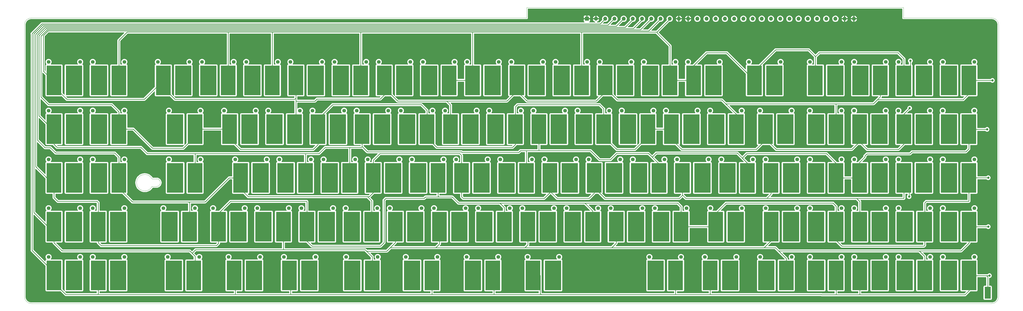
<source format=gbr>
%TF.GenerationSoftware,KiCad,Pcbnew,(5.99.0-12974-ge12f9a194d)*%
%TF.CreationDate,2021-10-29T16:05:09-04:00*%
%TF.ProjectId,FXTal_no_holes,46585461-6c5f-46e6-9f5f-686f6c65732e,rev?*%
%TF.SameCoordinates,PXe1237f8PYe7db780*%
%TF.FileFunction,Copper,L1,Top*%
%TF.FilePolarity,Positive*%
%FSLAX46Y46*%
G04 Gerber Fmt 4.6, Leading zero omitted, Abs format (unit mm)*
G04 Created by KiCad (PCBNEW (5.99.0-12974-ge12f9a194d)) date 2021-10-29 16:05:09*
%MOMM*%
%LPD*%
G01*
G04 APERTURE LIST*
%TA.AperFunction,Profile*%
%ADD10C,0.050000*%
%TD*%
%TA.AperFunction,SMDPad,CuDef*%
%ADD11C,1.588000*%
%TD*%
%TA.AperFunction,SMDPad,CuDef*%
%ADD12R,6.985000X12.700000*%
%TD*%
%TA.AperFunction,SMDPad,CuDef*%
%ADD13R,6.350000X12.700000*%
%TD*%
%TA.AperFunction,ComponentPad*%
%ADD14R,1.700000X1.700000*%
%TD*%
%TA.AperFunction,ComponentPad*%
%ADD15O,1.700000X1.700000*%
%TD*%
%TA.AperFunction,SMDPad,CuDef*%
%ADD16R,2.540000X5.080000*%
%TD*%
%TA.AperFunction,SMDPad,CuDef*%
%ADD17C,1.000000*%
%TD*%
%TA.AperFunction,ViaPad*%
%ADD18C,0.800000*%
%TD*%
%TA.AperFunction,Conductor*%
%ADD19C,0.250000*%
%TD*%
G04 APERTURE END LIST*
D10*
X-191375000Y84870000D02*
X21625000Y84870000D01*
X-194375000Y-35130000D02*
X-194362680Y82141607D01*
X221575000Y-38130000D02*
X-191375000Y-38130000D01*
X224575000Y81870000D02*
X224575000Y-35130000D01*
X221575000Y84870000D02*
X183625000Y84870000D01*
X-135875000Y13920000D02*
G75*
G03*
X-137524996Y15570000I-1649999J1D01*
G01*
X-191375000Y84870000D02*
G75*
G03*
X-194362680Y82141607I1J-3000002D01*
G01*
X21625000Y89370000D02*
X183625000Y89370000D01*
X21625000Y84870000D02*
X21625000Y89370000D01*
X-137525000Y12270004D02*
X-139475001Y12270000D01*
X183625000Y89370000D02*
X183625000Y84870000D01*
X-137525000Y12270004D02*
G75*
G03*
X-135875000Y13920000I4J1649996D01*
G01*
X221575000Y-38130000D02*
G75*
G03*
X224575000Y-35130000I-1J3000001D01*
G01*
X-194375000Y-35130000D02*
G75*
G03*
X-191375000Y-38130000I3000001J1D01*
G01*
X224575000Y81870000D02*
G75*
G03*
X221575000Y84870000I-3000001J-1D01*
G01*
X-139475001Y15570000D02*
X-137524996Y15570000D01*
X-139475001Y15570000D02*
G75*
G03*
X-139475001Y12270000I-3149999J-1650000D01*
G01*
D11*
%TO.P,SW_25,A*%
%TO.N,unconnected-(SW_25-PadA)*%
X-183985500Y65936000D03*
%TO.P,SW_25,B*%
%TO.N,unconnected-(SW_25-PadB)*%
X-170396500Y65936000D03*
D12*
%TO.P,SW_25,REF*%
%TO.N,unconnected-(SW_25-PadREF)*%
X-173063500Y57999000D03*
D13*
%TO.P,SW_25,ROW*%
%TO.N,ROW_7*%
X-181636000Y57999000D03*
%TD*%
D11*
%TO.P,SW_26,A*%
%TO.N,unconnected-(SW_26-PadA)*%
X-151396500Y65936000D03*
%TO.P,SW_26,B*%
%TO.N,unconnected-(SW_26-PadB)*%
X-164985500Y65936000D03*
D12*
%TO.P,SW_26,REF*%
%TO.N,unconnected-(SW_26-PadREF)*%
X-162318500Y57999000D03*
D13*
%TO.P,SW_26,ROW*%
%TO.N,ROW_8*%
X-153746000Y57999000D03*
%TD*%
D11*
%TO.P,SW_22,A*%
%TO.N,unconnected-(SW_22-PadA)*%
X-136985500Y65936000D03*
%TO.P,SW_22,B*%
%TO.N,unconnected-(SW_22-PadB)*%
X-123396500Y65936000D03*
D12*
%TO.P,SW_22,REF*%
%TO.N,unconnected-(SW_22-PadREF)*%
X-126063500Y57999000D03*
D13*
%TO.P,SW_22,ROW*%
%TO.N,ROW_7*%
X-134636000Y57999000D03*
%TD*%
D11*
%TO.P,SW_1,A*%
%TO.N,unconnected-(SW_1-PadA)*%
X-104396500Y65936000D03*
%TO.P,SW_1,B*%
%TO.N,unconnected-(SW_1-PadB)*%
X-117985500Y65936000D03*
D12*
%TO.P,SW_1,REF*%
%TO.N,unconnected-(SW_1-PadREF)*%
X-115318500Y57999000D03*
D13*
%TO.P,SW_1,ROW*%
%TO.N,ROW_8*%
X-106746000Y57999000D03*
%TD*%
D11*
%TO.P,SW_02,A*%
%TO.N,unconnected-(SW_02-PadA)*%
X-85396500Y65936000D03*
%TO.P,SW_02,B*%
%TO.N,unconnected-(SW_02-PadB)*%
X-98985500Y65936000D03*
D12*
%TO.P,SW_02,REF*%
%TO.N,unconnected-(SW_02-PadREF)*%
X-96318500Y57999000D03*
D13*
%TO.P,SW_02,ROW*%
%TO.N,ROW_8*%
X-87746000Y57999000D03*
%TD*%
D11*
%TO.P,SW_03,A*%
%TO.N,unconnected-(SW_03-PadA)*%
X-79985500Y65936000D03*
%TO.P,SW_03,B*%
%TO.N,unconnected-(SW_03-PadB)*%
X-66396500Y65936000D03*
D12*
%TO.P,SW_03,REF*%
%TO.N,unconnected-(SW_03-PadREF)*%
X-69063500Y57999000D03*
D13*
%TO.P,SW_03,ROW*%
%TO.N,ROW_7*%
X-77636000Y57999000D03*
%TD*%
D11*
%TO.P,SW_04,A*%
%TO.N,unconnected-(SW_04-PadA)*%
X-47396500Y65936000D03*
%TO.P,SW_04,B*%
%TO.N,unconnected-(SW_04-PadB)*%
X-60985500Y65936000D03*
D12*
%TO.P,SW_04,REF*%
%TO.N,unconnected-(SW_04-PadREF)*%
X-58318500Y57999000D03*
D13*
%TO.P,SW_04,ROW*%
%TO.N,ROW_8*%
X-49746000Y57999000D03*
%TD*%
D11*
%TO.P,SW_05,A*%
%TO.N,unconnected-(SW_05-PadA)*%
X-41985500Y65936000D03*
%TO.P,SW_05,B*%
%TO.N,unconnected-(SW_05-PadB)*%
X-28396500Y65936000D03*
D12*
%TO.P,SW_05,REF*%
%TO.N,unconnected-(SW_05-PadREF)*%
X-31063500Y57999000D03*
D13*
%TO.P,SW_05,ROW*%
%TO.N,ROW_7*%
X-39636000Y57999000D03*
%TD*%
D11*
%TO.P,SW_06,A*%
%TO.N,unconnected-(SW_06-PadA)*%
X-9396500Y65936000D03*
%TO.P,SW_06,B*%
%TO.N,unconnected-(SW_06-PadB)*%
X-22985500Y65936000D03*
D12*
%TO.P,SW_06,REF*%
%TO.N,unconnected-(SW_06-PadREF)*%
X-20318500Y57999000D03*
D13*
%TO.P,SW_06,ROW*%
%TO.N,ROW_8*%
X-11746000Y57999000D03*
%TD*%
D11*
%TO.P,SW_07,A*%
%TO.N,unconnected-(SW_07-PadA)*%
X-3985500Y65936000D03*
%TO.P,SW_07,B*%
%TO.N,unconnected-(SW_07-PadB)*%
X9603500Y65936000D03*
D12*
%TO.P,SW_07,REF*%
%TO.N,unconnected-(SW_07-PadREF)*%
X6936500Y57999000D03*
D13*
%TO.P,SW_07,ROW*%
%TO.N,ROW_8*%
X-1636000Y57999000D03*
%TD*%
D11*
%TO.P,SW_08,A*%
%TO.N,unconnected-(SW_08-PadA)*%
X15014500Y65936000D03*
%TO.P,SW_08,B*%
%TO.N,unconnected-(SW_08-PadB)*%
X28603500Y65936000D03*
D12*
%TO.P,SW_08,REF*%
%TO.N,unconnected-(SW_08-PadREF)*%
X25936500Y57999000D03*
D13*
%TO.P,SW_08,ROW*%
%TO.N,ROW_7*%
X17364000Y57999000D03*
%TD*%
D11*
%TO.P,SW_09,A*%
%TO.N,unconnected-(SW_09-PadA)*%
X47603500Y65936000D03*
%TO.P,SW_09,B*%
%TO.N,unconnected-(SW_09-PadB)*%
X34014500Y65936000D03*
D12*
%TO.P,SW_09,REF*%
%TO.N,unconnected-(SW_09-PadREF)*%
X36681500Y57999000D03*
D13*
%TO.P,SW_09,ROW*%
%TO.N,ROW_8*%
X45254000Y57999000D03*
%TD*%
D11*
%TO.P,SW_0,A*%
%TO.N,unconnected-(SW_0-PadA)*%
X53014500Y65936000D03*
%TO.P,SW_0,B*%
%TO.N,unconnected-(SW_0-PadB)*%
X66603500Y65936000D03*
D12*
%TO.P,SW_0,REF*%
%TO.N,unconnected-(SW_0-PadREF)*%
X63936500Y57999000D03*
D13*
%TO.P,SW_0,ROW*%
%TO.N,ROW_7*%
X55364000Y57999000D03*
%TD*%
D11*
%TO.P,SW_47,A*%
%TO.N,unconnected-(SW_47-PadA)*%
X85603500Y65936000D03*
%TO.P,SW_47,B*%
%TO.N,unconnected-(SW_47-PadB)*%
X72014500Y65936000D03*
D12*
%TO.P,SW_47,REF*%
%TO.N,unconnected-(SW_47-PadREF)*%
X74681500Y57999000D03*
D13*
%TO.P,SW_47,ROW*%
%TO.N,ROW_8*%
X83254000Y57999000D03*
%TD*%
D11*
%TO.P,SW_21,A*%
%TO.N,unconnected-(SW_21-PadA)*%
X91014500Y65936000D03*
%TO.P,SW_21,B*%
%TO.N,unconnected-(SW_21-PadB)*%
X104603500Y65936000D03*
D12*
%TO.P,SW_21,REF*%
%TO.N,unconnected-(SW_21-PadREF)*%
X101936500Y57999000D03*
D13*
%TO.P,SW_21,ROW*%
%TO.N,ROW_8*%
X93364000Y57999000D03*
%TD*%
D11*
%TO.P,SW_13,A*%
%TO.N,unconnected-(SW_13-PadA)*%
X117204500Y65936000D03*
%TO.P,SW_13,B*%
%TO.N,unconnected-(SW_13-PadB)*%
X130793500Y65936000D03*
D12*
%TO.P,SW_13,REF*%
%TO.N,unconnected-(SW_13-PadREF)*%
X128126500Y57999000D03*
D13*
%TO.P,SW_13,ROW*%
%TO.N,ROW_8*%
X119554000Y57999000D03*
%TD*%
D11*
%TO.P,SW_63,A*%
%TO.N,unconnected-(SW_63-PadA)*%
X143402000Y65936000D03*
%TO.P,SW_63,B*%
%TO.N,unconnected-(SW_63-PadB)*%
X156991000Y65936000D03*
D12*
%TO.P,SW_63,REF*%
%TO.N,unconnected-(SW_63-PadREF)*%
X154324000Y57999000D03*
D13*
%TO.P,SW_63,ROW*%
%TO.N,ROW_8*%
X145751500Y57999000D03*
%TD*%
D11*
%TO.P,SW_66,A*%
%TO.N,unconnected-(SW_66-PadA)*%
X176041000Y65936000D03*
%TO.P,SW_66,B*%
%TO.N,unconnected-(SW_66-PadB)*%
X162452000Y65936000D03*
D12*
%TO.P,SW_66,REF*%
%TO.N,unconnected-(SW_66-PadREF)*%
X165119000Y57999000D03*
D13*
%TO.P,SW_66,ROW*%
%TO.N,ROW_7*%
X173691500Y57999000D03*
%TD*%
D11*
%TO.P,SW_67,A*%
%TO.N,unconnected-(SW_67-PadA)*%
X181502000Y65936000D03*
%TO.P,SW_67,B*%
%TO.N,unconnected-(SW_67-PadB)*%
X195091000Y65936000D03*
D12*
%TO.P,SW_67,REF*%
%TO.N,unconnected-(SW_67-PadREF)*%
X192424000Y57999000D03*
D13*
%TO.P,SW_67,ROW*%
%TO.N,ROW_8*%
X183851500Y57999000D03*
%TD*%
D11*
%TO.P,SW_68,A*%
%TO.N,unconnected-(SW_68-PadA)*%
X214141000Y65936000D03*
%TO.P,SW_68,B*%
%TO.N,unconnected-(SW_68-PadB)*%
X200552000Y65936000D03*
D12*
%TO.P,SW_68,REF*%
%TO.N,unconnected-(SW_68-PadREF)*%
X203219000Y57999000D03*
D13*
%TO.P,SW_68,ROW*%
%TO.N,ROW_7*%
X211791500Y57999000D03*
%TD*%
D11*
%TO.P,SW_27,A*%
%TO.N,unconnected-(SW_27-PadA)*%
X-183985500Y44936000D03*
%TO.P,SW_27,B*%
%TO.N,unconnected-(SW_27-PadB)*%
X-170396500Y44936000D03*
D12*
%TO.P,SW_27,REF*%
%TO.N,unconnected-(SW_27-PadREF)*%
X-173063500Y36999000D03*
D13*
%TO.P,SW_27,ROW*%
%TO.N,ROW_5*%
X-181636000Y36999000D03*
%TD*%
D11*
%TO.P,SW_28,A*%
%TO.N,unconnected-(SW_28-PadA)*%
X-151396500Y44936000D03*
%TO.P,SW_28,B*%
%TO.N,unconnected-(SW_28-PadB)*%
X-164985500Y44936000D03*
D12*
%TO.P,SW_28,REF*%
%TO.N,unconnected-(SW_28-PadREF)*%
X-162318500Y36999000D03*
D13*
%TO.P,SW_28,ROW*%
%TO.N,ROW_6*%
X-153746000Y36999000D03*
%TD*%
D11*
%TO.P,SW_90,A*%
%TO.N,unconnected-(SW_90-PadA)*%
X-118646500Y44936000D03*
%TO.P,SW_90,B*%
%TO.N,unconnected-(SW_90-PadB)*%
X-132235500Y44936000D03*
D12*
%TO.P,SW_90,REF*%
%TO.N,unconnected-(SW_90-PadREF)*%
X-129568500Y36999000D03*
D13*
%TO.P,SW_90,ROW*%
%TO.N,ROW_6*%
X-120996000Y36999000D03*
%TD*%
D11*
%TO.P,SW_74,A*%
%TO.N,unconnected-(SW_74-PadA)*%
X-108485500Y44936000D03*
%TO.P,SW_74,B*%
%TO.N,unconnected-(SW_74-PadB)*%
X-94896500Y44936000D03*
D12*
%TO.P,SW_74,REF*%
%TO.N,unconnected-(SW_74-PadREF)*%
X-97563500Y36999000D03*
D13*
%TO.P,SW_74,ROW*%
%TO.N,ROW_6*%
X-106136000Y36999000D03*
%TD*%
D11*
%TO.P,SW_93,A*%
%TO.N,unconnected-(SW_93-PadA)*%
X-75896500Y44936000D03*
%TO.P,SW_93,B*%
%TO.N,unconnected-(SW_93-PadB)*%
X-89485500Y44936000D03*
D12*
%TO.P,SW_93,REF*%
%TO.N,unconnected-(SW_93-PadREF)*%
X-86818500Y36999000D03*
D13*
%TO.P,SW_93,ROW*%
%TO.N,ROW_7*%
X-78246000Y36999000D03*
%TD*%
D11*
%TO.P,SW_19,A*%
%TO.N,unconnected-(SW_19-PadA)*%
X-70485500Y44936000D03*
%TO.P,SW_19,B*%
%TO.N,unconnected-(SW_19-PadB)*%
X-56896500Y44936000D03*
D12*
%TO.P,SW_19,REF*%
%TO.N,unconnected-(SW_19-PadREF)*%
X-59563500Y36999000D03*
D13*
%TO.P,SW_19,ROW*%
%TO.N,ROW_6*%
X-68136000Y36999000D03*
%TD*%
D11*
%TO.P,SW_76,A*%
%TO.N,unconnected-(SW_76-PadA)*%
X-51485500Y44936000D03*
%TO.P,SW_76,B*%
%TO.N,unconnected-(SW_76-PadB)*%
X-37896500Y44936000D03*
D12*
%TO.P,SW_76,REF*%
%TO.N,unconnected-(SW_76-PadREF)*%
X-40563500Y36999000D03*
D13*
%TO.P,SW_76,ROW*%
%TO.N,ROW_5*%
X-49136000Y36999000D03*
%TD*%
D11*
%TO.P,SW_89,A*%
%TO.N,unconnected-(SW_89-PadA)*%
X-18896500Y44936000D03*
%TO.P,SW_89,B*%
%TO.N,unconnected-(SW_89-PadB)*%
X-32485500Y44936000D03*
D12*
%TO.P,SW_89,REF*%
%TO.N,unconnected-(SW_89-PadREF)*%
X-29818500Y36999000D03*
D13*
%TO.P,SW_89,ROW*%
%TO.N,ROW_6*%
X-21246000Y36999000D03*
%TD*%
D11*
%TO.P,SW_95,A*%
%TO.N,unconnected-(SW_95-PadA)*%
X-13485500Y44936000D03*
%TO.P,SW_95,B*%
%TO.N,unconnected-(SW_95-PadB)*%
X103500Y44936000D03*
D12*
%TO.P,SW_95,REF*%
%TO.N,unconnected-(SW_95-PadREF)*%
X-2563500Y36999000D03*
D13*
%TO.P,SW_95,ROW*%
%TO.N,ROW_7*%
X-11136000Y36999000D03*
%TD*%
D11*
%TO.P,SW_91,A*%
%TO.N,unconnected-(SW_91-PadA)*%
X19103500Y44936000D03*
%TO.P,SW_91,B*%
%TO.N,unconnected-(SW_91-PadB)*%
X5514500Y44936000D03*
D12*
%TO.P,SW_91,REF*%
%TO.N,unconnected-(SW_91-PadREF)*%
X8181500Y36999000D03*
D13*
%TO.P,SW_91,ROW*%
%TO.N,ROW_6*%
X16754000Y36999000D03*
%TD*%
D11*
%TO.P,SW_37,A*%
%TO.N,unconnected-(SW_37-PadA)*%
X24514500Y44936000D03*
%TO.P,SW_37,B*%
%TO.N,unconnected-(SW_37-PadB)*%
X38103500Y44936000D03*
D12*
%TO.P,SW_37,REF*%
%TO.N,unconnected-(SW_37-PadREF)*%
X35436500Y36999000D03*
D13*
%TO.P,SW_37,ROW*%
%TO.N,ROW_5*%
X26864000Y36999000D03*
%TD*%
D11*
%TO.P,SW_51,A*%
%TO.N,unconnected-(SW_51-PadA)*%
X57103500Y44936000D03*
%TO.P,SW_51,B*%
%TO.N,unconnected-(SW_51-PadB)*%
X43514500Y44936000D03*
D12*
%TO.P,SW_51,REF*%
%TO.N,unconnected-(SW_51-PadREF)*%
X46181500Y36999000D03*
D13*
%TO.P,SW_51,ROW*%
%TO.N,ROW_6*%
X54754000Y36999000D03*
%TD*%
D11*
%TO.P,SW_65,A*%
%TO.N,unconnected-(SW_65-PadA)*%
X76103500Y44936000D03*
%TO.P,SW_65,B*%
%TO.N,unconnected-(SW_65-PadB)*%
X62514500Y44936000D03*
D12*
%TO.P,SW_65,REF*%
%TO.N,unconnected-(SW_65-PadREF)*%
X65181500Y36999000D03*
D13*
%TO.P,SW_65,ROW*%
%TO.N,ROW_6*%
X73754000Y36999000D03*
%TD*%
D11*
%TO.P,SW_42,A*%
%TO.N,unconnected-(SW_42-PadA)*%
X81514500Y44936000D03*
%TO.P,SW_42,B*%
%TO.N,unconnected-(SW_42-PadB)*%
X95103500Y44936000D03*
D12*
%TO.P,SW_42,REF*%
%TO.N,unconnected-(SW_42-PadREF)*%
X92436500Y36999000D03*
D13*
%TO.P,SW_42,ROW*%
%TO.N,ROW_6*%
X83864000Y36999000D03*
%TD*%
D11*
%TO.P,SW_78,A*%
%TO.N,unconnected-(SW_78-PadA)*%
X114103500Y44936000D03*
%TO.P,SW_78,B*%
%TO.N,unconnected-(SW_78-PadB)*%
X100514500Y44936000D03*
D12*
%TO.P,SW_78,REF*%
%TO.N,unconnected-(SW_78-PadREF)*%
X103181500Y36999000D03*
D13*
%TO.P,SW_78,ROW*%
%TO.N,ROW_7*%
X111754000Y36999000D03*
%TD*%
D11*
%TO.P,SW_12,A*%
%TO.N,unconnected-(SW_12-PadA)*%
X121944500Y44936000D03*
%TO.P,SW_12,B*%
%TO.N,unconnected-(SW_12-PadB)*%
X135533500Y44936000D03*
D12*
%TO.P,SW_12,REF*%
%TO.N,unconnected-(SW_12-PadREF)*%
X132866500Y36999000D03*
D13*
%TO.P,SW_12,ROW*%
%TO.N,ROW_6*%
X124294000Y36999000D03*
%TD*%
D11*
%TO.P,SW_69,A*%
%TO.N,unconnected-(SW_69-PadA)*%
X156966000Y44936000D03*
%TO.P,SW_69,B*%
%TO.N,unconnected-(SW_69-PadB)*%
X143377000Y44936000D03*
D12*
%TO.P,SW_69,REF*%
%TO.N,unconnected-(SW_69-PadREF)*%
X146044000Y36999000D03*
D13*
%TO.P,SW_69,ROW*%
%TO.N,ROW_7*%
X154616500Y36999000D03*
%TD*%
D11*
%TO.P,SW_70,A*%
%TO.N,unconnected-(SW_70-PadA)*%
X162427000Y44936000D03*
%TO.P,SW_70,B*%
%TO.N,unconnected-(SW_70-PadB)*%
X176016000Y44936000D03*
D12*
%TO.P,SW_70,REF*%
%TO.N,unconnected-(SW_70-PadREF)*%
X173349000Y36999000D03*
D13*
%TO.P,SW_70,ROW*%
%TO.N,ROW_6*%
X164776500Y36999000D03*
%TD*%
D11*
%TO.P,SW_71,A*%
%TO.N,unconnected-(SW_71-PadA)*%
X181477000Y44936000D03*
%TO.P,SW_71,B*%
%TO.N,unconnected-(SW_71-PadB)*%
X195066000Y44936000D03*
D12*
%TO.P,SW_71,REF*%
%TO.N,unconnected-(SW_71-PadREF)*%
X192399000Y36999000D03*
D13*
%TO.P,SW_71,ROW*%
%TO.N,ROW_6*%
X183826500Y36999000D03*
%TD*%
D11*
%TO.P,SW_72,A*%
%TO.N,unconnected-(SW_72-PadA)*%
X214116000Y44936000D03*
%TO.P,SW_72,B*%
%TO.N,unconnected-(SW_72-PadB)*%
X200527000Y44936000D03*
D12*
%TO.P,SW_72,REF*%
%TO.N,unconnected-(SW_72-PadREF)*%
X203194000Y36999000D03*
D13*
%TO.P,SW_72,ROW*%
%TO.N,ROW_5*%
X211766500Y36999000D03*
%TD*%
D11*
%TO.P,SW_29,A*%
%TO.N,unconnected-(SW_29-PadA)*%
X-183985500Y23936000D03*
%TO.P,SW_29,B*%
%TO.N,unconnected-(SW_29-PadB)*%
X-170396500Y23936000D03*
D12*
%TO.P,SW_29,REF*%
%TO.N,unconnected-(SW_29-PadREF)*%
X-173063500Y15999000D03*
D13*
%TO.P,SW_29,ROW*%
%TO.N,ROW_3*%
X-181636000Y15999000D03*
%TD*%
D11*
%TO.P,SW_30,A*%
%TO.N,unconnected-(SW_30-PadA)*%
X-151396500Y23936000D03*
%TO.P,SW_30,B*%
%TO.N,unconnected-(SW_30-PadB)*%
X-164985500Y23936000D03*
D12*
%TO.P,SW_30,REF*%
%TO.N,unconnected-(SW_30-PadREF)*%
X-162318500Y15999000D03*
D13*
%TO.P,SW_30,ROW*%
%TO.N,ROW_4*%
X-153746000Y15999000D03*
%TD*%
D11*
%TO.P,SW_15,A*%
%TO.N,unconnected-(SW_15-PadA)*%
X-118646500Y23936000D03*
%TO.P,SW_15,B*%
%TO.N,unconnected-(SW_15-PadB)*%
X-132235500Y23936000D03*
D12*
%TO.P,SW_15,REF*%
%TO.N,unconnected-(SW_15-PadREF)*%
X-129568500Y15999000D03*
D13*
%TO.P,SW_15,ROW*%
%TO.N,ROW_5*%
X-120996000Y15999000D03*
%TD*%
D11*
%TO.P,SW_10,A*%
%TO.N,unconnected-(SW_10-PadA)*%
X-103735500Y23936000D03*
%TO.P,SW_10,B*%
%TO.N,unconnected-(SW_10-PadB)*%
X-90146500Y23936000D03*
D12*
%TO.P,SW_10,REF*%
%TO.N,unconnected-(SW_10-PadREF)*%
X-92813500Y15999000D03*
D13*
%TO.P,SW_10,ROW*%
%TO.N,ROW_4*%
X-101386000Y15999000D03*
%TD*%
D11*
%TO.P,SW_83,A*%
%TO.N,unconnected-(SW_83-PadA)*%
X-71146500Y23936000D03*
%TO.P,SW_83,B*%
%TO.N,unconnected-(SW_83-PadB)*%
X-84735500Y23936000D03*
D12*
%TO.P,SW_83,REF*%
%TO.N,unconnected-(SW_83-PadREF)*%
X-82068500Y15999000D03*
D13*
%TO.P,SW_83,ROW*%
%TO.N,ROW_5*%
X-73496000Y15999000D03*
%TD*%
D11*
%TO.P,SW_17,A*%
%TO.N,unconnected-(SW_17-PadA)*%
X-52146500Y23936000D03*
%TO.P,SW_17,B*%
%TO.N,unconnected-(SW_17-PadB)*%
X-65735500Y23936000D03*
D12*
%TO.P,SW_17,REF*%
%TO.N,unconnected-(SW_17-PadREF)*%
X-63068500Y15999000D03*
D13*
%TO.P,SW_17,ROW*%
%TO.N,ROW_5*%
X-54496000Y15999000D03*
%TD*%
D11*
%TO.P,SW_24,A*%
%TO.N,unconnected-(SW_24-PadA)*%
X-46735500Y23936000D03*
%TO.P,SW_24,B*%
%TO.N,unconnected-(SW_24-PadB)*%
X-33146500Y23936000D03*
D12*
%TO.P,SW_24,REF*%
%TO.N,unconnected-(SW_24-PadREF)*%
X-35813500Y15999000D03*
D13*
%TO.P,SW_24,ROW*%
%TO.N,ROW_4*%
X-44386000Y15999000D03*
%TD*%
D11*
%TO.P,SW_35,A*%
%TO.N,unconnected-(SW_35-PadA)*%
X-14146500Y23936000D03*
%TO.P,SW_35,B*%
%TO.N,unconnected-(SW_35-PadB)*%
X-27735500Y23936000D03*
D12*
%TO.P,SW_35,REF*%
%TO.N,unconnected-(SW_35-PadREF)*%
X-25068500Y15999000D03*
D13*
%TO.P,SW_35,ROW*%
%TO.N,ROW_3*%
X-16496000Y15999000D03*
%TD*%
D11*
%TO.P,SW_36,A*%
%TO.N,unconnected-(SW_36-PadA)*%
X-8735500Y23936000D03*
%TO.P,SW_36,B*%
%TO.N,unconnected-(SW_36-PadB)*%
X4853500Y23936000D03*
D12*
%TO.P,SW_36,REF*%
%TO.N,unconnected-(SW_36-PadREF)*%
X2186500Y15999000D03*
D13*
%TO.P,SW_36,ROW*%
%TO.N,ROW_4*%
X-6386000Y15999000D03*
%TD*%
D11*
%TO.P,SW_38,A*%
%TO.N,unconnected-(SW_38-PadA)*%
X23853500Y23936000D03*
%TO.P,SW_38,B*%
%TO.N,unconnected-(SW_38-PadB)*%
X10264500Y23936000D03*
D12*
%TO.P,SW_38,REF*%
%TO.N,unconnected-(SW_38-PadREF)*%
X12931500Y15999000D03*
D13*
%TO.P,SW_38,ROW*%
%TO.N,ROW_5*%
X21504000Y15999000D03*
%TD*%
D11*
%TO.P,SW_39,A*%
%TO.N,unconnected-(SW_39-PadA)*%
X29264500Y23936000D03*
%TO.P,SW_39,B*%
%TO.N,unconnected-(SW_39-PadB)*%
X42853500Y23936000D03*
D12*
%TO.P,SW_39,REF*%
%TO.N,unconnected-(SW_39-PadREF)*%
X40186500Y15999000D03*
D13*
%TO.P,SW_39,ROW*%
%TO.N,ROW_4*%
X31614000Y15999000D03*
%TD*%
D11*
%TO.P,SW_40,A*%
%TO.N,unconnected-(SW_40-PadA)*%
X48264500Y23936000D03*
%TO.P,SW_40,B*%
%TO.N,unconnected-(SW_40-PadB)*%
X61853500Y23936000D03*
D12*
%TO.P,SW_40,REF*%
%TO.N,unconnected-(SW_40-PadREF)*%
X59186500Y15999000D03*
D13*
%TO.P,SW_40,ROW*%
%TO.N,ROW_4*%
X50614000Y15999000D03*
%TD*%
D11*
%TO.P,SW_84,A*%
%TO.N,unconnected-(SW_84-PadA)*%
X80853500Y23936000D03*
%TO.P,SW_84,B*%
%TO.N,unconnected-(SW_84-PadB)*%
X67264500Y23936000D03*
D12*
%TO.P,SW_84,REF*%
%TO.N,unconnected-(SW_84-PadREF)*%
X69931500Y15999000D03*
D13*
%TO.P,SW_84,ROW*%
%TO.N,ROW_5*%
X78504000Y15999000D03*
%TD*%
D11*
%TO.P,SW_75,A*%
%TO.N,unconnected-(SW_75-PadA)*%
X86264500Y23936000D03*
%TO.P,SW_75,B*%
%TO.N,unconnected-(SW_75-PadB)*%
X99853500Y23936000D03*
D12*
%TO.P,SW_75,REF*%
%TO.N,unconnected-(SW_75-PadREF)*%
X97186500Y15999000D03*
D13*
%TO.P,SW_75,ROW*%
%TO.N,ROW_4*%
X88614000Y15999000D03*
%TD*%
D11*
%TO.P,SW_50,A*%
%TO.N,unconnected-(SW_50-PadA)*%
X118903500Y23936000D03*
%TO.P,SW_50,B*%
%TO.N,unconnected-(SW_50-PadB)*%
X105314500Y23936000D03*
D12*
%TO.P,SW_50,REF*%
%TO.N,unconnected-(SW_50-PadREF)*%
X107981500Y15999000D03*
D13*
%TO.P,SW_50,ROW*%
%TO.N,ROW_5*%
X116554000Y15999000D03*
%TD*%
D11*
%TO.P,SW_20,A*%
%TO.N,unconnected-(SW_20-PadA)*%
X124364500Y23936000D03*
%TO.P,SW_20,B*%
%TO.N,unconnected-(SW_20-PadB)*%
X137953500Y23936000D03*
D12*
%TO.P,SW_20,REF*%
%TO.N,unconnected-(SW_20-PadREF)*%
X135286500Y15999000D03*
D13*
%TO.P,SW_20,ROW*%
%TO.N,ROW_4*%
X126714000Y15999000D03*
%TD*%
D11*
%TO.P,SW_73,A*%
%TO.N,unconnected-(SW_73-PadA)*%
X157003500Y23936000D03*
%TO.P,SW_73,B*%
%TO.N,unconnected-(SW_73-PadB)*%
X143414500Y23936000D03*
D12*
%TO.P,SW_73,REF*%
%TO.N,unconnected-(SW_73-PadREF)*%
X146081500Y15999000D03*
D13*
%TO.P,SW_73,ROW*%
%TO.N,ROW_5*%
X154654000Y15999000D03*
%TD*%
D11*
%TO.P,SW_53,A*%
%TO.N,unconnected-(SW_53-PadA)*%
X162464500Y23936000D03*
%TO.P,SW_53,B*%
%TO.N,unconnected-(SW_53-PadB)*%
X176053500Y23936000D03*
D12*
%TO.P,SW_53,REF*%
%TO.N,unconnected-(SW_53-PadREF)*%
X173386500Y15999000D03*
D13*
%TO.P,SW_53,ROW*%
%TO.N,ROW_5*%
X164814000Y15999000D03*
%TD*%
D11*
%TO.P,SW_54,A*%
%TO.N,unconnected-(SW_54-PadA)*%
X181514500Y23936000D03*
%TO.P,SW_54,B*%
%TO.N,unconnected-(SW_54-PadB)*%
X195103500Y23936000D03*
D12*
%TO.P,SW_54,REF*%
%TO.N,unconnected-(SW_54-PadREF)*%
X192436500Y15999000D03*
D13*
%TO.P,SW_54,ROW*%
%TO.N,ROW_4*%
X183864000Y15999000D03*
%TD*%
D11*
%TO.P,SW_55,A*%
%TO.N,unconnected-(SW_55-PadA)*%
X214153500Y23936000D03*
%TO.P,SW_55,B*%
%TO.N,unconnected-(SW_55-PadB)*%
X200564500Y23936000D03*
D12*
%TO.P,SW_55,REF*%
%TO.N,unconnected-(SW_55-PadREF)*%
X203231500Y15999000D03*
D13*
%TO.P,SW_55,ROW*%
%TO.N,ROW_3*%
X211804000Y15999000D03*
%TD*%
D11*
%TO.P,SW_31,A*%
%TO.N,unconnected-(SW_31-PadA)*%
X-183985500Y2936000D03*
%TO.P,SW_31,B*%
%TO.N,unconnected-(SW_31-PadB)*%
X-170396500Y2936000D03*
D12*
%TO.P,SW_31,REF*%
%TO.N,unconnected-(SW_31-PadREF)*%
X-173063500Y-5001000D03*
D13*
%TO.P,SW_31,ROW*%
%TO.N,ROW_2*%
X-181636000Y-5001000D03*
%TD*%
D11*
%TO.P,SW_32,A*%
%TO.N,unconnected-(SW_32-PadA)*%
X-164985500Y2936000D03*
%TO.P,SW_32,B*%
%TO.N,unconnected-(SW_32-PadB)*%
X-151396500Y2936000D03*
D12*
%TO.P,SW_32,REF*%
%TO.N,unconnected-(SW_32-PadREF)*%
X-154063500Y-5001000D03*
D13*
%TO.P,SW_32,ROW*%
%TO.N,ROW_3*%
X-162636000Y-5001000D03*
%TD*%
D11*
%TO.P,SW_45,A*%
%TO.N,unconnected-(SW_45-PadA)*%
X-121021500Y2936000D03*
%TO.P,SW_45,B*%
%TO.N,unconnected-(SW_45-PadB)*%
X-134610500Y2936000D03*
D12*
%TO.P,SW_45,REF*%
%TO.N,unconnected-(SW_45-PadREF)*%
X-131943500Y-5001000D03*
D13*
%TO.P,SW_45,ROW*%
%TO.N,ROW_4*%
X-123371000Y-5001000D03*
%TD*%
D11*
%TO.P,SW_49,A*%
%TO.N,unconnected-(SW_49-PadA)*%
X-113235500Y2936000D03*
%TO.P,SW_49,B*%
%TO.N,unconnected-(SW_49-PadB)*%
X-99646500Y2936000D03*
D12*
%TO.P,SW_49,REF*%
%TO.N,unconnected-(SW_49-PadREF)*%
X-102313500Y-5001000D03*
D13*
%TO.P,SW_49,ROW*%
%TO.N,ROW_3*%
X-110886000Y-5001000D03*
%TD*%
D11*
%TO.P,SW_96,A*%
%TO.N,unconnected-(SW_96-PadA)*%
X-80646500Y2936000D03*
%TO.P,SW_96,B*%
%TO.N,unconnected-(SW_96-PadB)*%
X-94235500Y2936000D03*
D12*
%TO.P,SW_96,REF*%
%TO.N,unconnected-(SW_96-PadREF)*%
X-91568500Y-5001000D03*
D13*
%TO.P,SW_96,ROW*%
%TO.N,ROW_2*%
X-82996000Y-5001000D03*
%TD*%
D11*
%TO.P,SW_94,A*%
%TO.N,unconnected-(SW_94-PadA)*%
X-75235500Y2936000D03*
%TO.P,SW_94,B*%
%TO.N,unconnected-(SW_94-PadB)*%
X-61646500Y2936000D03*
D12*
%TO.P,SW_94,REF*%
%TO.N,unconnected-(SW_94-PadREF)*%
X-64313500Y-5001000D03*
D13*
%TO.P,SW_94,ROW*%
%TO.N,ROW_3*%
X-72886000Y-5001000D03*
%TD*%
D11*
%TO.P,SW_14,A*%
%TO.N,unconnected-(SW_14-PadA)*%
X-42646500Y2936000D03*
%TO.P,SW_14,B*%
%TO.N,unconnected-(SW_14-PadB)*%
X-56235500Y2936000D03*
D12*
%TO.P,SW_14,REF*%
%TO.N,unconnected-(SW_14-PadREF)*%
X-53568500Y-5001000D03*
D13*
%TO.P,SW_14,ROW*%
%TO.N,ROW_4*%
X-44996000Y-5001000D03*
%TD*%
D11*
%TO.P,SW_92,A*%
%TO.N,unconnected-(SW_92-PadA)*%
X-37235500Y2936000D03*
%TO.P,SW_92,B*%
%TO.N,unconnected-(SW_92-PadB)*%
X-23646500Y2936000D03*
D12*
%TO.P,SW_92,REF*%
%TO.N,unconnected-(SW_92-PadREF)*%
X-26313500Y-5001000D03*
D13*
%TO.P,SW_92,ROW*%
%TO.N,ROW_2*%
X-34886000Y-5001000D03*
%TD*%
D11*
%TO.P,SW_11,A*%
%TO.N,unconnected-(SW_11-PadA)*%
X-18235500Y2936000D03*
%TO.P,SW_11,B*%
%TO.N,unconnected-(SW_11-PadB)*%
X-4646500Y2936000D03*
D12*
%TO.P,SW_11,REF*%
%TO.N,unconnected-(SW_11-PadREF)*%
X-7313500Y-5001000D03*
D13*
%TO.P,SW_11,ROW*%
%TO.N,ROW_2*%
X-15886000Y-5001000D03*
%TD*%
D11*
%TO.P,SW_48,A*%
%TO.N,unconnected-(SW_48-PadA)*%
X14353500Y2936000D03*
%TO.P,SW_48,B*%
%TO.N,unconnected-(SW_48-PadB)*%
X764500Y2936000D03*
D12*
%TO.P,SW_48,REF*%
%TO.N,unconnected-(SW_48-PadREF)*%
X3431500Y-5001000D03*
D13*
%TO.P,SW_48,ROW*%
%TO.N,ROW_3*%
X12004000Y-5001000D03*
%TD*%
D11*
%TO.P,SW_46,A*%
%TO.N,unconnected-(SW_46-PadA)*%
X19764500Y2936000D03*
%TO.P,SW_46,B*%
%TO.N,unconnected-(SW_46-PadB)*%
X33353500Y2936000D03*
D12*
%TO.P,SW_46,REF*%
%TO.N,unconnected-(SW_46-PadREF)*%
X30686500Y-5001000D03*
D13*
%TO.P,SW_46,ROW*%
%TO.N,ROW_2*%
X22114000Y-5001000D03*
%TD*%
D11*
%TO.P,SW_16,A*%
%TO.N,unconnected-(SW_16-PadA)*%
X52353500Y2936000D03*
%TO.P,SW_16,B*%
%TO.N,unconnected-(SW_16-PadB)*%
X38764500Y2936000D03*
D12*
%TO.P,SW_16,REF*%
%TO.N,unconnected-(SW_16-PadREF)*%
X41431500Y-5001000D03*
D13*
%TO.P,SW_16,ROW*%
%TO.N,ROW_3*%
X50004000Y-5001000D03*
%TD*%
D11*
%TO.P,SW_18,A*%
%TO.N,unconnected-(SW_18-PadA)*%
X57764500Y2936000D03*
%TO.P,SW_18,B*%
%TO.N,unconnected-(SW_18-PadB)*%
X71353500Y2936000D03*
D12*
%TO.P,SW_18,REF*%
%TO.N,unconnected-(SW_18-PadREF)*%
X68686500Y-5001000D03*
D13*
%TO.P,SW_18,ROW*%
%TO.N,ROW_2*%
X60114000Y-5001000D03*
%TD*%
D11*
%TO.P,SW_85,A*%
%TO.N,unconnected-(SW_85-PadA)*%
X90353500Y2936000D03*
%TO.P,SW_85,B*%
%TO.N,unconnected-(SW_85-PadB)*%
X76764500Y2936000D03*
D12*
%TO.P,SW_85,REF*%
%TO.N,unconnected-(SW_85-PadREF)*%
X79431500Y-5001000D03*
D13*
%TO.P,SW_85,ROW*%
%TO.N,ROW_3*%
X88004000Y-5001000D03*
%TD*%
D11*
%TO.P,SW_81,A*%
%TO.N,unconnected-(SW_81-PadA)*%
X100577000Y2936000D03*
%TO.P,SW_81,B*%
%TO.N,unconnected-(SW_81-PadB)*%
X114166000Y2936000D03*
D12*
%TO.P,SW_81,REF*%
%TO.N,unconnected-(SW_81-PadREF)*%
X111499000Y-5001000D03*
D13*
%TO.P,SW_81,ROW*%
%TO.N,ROW_3*%
X102926500Y-5001000D03*
%TD*%
D11*
%TO.P,SW_82,A*%
%TO.N,unconnected-(SW_82-PadA)*%
X124389500Y2936000D03*
%TO.P,SW_82,B*%
%TO.N,unconnected-(SW_82-PadB)*%
X137978500Y2936000D03*
D12*
%TO.P,SW_82,REF*%
%TO.N,unconnected-(SW_82-PadREF)*%
X135311500Y-5001000D03*
D13*
%TO.P,SW_82,ROW*%
%TO.N,ROW_2*%
X126739000Y-5001000D03*
%TD*%
D11*
%TO.P,SW_56,A*%
%TO.N,unconnected-(SW_56-PadA)*%
X157028500Y2936000D03*
%TO.P,SW_56,B*%
%TO.N,unconnected-(SW_56-PadB)*%
X143439500Y2936000D03*
D12*
%TO.P,SW_56,REF*%
%TO.N,unconnected-(SW_56-PadREF)*%
X146106500Y-5001000D03*
D13*
%TO.P,SW_56,ROW*%
%TO.N,ROW_3*%
X154679000Y-5001000D03*
%TD*%
D11*
%TO.P,SW_57,A*%
%TO.N,unconnected-(SW_57-PadA)*%
X162489500Y2936000D03*
%TO.P,SW_57,B*%
%TO.N,unconnected-(SW_57-PadB)*%
X176078500Y2936000D03*
D12*
%TO.P,SW_57,REF*%
%TO.N,unconnected-(SW_57-PadREF)*%
X173411500Y-5001000D03*
D13*
%TO.P,SW_57,ROW*%
%TO.N,ROW_4*%
X164839000Y-5001000D03*
%TD*%
D11*
%TO.P,SW_58,A*%
%TO.N,unconnected-(SW_58-PadA)*%
X195128500Y2936000D03*
%TO.P,SW_58,B*%
%TO.N,unconnected-(SW_58-PadB)*%
X181539500Y2936000D03*
D12*
%TO.P,SW_58,REF*%
%TO.N,unconnected-(SW_58-PadREF)*%
X184206500Y-5001000D03*
D13*
%TO.P,SW_58,ROW*%
%TO.N,ROW_3*%
X192779000Y-5001000D03*
%TD*%
D11*
%TO.P,SW_59,A*%
%TO.N,unconnected-(SW_59-PadA)*%
X214178500Y2936000D03*
%TO.P,SW_59,B*%
%TO.N,unconnected-(SW_59-PadB)*%
X200589500Y2936000D03*
D12*
%TO.P,SW_59,REF*%
%TO.N,unconnected-(SW_59-PadREF)*%
X203256500Y-5001000D03*
D13*
%TO.P,SW_59,ROW*%
%TO.N,ROW_2*%
X211829000Y-5001000D03*
%TD*%
D11*
%TO.P,SW_33,A*%
%TO.N,unconnected-(SW_33-PadA)*%
X-183985500Y-18064000D03*
%TO.P,SW_33,B*%
%TO.N,unconnected-(SW_33-PadB)*%
X-170396500Y-18064000D03*
D12*
%TO.P,SW_33,REF*%
%TO.N,unconnected-(SW_33-PadREF)*%
X-173063500Y-26001000D03*
D13*
%TO.P,SW_33,ROW*%
%TO.N,ROW_1*%
X-181636000Y-26001000D03*
%TD*%
D11*
%TO.P,SW_23,A*%
%TO.N,unconnected-(SW_23-PadA)*%
X-164985500Y-18064000D03*
%TO.P,SW_23,B*%
%TO.N,unconnected-(SW_23-PadB)*%
X-151396500Y-18064000D03*
D12*
%TO.P,SW_23,REF*%
%TO.N,unconnected-(SW_23-PadREF)*%
X-154063500Y-26001000D03*
D13*
%TO.P,SW_23,ROW*%
%TO.N,ROW_1*%
X-162636000Y-26001000D03*
%TD*%
D11*
%TO.P,SW_43,A*%
%TO.N,unconnected-(SW_43-PadA)*%
X-119181500Y-18064000D03*
%TO.P,SW_43,B*%
%TO.N,unconnected-(SW_43-PadB)*%
X-132770500Y-18064000D03*
D12*
%TO.P,SW_43,REF*%
%TO.N,unconnected-(SW_43-PadREF)*%
X-130103500Y-26001000D03*
D13*
%TO.P,SW_43,ROW*%
%TO.N,ROW_2*%
X-121531000Y-26001000D03*
%TD*%
D11*
%TO.P,SW_41,A*%
%TO.N,unconnected-(SW_41-PadA)*%
X-82770500Y-18064000D03*
%TO.P,SW_41,B*%
%TO.N,unconnected-(SW_41-PadB)*%
X-69181500Y-18064000D03*
D12*
%TO.P,SW_41,REF*%
%TO.N,unconnected-(SW_41-PadREF)*%
X-71848500Y-26001000D03*
D13*
%TO.P,SW_41,ROW*%
%TO.N,ROW_1*%
X-80421000Y-26001000D03*
%TD*%
D11*
%TO.P,SW_77,A*%
%TO.N,unconnected-(SW_77-PadA)*%
X87978500Y-18064000D03*
%TO.P,SW_77,B*%
%TO.N,unconnected-(SW_77-PadB)*%
X74389500Y-18064000D03*
D12*
%TO.P,SW_77,REF*%
%TO.N,unconnected-(SW_77-PadREF)*%
X77056500Y-26001000D03*
D13*
%TO.P,SW_77,ROW*%
%TO.N,ROW_1*%
X85629000Y-26001000D03*
%TD*%
D11*
%TO.P,SW_60,A*%
%TO.N,unconnected-(SW_60-PadA)*%
X157028500Y-18064000D03*
%TO.P,SW_60,B*%
%TO.N,unconnected-(SW_60-PadB)*%
X143439500Y-18064000D03*
D12*
%TO.P,SW_60,REF*%
%TO.N,unconnected-(SW_60-PadREF)*%
X146106500Y-26001000D03*
D13*
%TO.P,SW_60,ROW*%
%TO.N,ROW_1*%
X154679000Y-26001000D03*
%TD*%
D11*
%TO.P,SW_61,A*%
%TO.N,unconnected-(SW_61-PadA)*%
X162489500Y-18064000D03*
%TO.P,SW_61,B*%
%TO.N,unconnected-(SW_61-PadB)*%
X176078500Y-18064000D03*
D12*
%TO.P,SW_61,REF*%
%TO.N,unconnected-(SW_61-PadREF)*%
X173411500Y-26001000D03*
D13*
%TO.P,SW_61,ROW*%
%TO.N,ROW_1*%
X164839000Y-26001000D03*
%TD*%
D11*
%TO.P,SW_62,A*%
%TO.N,unconnected-(SW_62-PadA)*%
X195128500Y-18064000D03*
%TO.P,SW_62,B*%
%TO.N,unconnected-(SW_62-PadB)*%
X181539500Y-18064000D03*
D12*
%TO.P,SW_62,REF*%
%TO.N,unconnected-(SW_62-PadREF)*%
X184206500Y-26001000D03*
D13*
%TO.P,SW_62,ROW*%
%TO.N,ROW_2*%
X192779000Y-26001000D03*
%TD*%
D11*
%TO.P,SW_64,A*%
%TO.N,unconnected-(SW_64-PadA)*%
X214178500Y-18064000D03*
%TO.P,SW_64,B*%
%TO.N,unconnected-(SW_64-PadB)*%
X200589500Y-18064000D03*
D12*
%TO.P,SW_64,REF*%
%TO.N,unconnected-(SW_64-PadREF)*%
X203256500Y-26001000D03*
D13*
%TO.P,SW_64,ROW*%
%TO.N,ROW_1*%
X211829000Y-26001000D03*
%TD*%
D14*
%TO.P,J1,1,GND*%
%TO.N,GND*%
X47485000Y84520000D03*
D15*
%TO.P,J1,2,GND*%
X51445000Y84520000D03*
%TO.P,J1,3,ROW_1*%
%TO.N,ROW_1*%
X55405000Y84520000D03*
%TO.P,J1,4,ROW_2*%
%TO.N,ROW_2*%
X59365000Y84520000D03*
%TO.P,J1,5,ROW_3*%
%TO.N,ROW_3*%
X63325000Y84520000D03*
%TO.P,J1,6,ROW_4*%
%TO.N,ROW_4*%
X67285000Y84520000D03*
%TO.P,J1,7,ROW_5*%
%TO.N,ROW_5*%
X71245000Y84520000D03*
%TO.P,J1,8,ROW_6*%
%TO.N,ROW_6*%
X75205000Y84520000D03*
%TO.P,J1,9,ROW_7*%
%TO.N,ROW_7*%
X79165000Y84520000D03*
%TO.P,J1,10,ROW_8*%
%TO.N,ROW_8*%
X83125000Y84520000D03*
%TO.P,J1,11,GND*%
%TO.N,GND*%
X87085000Y84520000D03*
%TO.P,J1,12,GND*%
X91045000Y84520000D03*
%TO.P,J1,13,COL_1*%
%TO.N,COL_1*%
X95005000Y84520000D03*
%TO.P,J1,14,COL_2*%
%TO.N,COL_2*%
X98965000Y84520000D03*
%TO.P,J1,15,COL_3*%
%TO.N,COL_3*%
X102925000Y84520000D03*
%TO.P,J1,16,COL_4*%
%TO.N,COL_4*%
X106885000Y84520000D03*
%TO.P,J1,17,COL_5*%
%TO.N,COL_5*%
X110845000Y84520000D03*
%TO.P,J1,18,COL_6*%
%TO.N,COL_6*%
X114805000Y84520000D03*
%TO.P,J1,19,COL_7*%
%TO.N,COL_7*%
X118765000Y84520000D03*
%TO.P,J1,20,COL_8*%
%TO.N,COL_8*%
X122725000Y84520000D03*
%TO.P,J1,21,COL_9*%
%TO.N,COL_9*%
X126685000Y84520000D03*
%TO.P,J1,22,COL_A*%
%TO.N,COL_A*%
X130645000Y84520000D03*
%TO.P,J1,23,COL_B*%
%TO.N,COL_B*%
X134605000Y84520000D03*
%TO.P,J1,24,COL_C*%
%TO.N,COL_C*%
X138565000Y84520000D03*
%TO.P,J1,25,COL_D*%
%TO.N,COL_D*%
X142525000Y84520000D03*
%TO.P,J1,26,COL_E*%
%TO.N,COL_E*%
X146485000Y84520000D03*
%TO.P,J1,27,COL_F*%
%TO.N,COL_F*%
X150445000Y84520000D03*
%TO.P,J1,28,COL_G*%
%TO.N,COL_G*%
X154405000Y84520000D03*
%TO.P,J1,29,GND*%
%TO.N,GND*%
X158365000Y84520000D03*
%TO.P,J1,30,GND*%
X162325000Y84520000D03*
%TD*%
D11*
%TO.P,SW_34,A*%
%TO.N,unconnected-(SW_34-PadA)*%
X-42450250Y-18064000D03*
%TO.P,SW_34,B*%
%TO.N,unconnected-(SW_34-PadB)*%
X-56039250Y-18064000D03*
D12*
%TO.P,SW_34,REF*%
%TO.N,unconnected-(SW_34-PadREF)*%
X-53372250Y-26001000D03*
D13*
%TO.P,SW_34,ROW*%
%TO.N,ROW_2*%
X-44799750Y-26001000D03*
%TD*%
D11*
%TO.P,SW_44,A*%
%TO.N,unconnected-(SW_44-PadA)*%
X-106580500Y-18064000D03*
%TO.P,SW_44,B*%
%TO.N,unconnected-(SW_44-PadB)*%
X-92991500Y-18064000D03*
D12*
%TO.P,SW_44,REF*%
%TO.N,unconnected-(SW_44-PadREF)*%
X-95658500Y-26001000D03*
D13*
%TO.P,SW_44,ROW*%
%TO.N,ROW_1*%
X-104231000Y-26001000D03*
%TD*%
D11*
%TO.P,SW_80,A*%
%TO.N,unconnected-(SW_80-PadA)*%
X98199500Y-18064000D03*
%TO.P,SW_80,B*%
%TO.N,unconnected-(SW_80-PadB)*%
X111788500Y-18064000D03*
D12*
%TO.P,SW_80,REF*%
%TO.N,unconnected-(SW_80-PadREF)*%
X109121500Y-26001000D03*
D13*
%TO.P,SW_80,ROW*%
%TO.N,ROW_1*%
X100549000Y-26001000D03*
%TD*%
D16*
%TO.P,SW_52,ROW*%
%TO.N,ROW_1*%
X219855000Y-33486000D03*
%TD*%
D11*
%TO.P,SW_86,A*%
%TO.N,unconnected-(SW_86-PadA)*%
X-16781500Y-18064000D03*
%TO.P,SW_86,B*%
%TO.N,unconnected-(SW_86-PadB)*%
X-30370500Y-18064000D03*
D12*
%TO.P,SW_86,REF*%
%TO.N,unconnected-(SW_86-PadREF)*%
X-27703500Y-26001000D03*
D13*
%TO.P,SW_86,ROW*%
%TO.N,ROW_1*%
X-19131000Y-26001000D03*
%TD*%
D11*
%TO.P,SW_87,A*%
%TO.N,unconnected-(SW_87-PadA)*%
X22009500Y-18064000D03*
%TO.P,SW_87,B*%
%TO.N,unconnected-(SW_87-PadB)*%
X35598500Y-18064000D03*
D12*
%TO.P,SW_87,REF*%
%TO.N,unconnected-(SW_87-PadREF)*%
X32931500Y-26001000D03*
D13*
%TO.P,SW_87,ROW*%
%TO.N,ROW_1*%
X24359000Y-26001000D03*
%TD*%
D11*
%TO.P,SW_79,A*%
%TO.N,unconnected-(SW_79-PadA)*%
X135598500Y-18064000D03*
%TO.P,SW_79,B*%
%TO.N,unconnected-(SW_79-PadB)*%
X122009500Y-18064000D03*
D12*
%TO.P,SW_79,REF*%
%TO.N,unconnected-(SW_79-PadREF)*%
X124676500Y-26001000D03*
D13*
%TO.P,SW_79,ROW*%
%TO.N,ROW_2*%
X133249000Y-26001000D03*
%TD*%
D17*
%TO.P,ROW_1_TP1,1,1*%
%TO.N,ROW_1*%
X220617000Y-26120000D03*
%TD*%
%TO.P,ROW_2_TP2,1,1*%
%TO.N,ROW_2*%
X220109000Y-5038000D03*
%TD*%
%TO.P,ROW_3_TP3,1,1*%
%TO.N,ROW_3*%
X220109000Y16044000D03*
%TD*%
%TO.P,ROW_4_TP4,1,1*%
%TO.N,ROW_4*%
X186073000Y7916000D03*
%TD*%
%TO.P,ROW_5_TP5,1,1*%
%TO.N,ROW_5*%
X219601000Y36872000D03*
%TD*%
%TO.P,ROW_6_TP6,1,1*%
%TO.N,ROW_6*%
X186325000Y46020000D03*
%TD*%
%TO.P,ROW_7_TP7,1,1*%
%TO.N,ROW_7*%
X221887000Y57954000D03*
%TD*%
%TO.P,ROW_8_TP8,1,1*%
%TO.N,ROW_8*%
X186625000Y66420000D03*
%TD*%
D11*
%TO.P,SW_88,A*%
%TO.N,unconnected-(SW_88-PadA)*%
X9398500Y-18064000D03*
%TO.P,SW_88,B*%
%TO.N,unconnected-(SW_88-PadB)*%
X-4190500Y-18064000D03*
D12*
%TO.P,SW_88,REF*%
%TO.N,unconnected-(SW_88-PadREF)*%
X-1523500Y-26001000D03*
D13*
%TO.P,SW_88,ROW*%
%TO.N,ROW_1*%
X7049000Y-26001000D03*
%TD*%
D18*
%TO.N,GND*%
X-143873000Y35602000D03*
X-152255000Y6138000D03*
X-148699000Y8932000D03*
X-137523000Y24426000D03*
X-145397000Y27220000D03*
X-137523000Y30522000D03*
%TD*%
D19*
%TO.N,ROW_8*%
X83254000Y57999000D02*
X93364000Y57999000D01*
X82949000Y84116000D02*
X77615000Y78782000D01*
X-49893000Y78782000D02*
X-1633000Y78782000D01*
X142893000Y71162000D02*
X145751500Y68303500D01*
X119557750Y62050750D02*
X128669000Y71162000D01*
X-150223000Y78782000D02*
X-106789000Y78782000D01*
X128669000Y71162000D02*
X142893000Y71162000D01*
X-106789000Y78782000D02*
X-87485000Y78782000D01*
X45254000Y57999000D02*
X45254000Y78679000D01*
X45254000Y78679000D02*
X45357000Y78782000D01*
X-106746000Y57999000D02*
X-106746000Y78739000D01*
X-1633000Y78782000D02*
X45357000Y78782000D01*
X147465000Y69892000D02*
X181247000Y69892000D01*
X45357000Y78782000D02*
X77615000Y78782000D01*
X181247000Y69892000D02*
X183851500Y67287500D01*
X-1636000Y78779000D02*
X-1633000Y78782000D01*
X-49746000Y57999000D02*
X-49746000Y78635000D01*
X-106746000Y78739000D02*
X-106789000Y78782000D01*
X-87746000Y78521000D02*
X-87485000Y78782000D01*
X93364000Y64305000D02*
X98951000Y69892000D01*
X-49746000Y78635000D02*
X-49893000Y78782000D01*
X-153746000Y75259000D02*
X-150223000Y78782000D01*
X183851500Y67287500D02*
X183851500Y57999000D01*
X145751500Y68178500D02*
X147465000Y69892000D01*
X77615000Y78528000D02*
X83254000Y72889000D01*
X-87485000Y78782000D02*
X-49893000Y78782000D01*
X-11746000Y57999000D02*
X-1636000Y57999000D01*
X98951000Y69892000D02*
X107664750Y69892000D01*
X83254000Y72889000D02*
X83254000Y57999000D01*
X93364000Y57999000D02*
X93364000Y64305000D01*
X77615000Y78782000D02*
X77615000Y78528000D01*
X-153746000Y57999000D02*
X-153746000Y75259000D01*
X-1636000Y57999000D02*
X-1636000Y78779000D01*
X145751500Y68303500D02*
X145751500Y57999000D01*
X107664750Y69892000D02*
X119557750Y57999000D01*
X-87746000Y57999000D02*
X-87746000Y78521000D01*
X186581000Y60728500D02*
X186581000Y66336000D01*
%TO.N,ROW_6*%
X52977000Y47540000D02*
X54754000Y45763000D01*
X-126076000Y28744000D02*
X-120996000Y33824000D01*
X-21246000Y45055000D02*
X-21246000Y36999000D01*
X60343000Y28236000D02*
X68166000Y28236000D01*
X-23731000Y47540000D02*
X-21246000Y45055000D01*
X70503000Y79798000D02*
X74821000Y84116000D01*
X-147556000Y36999000D02*
X-139301000Y28744000D01*
X88283000Y28236000D02*
X120287000Y28236000D01*
X-184005000Y47540000D02*
X-187307000Y50842000D01*
X16754000Y46623000D02*
X17671000Y47540000D01*
X-156827000Y47540000D02*
X-184005000Y47540000D01*
X83864000Y32655000D02*
X88283000Y28236000D01*
X-153746000Y44459000D02*
X-156827000Y47540000D01*
X17671000Y47540000D02*
X52977000Y47540000D01*
X128923000Y28236000D02*
X161435000Y28236000D01*
X-68136000Y41235000D02*
X-61831000Y47540000D01*
X-68136000Y30313000D02*
X-68136000Y36999000D01*
X-17000000Y29125000D02*
X15512000Y29125000D01*
X168039000Y28236000D02*
X181501000Y28236000D01*
X16754000Y36999000D02*
X16754000Y46623000D01*
X-101455000Y28236000D02*
X-70213000Y28236000D01*
X124295250Y32863750D02*
X128923000Y28236000D01*
X120287000Y28236000D02*
X124295250Y32244250D01*
X-21246000Y33371000D02*
X-17000000Y29125000D01*
X73754000Y36999000D02*
X83864000Y36999000D01*
X186327000Y46016000D02*
X183826500Y43515500D01*
X-106136000Y32917000D02*
X-101455000Y28236000D01*
X-139301000Y28744000D02*
X-126076000Y28744000D01*
X183826500Y43515500D02*
X183826500Y36999000D01*
X-187307000Y50842000D02*
X-187307000Y77004000D01*
X164776500Y31498500D02*
X168039000Y28236000D01*
X68166000Y28236000D02*
X73754000Y33824000D01*
X-153746000Y36999000D02*
X-147556000Y36999000D01*
X-184513000Y79798000D02*
X70503000Y79798000D01*
X183826500Y30561500D02*
X183826500Y36999000D01*
X15512000Y29125000D02*
X16754000Y30367000D01*
X54754000Y45763000D02*
X54754000Y36999000D01*
X16754000Y30367000D02*
X16754000Y36999000D01*
X-153746000Y36999000D02*
X-153746000Y44459000D01*
X-120996000Y36999000D02*
X-106136000Y36999000D01*
X-61831000Y47540000D02*
X-23731000Y47540000D01*
X54754000Y33825000D02*
X60343000Y28236000D01*
X181501000Y28236000D02*
X183826500Y30561500D01*
X-187307000Y77004000D02*
X-184513000Y79798000D01*
X161435000Y28236000D02*
X164776500Y31577500D01*
X-70213000Y28236000D02*
X-68136000Y30313000D01*
%TO.N,ROW_4*%
X-116695000Y5630000D02*
X-106326000Y15999000D01*
X-44386000Y9613000D02*
X-44386000Y15999000D01*
X34689000Y7154000D02*
X48405000Y7154000D01*
X-46083000Y7916000D02*
X-44386000Y9613000D01*
X-7221000Y26458000D02*
X-41511000Y26458000D01*
X31614000Y9667000D02*
X31614000Y15999000D01*
X88614000Y8501000D02*
X88614000Y15999000D01*
X-188825000Y77518000D02*
X-188825000Y32306000D01*
X124859000Y7154000D02*
X126714000Y9009000D01*
X-6386000Y25623000D02*
X-7221000Y26458000D01*
X-183249000Y29004000D02*
X-180957000Y26712000D01*
X87267000Y7154000D02*
X88614000Y8501000D01*
X-106326000Y15999000D02*
X-101386000Y15999000D01*
X-6386000Y15999000D02*
X-6386000Y7843000D01*
X-185529000Y80814000D02*
X-188825000Y77518000D01*
X-101386000Y11149000D02*
X-98153000Y7916000D01*
X-185535000Y29016000D02*
X-188825000Y32306000D01*
X183864000Y7231000D02*
X183864000Y15999000D01*
X-123807000Y5630000D02*
X-123371000Y5194000D01*
X-44386000Y23583000D02*
X-44386000Y15999000D01*
X90061000Y7154000D02*
X183787000Y7154000D01*
X-41511000Y26458000D02*
X-44386000Y23583000D01*
X-185535000Y29004000D02*
X-185535000Y29016000D01*
X-155557000Y26712000D02*
X-153746000Y24901000D01*
X67455000Y84370000D02*
X63899000Y80814000D01*
X-46845000Y7916000D02*
X-46083000Y7916000D01*
X-123371000Y5194000D02*
X-123371000Y-5001000D01*
X-5697000Y7154000D02*
X29101000Y7154000D01*
X-6386000Y7843000D02*
X-5697000Y7154000D01*
X48405000Y7154000D02*
X50614000Y9363000D01*
X88614000Y8601000D02*
X90061000Y7154000D01*
X-153746000Y11439000D02*
X-147937000Y5630000D01*
X183787000Y7154000D02*
X183864000Y7231000D01*
X126714000Y9009000D02*
X126714000Y15999000D01*
X-147937000Y5630000D02*
X-123807000Y5630000D01*
X186073000Y7916000D02*
X186073000Y13790000D01*
X31614000Y10229000D02*
X34689000Y7154000D01*
X-44996000Y6067000D02*
X-46845000Y7916000D01*
X-44996000Y-5001000D02*
X-44996000Y6067000D01*
X-153746000Y24901000D02*
X-153746000Y15999000D01*
X63899000Y80814000D02*
X-185529000Y80814000D01*
X-185535000Y29004000D02*
X-183249000Y29004000D01*
X50614000Y9363000D02*
X50614000Y15999000D01*
X50614000Y11803000D02*
X55263000Y7154000D01*
X29101000Y7154000D02*
X31614000Y9667000D01*
X-98153000Y7916000D02*
X-46845000Y7916000D01*
X163467000Y7154000D02*
X164839000Y5782000D01*
X164839000Y5782000D02*
X164839000Y-5001000D01*
X55263000Y7154000D02*
X87267000Y7154000D01*
X-6386000Y15999000D02*
X-6386000Y25623000D01*
X-123807000Y5630000D02*
X-116695000Y5630000D01*
X-180957000Y26712000D02*
X-155557000Y26712000D01*
%TO.N,ROW_2*%
X-190325000Y78050000D02*
X-190325000Y1088000D01*
X-34886000Y-11875000D02*
X-34886000Y-5001000D01*
X-47226000Y-15579000D02*
X-38590000Y-15579000D01*
X190391000Y-15452000D02*
X192779000Y-17840000D01*
X20846000Y-14055000D02*
X22114000Y-12787000D01*
X-38590000Y-15579000D02*
X-37066000Y-14055000D01*
X133247750Y-18760750D02*
X133247750Y-26001000D01*
X192779000Y-17840000D02*
X192779000Y-26001000D01*
X22114000Y-12787000D02*
X22114000Y-5001000D01*
X190391000Y-15452000D02*
X208425000Y-15452000D01*
X-44796000Y-18009000D02*
X-44796000Y-26001000D01*
X-122283000Y-16468000D02*
X-120996000Y-17755000D01*
X208425000Y-15452000D02*
X211829000Y-12048000D01*
X128542000Y-14055000D02*
X129939000Y-15452000D01*
X129939000Y-15452000D02*
X190391000Y-15452000D01*
X211829000Y-12048000D02*
X211829000Y-5001000D01*
X58184000Y-14055000D02*
X60114000Y-12125000D01*
X-178163000Y-15452000D02*
X-123299000Y-15452000D01*
X-47226000Y-15579000D02*
X-44796000Y-18009000D01*
X59327000Y84624000D02*
X56533000Y81830000D01*
X60114000Y-12125000D02*
X60114000Y-5001000D01*
X-122283000Y-16468000D02*
X-120759000Y-14944000D01*
X123716000Y-14055000D02*
X126739000Y-11032000D01*
X-186545000Y81830000D02*
X-190325000Y78050000D01*
X-120759000Y-14944000D02*
X-82913000Y-14944000D01*
X56533000Y81830000D02*
X-186545000Y81830000D01*
X-82996000Y-14861000D02*
X-82913000Y-14944000D01*
X-123299000Y-15452000D02*
X-122283000Y-16468000D01*
X-17508000Y-14055000D02*
X128542000Y-14055000D01*
X-82996000Y-5001000D02*
X-82996000Y-14861000D01*
X129939000Y-15452000D02*
X133247750Y-18760750D01*
X-37066000Y-14055000D02*
X-17508000Y-14055000D01*
X-15886000Y-12433000D02*
X-15886000Y-5001000D01*
X-181636000Y-11979000D02*
X-178163000Y-15452000D01*
X-47861000Y-14944000D02*
X-47226000Y-15579000D01*
X-120996000Y-17755000D02*
X-120996000Y-26001000D01*
X-82913000Y-14944000D02*
X-47861000Y-14944000D01*
X-37066000Y-14055000D02*
X-34886000Y-11875000D01*
X-181636000Y-5001000D02*
X-181636000Y-11979000D01*
X220109000Y-5038000D02*
X211866000Y-5038000D01*
X-184236000Y-5001000D02*
X-190325000Y1088000D01*
X-17508000Y-14055000D02*
X-15886000Y-12433000D01*
%TO.N,ROW_7*%
X-41384000Y49953000D02*
X-39636000Y51701000D01*
X172484000Y49699000D02*
X209314000Y49699000D01*
X209314000Y49699000D02*
X211791500Y52176500D01*
X-33876000Y49064000D02*
X13099000Y49064000D01*
X60616000Y49572000D02*
X105555000Y49572000D01*
X-39636000Y51701000D02*
X-39636000Y57999000D01*
X-77636000Y50391000D02*
X-77636000Y49007000D01*
X-142809000Y49826000D02*
X-134636000Y57999000D01*
X-69508000Y49007000D02*
X-68562000Y49953000D01*
X-12809000Y49064000D02*
X-11136000Y47391000D01*
X17364000Y53435000D02*
X21735000Y49064000D01*
X-77636000Y49007000D02*
X-69508000Y49007000D01*
X111754000Y43373000D02*
X111754000Y36999000D01*
X107206000Y47921000D02*
X154450000Y47921000D01*
X13099000Y49064000D02*
X17364000Y53329000D01*
X-77636000Y49007000D02*
X-77636000Y37609000D01*
X170706000Y47921000D02*
X172484000Y49699000D01*
X-134636000Y54824000D02*
X-129638000Y49826000D01*
X-11136000Y47391000D02*
X-11136000Y36999000D01*
X51453000Y49064000D02*
X55364000Y52975000D01*
X-176131000Y49826000D02*
X-142809000Y49826000D01*
X105555000Y49572000D02*
X107206000Y47921000D01*
X107206000Y47921000D02*
X111754000Y43373000D01*
X-78201000Y49826000D02*
X-77636000Y50391000D01*
X55364000Y54824000D02*
X60616000Y49572000D01*
X-182272000Y57999000D02*
X-186291000Y62018000D01*
X154450000Y47921000D02*
X170706000Y47921000D01*
X-186291000Y62018000D02*
X-186291000Y77258000D01*
X173691500Y50906500D02*
X173691500Y57999000D01*
X74059000Y79290000D02*
X79139000Y84370000D01*
X21735000Y49064000D02*
X51453000Y49064000D01*
X-184259000Y79290000D02*
X74059000Y79290000D01*
X-77636000Y57999000D02*
X-77636000Y50391000D01*
X-68562000Y49953000D02*
X-41384000Y49953000D01*
X-39636000Y54824000D02*
X-33876000Y49064000D01*
X-129638000Y49826000D02*
X-78201000Y49826000D01*
X172484000Y49699000D02*
X173691500Y50906500D01*
X-181636000Y55331000D02*
X-176131000Y49826000D01*
X154616500Y47754500D02*
X154616500Y36999000D01*
X154450000Y47921000D02*
X154616500Y47754500D01*
X-186291000Y77258000D02*
X-184259000Y79290000D01*
X221887000Y57954000D02*
X211836500Y57954000D01*
%TO.N,ROW_5*%
X52975000Y23820000D02*
X57625000Y23820000D01*
X-73563000Y26458000D02*
X-67687000Y26458000D01*
X154654000Y15999000D02*
X164814000Y15999000D01*
X-120996000Y26221000D02*
X-120759000Y26458000D01*
X210457000Y27220000D02*
X211766500Y28529500D01*
X-181636000Y36999000D02*
X-181636000Y30439000D01*
X114572000Y24807000D02*
X114572000Y24299000D01*
X167912000Y26331000D02*
X167023000Y25442000D01*
X-73496000Y26391000D02*
X-73563000Y26458000D01*
X-54334000Y29129000D02*
X-49508000Y29129000D01*
X-65016000Y29129000D02*
X-54334000Y29129000D01*
X-49508000Y29129000D02*
X-49136000Y29501000D01*
X-188075000Y77252000D02*
X-185021000Y80306000D01*
X-144254000Y29125000D02*
X-141587000Y26458000D01*
X-46855000Y27220000D02*
X-49136000Y29501000D01*
X-180322000Y29125000D02*
X-144254000Y29125000D01*
X-120996000Y15999000D02*
X-120996000Y26221000D01*
X73825000Y26520000D02*
X73975000Y26370000D01*
X60325000Y26520000D02*
X73825000Y26520000D01*
X211766500Y28529500D02*
X211766500Y36999000D01*
X154654000Y15999000D02*
X154654000Y22317000D01*
X-182354000Y36999000D02*
X-188075000Y42720000D01*
X114572000Y24299000D02*
X112159000Y26712000D01*
X-6459000Y27220000D02*
X-46855000Y27220000D01*
X186454000Y26331000D02*
X167912000Y26331000D01*
X74059000Y26458000D02*
X75583000Y24934000D01*
X-54496000Y28967000D02*
X-54334000Y29129000D01*
X-141587000Y26458000D02*
X-120759000Y26458000D01*
X-73496000Y15999000D02*
X-73496000Y26391000D01*
X21481000Y27728000D02*
X21504000Y27705000D01*
X49067000Y27728000D02*
X52975000Y23820000D01*
X57625000Y23820000D02*
X60325000Y26520000D01*
X186454000Y26331000D02*
X187343000Y27220000D01*
X18941000Y27728000D02*
X18179000Y26966000D01*
X-67687000Y26458000D02*
X-65016000Y29129000D01*
X67455000Y80306000D02*
X71519000Y84370000D01*
X18941000Y27728000D02*
X49067000Y27728000D01*
X-49136000Y29501000D02*
X-49136000Y36999000D01*
X154654000Y22317000D02*
X150513000Y26458000D01*
X-54496000Y15999000D02*
X-54496000Y28967000D01*
X112159000Y26712000D02*
X77361000Y26712000D01*
X167023000Y25442000D02*
X167023000Y24934000D01*
X116554000Y15999000D02*
X116554000Y22317000D01*
X-185021000Y80306000D02*
X67455000Y80306000D01*
X-188075000Y42720000D02*
X-188075000Y77252000D01*
X116223000Y26458000D02*
X114572000Y24807000D01*
X-181636000Y30439000D02*
X-180322000Y29125000D01*
X164814000Y22725000D02*
X167023000Y24934000D01*
X116554000Y22317000D02*
X114572000Y24299000D01*
X78504000Y22013000D02*
X75583000Y24934000D01*
X-120759000Y26458000D02*
X-73563000Y26458000D01*
X150513000Y26458000D02*
X116223000Y26458000D01*
X18179000Y26966000D02*
X-6205000Y26966000D01*
X26864000Y36999000D02*
X26864000Y27777000D01*
X21504000Y27705000D02*
X21504000Y15999000D01*
X26864000Y27777000D02*
X26815000Y27728000D01*
X-6205000Y26966000D02*
X-6459000Y27220000D01*
X219601000Y36872000D02*
X211893500Y36872000D01*
X77361000Y26712000D02*
X75583000Y24934000D01*
X187343000Y27220000D02*
X210457000Y27220000D01*
X164814000Y15999000D02*
X164814000Y22725000D01*
%TO.N,ROW_3*%
X-38971000Y7154000D02*
X-22491000Y7154000D01*
X10051000Y5122000D02*
X12004000Y3169000D01*
X-181636000Y7491000D02*
X-180029000Y5884000D01*
X192779000Y-5001000D02*
X192779000Y5224000D01*
X102926500Y715500D02*
X107333000Y5122000D01*
X154679000Y3750000D02*
X154679000Y-5001000D01*
X-189575000Y76006000D02*
X-189575000Y20852000D01*
X-16175000Y7770000D02*
X-10377000Y7770000D01*
X10051000Y5122000D02*
X86505000Y5122000D01*
X88004000Y3623000D02*
X88004000Y-5001000D01*
X107333000Y5122000D02*
X153307000Y5122000D01*
X211727000Y5884000D02*
X211804000Y5961000D01*
X88004000Y-5001000D02*
X102926500Y-5001000D01*
X193439000Y5884000D02*
X211727000Y5884000D01*
X-41257000Y-13420000D02*
X-39733000Y-11896000D01*
X-110886000Y-12183000D02*
X-110886000Y-5001000D01*
X192779000Y5224000D02*
X193439000Y5884000D01*
X63391000Y84624000D02*
X60089000Y81322000D01*
X-105773000Y5884000D02*
X-73007000Y5884000D01*
X-180029000Y5884000D02*
X-163177000Y5884000D01*
X192423000Y-13420000D02*
X192779000Y-13064000D01*
X157117000Y-13420000D02*
X192423000Y-13420000D01*
X-39733000Y-11896000D02*
X-39733000Y6392000D01*
X-163177000Y5884000D02*
X-162636000Y5343000D01*
X-70721000Y-13420000D02*
X-41257000Y-13420000D01*
X-189593000Y76024000D02*
X-189575000Y76006000D01*
X86505000Y5122000D02*
X88004000Y3623000D01*
X-110886000Y771000D02*
X-105773000Y5884000D01*
X-162636000Y-5001000D02*
X-162636000Y-11929000D01*
X-161399000Y-13166000D02*
X-111869000Y-13166000D01*
X-10377000Y7770000D02*
X-7729000Y5122000D01*
X-111869000Y-13166000D02*
X-110886000Y-12183000D01*
X-162636000Y5343000D02*
X-162636000Y-5001000D01*
X12004000Y3169000D02*
X12004000Y-5001000D01*
X-73007000Y5884000D02*
X-72886000Y5763000D01*
X-181636000Y15999000D02*
X-181636000Y7491000D01*
X-22491000Y7154000D02*
X-21875000Y7770000D01*
X-39733000Y6392000D02*
X-38971000Y7154000D01*
X-184722000Y15999000D02*
X-189575000Y20852000D01*
X-72886000Y-11255000D02*
X-70721000Y-13420000D01*
X-16496000Y8091000D02*
X-16175000Y7770000D01*
X46627000Y5122000D02*
X50004000Y1745000D01*
X-21875000Y7770000D02*
X-16175000Y7770000D01*
X154679000Y-10982000D02*
X157117000Y-13420000D01*
X-186037000Y81322000D02*
X-189593000Y77766000D01*
X50004000Y1745000D02*
X50004000Y-5001000D01*
X-72886000Y-5001000D02*
X-72886000Y-11255000D01*
X-72886000Y5763000D02*
X-72886000Y-5001000D01*
X211804000Y5961000D02*
X211804000Y15999000D01*
X192779000Y-13064000D02*
X192779000Y-5001000D01*
X153307000Y5122000D02*
X154679000Y3750000D01*
X60089000Y81322000D02*
X-186037000Y81322000D01*
X-16496000Y15999000D02*
X-16496000Y8091000D01*
X220109000Y16044000D02*
X211849000Y16044000D01*
X-162636000Y-11929000D02*
X-161399000Y-13166000D01*
X-181636000Y15999000D02*
X-184722000Y15999000D01*
X-189593000Y77766000D02*
X-189593000Y76024000D01*
X-7729000Y5122000D02*
X10051000Y5122000D01*
%TO.N,ROW_1*%
X-162636000Y-33961000D02*
X-162636000Y-26001000D01*
X154679000Y-26001000D02*
X154679000Y-34350000D01*
X154679000Y-34350000D02*
X164839000Y-34350000D01*
X-191075000Y-15240000D02*
X-191075000Y78120000D01*
X-162923000Y-34248000D02*
X-103741000Y-34248000D01*
X-162923000Y-34248000D02*
X-162636000Y-33961000D01*
X7807000Y-34248000D02*
X27831000Y-34248000D01*
X-191105000Y78090000D02*
X-186857000Y82338000D01*
X219855000Y-26628000D02*
X219855000Y-33486000D01*
X164839000Y-34350000D02*
X164839000Y-26001000D01*
X-103741000Y-34248000D02*
X-79865000Y-34248000D01*
X148351022Y-34248000D02*
X148453022Y-34350000D01*
X-79879750Y-26001000D02*
X-79879750Y-34233250D01*
X-103692250Y-26001000D02*
X-103692250Y-34199250D01*
X219347000Y-26120000D02*
X211948000Y-26120000D01*
X-181636000Y-24679000D02*
X-191075000Y-15240000D01*
X100545250Y-34064250D02*
X100729000Y-34248000D01*
X-103692250Y-34199250D02*
X-103741000Y-34248000D01*
X100729000Y-34248000D02*
X148351022Y-34248000D01*
X7590250Y-34031250D02*
X7807000Y-34248000D01*
X-181636000Y-29176000D02*
X-176564000Y-34248000D01*
X85743000Y-34248000D02*
X100729000Y-34248000D01*
X27432750Y-26001000D02*
X27432750Y-33849750D01*
X-79865000Y-34248000D02*
X7807000Y-34248000D01*
X220617000Y-26120000D02*
X219347000Y-26120000D01*
X-79879750Y-34233250D02*
X-79865000Y-34248000D01*
X27831000Y-34248000D02*
X85743000Y-34248000D01*
X85622750Y-26001000D02*
X85622750Y-34127750D01*
X164839000Y-34350000D02*
X210101000Y-34350000D01*
X7590250Y-26001000D02*
X7590250Y-34031250D01*
X-176564000Y-34248000D02*
X-162923000Y-34248000D01*
X-19131000Y-34222000D02*
X-19131000Y-26001000D01*
X219347000Y-26120000D02*
X219855000Y-26628000D01*
X100545250Y-26001000D02*
X100545250Y-34064250D01*
X85622750Y-34127750D02*
X85743000Y-34248000D01*
X55517000Y84624000D02*
X53231000Y82338000D01*
X211829000Y-32622000D02*
X211829000Y-26001000D01*
X53231000Y82338000D02*
X-186857000Y82338000D01*
X210101000Y-34350000D02*
X211829000Y-32622000D01*
X27432750Y-33849750D02*
X27831000Y-34248000D01*
X148453022Y-34350000D02*
X154679000Y-34350000D01*
%TD*%
%TA.AperFunction,Conductor*%
%TO.N,GND*%
G36*
X183059121Y88841998D02*
G01*
X183105614Y88788342D01*
X183117000Y88736000D01*
X183117000Y84878702D01*
X183116998Y84877932D01*
X183116524Y84800348D01*
X183118990Y84791719D01*
X183118991Y84791714D01*
X183124639Y84771952D01*
X183128217Y84755191D01*
X183131130Y84734848D01*
X183131133Y84734838D01*
X183132405Y84725955D01*
X183143021Y84702605D01*
X183149464Y84685093D01*
X183156512Y84660435D01*
X183172274Y84635452D01*
X183180404Y84620386D01*
X183192633Y84593490D01*
X183209374Y84574061D01*
X183220479Y84559053D01*
X183234160Y84537369D01*
X183253827Y84520000D01*
X183256296Y84517819D01*
X183268340Y84505627D01*
X183287619Y84483253D01*
X183295147Y84478374D01*
X183295150Y84478371D01*
X183309139Y84469304D01*
X183324013Y84458014D01*
X183343228Y84441044D01*
X183351354Y84437229D01*
X183351355Y84437228D01*
X183357021Y84434568D01*
X183369966Y84428490D01*
X183384935Y84420176D01*
X183409727Y84404107D01*
X183426650Y84399046D01*
X183434290Y84396761D01*
X183451736Y84390099D01*
X183474948Y84379201D01*
X183504130Y84374657D01*
X183520849Y84370874D01*
X183540536Y84364986D01*
X183540539Y84364985D01*
X183549141Y84362413D01*
X183558116Y84362358D01*
X183558117Y84362358D01*
X183564810Y84362317D01*
X183583556Y84362203D01*
X183584328Y84362170D01*
X183585423Y84362000D01*
X183616298Y84362000D01*
X183617068Y84361998D01*
X183690716Y84361548D01*
X183690717Y84361548D01*
X183694652Y84361524D01*
X183695996Y84361908D01*
X183697341Y84362000D01*
X221525672Y84362000D01*
X221545057Y84360500D01*
X221559858Y84358195D01*
X221559861Y84358195D01*
X221568730Y84356814D01*
X221585899Y84359059D01*
X221609839Y84359892D01*
X221867770Y84344290D01*
X221882874Y84342456D01*
X221921089Y84335453D01*
X222163879Y84290960D01*
X222178641Y84287322D01*
X222451408Y84202325D01*
X222465627Y84196931D01*
X222726140Y84079684D01*
X222739609Y84072615D01*
X222984095Y83924818D01*
X222996617Y83916175D01*
X223221507Y83739984D01*
X223232895Y83729894D01*
X223434894Y83527895D01*
X223444984Y83516507D01*
X223621175Y83291617D01*
X223629818Y83279095D01*
X223777615Y83034609D01*
X223784684Y83021140D01*
X223871511Y82828218D01*
X223901930Y82760630D01*
X223907325Y82746408D01*
X223983983Y82500405D01*
X223992321Y82473647D01*
X223995960Y82458879D01*
X224011129Y82376109D01*
X224047456Y82177874D01*
X224049290Y82162770D01*
X224064455Y81912071D01*
X224063198Y81885361D01*
X224063195Y81885141D01*
X224061814Y81876270D01*
X224062978Y81867368D01*
X224062978Y81867365D01*
X224065936Y81844749D01*
X224067000Y81828411D01*
X224067000Y-35080672D01*
X224065500Y-35100056D01*
X224061814Y-35123730D01*
X224063454Y-35136270D01*
X224064059Y-35140897D01*
X224064892Y-35164839D01*
X224049290Y-35422770D01*
X224047456Y-35437874D01*
X223995962Y-35718873D01*
X223992321Y-35733647D01*
X223907326Y-36006404D01*
X223901931Y-36020627D01*
X223792265Y-36264297D01*
X223784686Y-36281136D01*
X223777615Y-36294609D01*
X223629818Y-36539095D01*
X223621175Y-36551617D01*
X223444984Y-36776507D01*
X223434894Y-36787895D01*
X223232895Y-36989894D01*
X223221507Y-36999984D01*
X222996617Y-37176175D01*
X222984095Y-37184818D01*
X222739609Y-37332615D01*
X222726140Y-37339684D01*
X222465630Y-37456930D01*
X222451408Y-37462325D01*
X222178641Y-37547322D01*
X222163879Y-37550960D01*
X221953648Y-37589486D01*
X221882874Y-37602456D01*
X221867770Y-37604290D01*
X221617071Y-37619455D01*
X221590361Y-37618198D01*
X221590141Y-37618195D01*
X221581270Y-37616814D01*
X221572368Y-37617978D01*
X221572365Y-37617978D01*
X221549749Y-37620936D01*
X221533411Y-37622000D01*
X-191325672Y-37622000D01*
X-191345057Y-37620500D01*
X-191359858Y-37618195D01*
X-191359861Y-37618195D01*
X-191368730Y-37616814D01*
X-191385899Y-37619059D01*
X-191409839Y-37619892D01*
X-191667770Y-37604290D01*
X-191682874Y-37602456D01*
X-191753648Y-37589486D01*
X-191963879Y-37550960D01*
X-191978641Y-37547322D01*
X-192251408Y-37462325D01*
X-192265630Y-37456930D01*
X-192526140Y-37339684D01*
X-192539609Y-37332615D01*
X-192784095Y-37184818D01*
X-192796617Y-37176175D01*
X-193021507Y-36999984D01*
X-193032895Y-36989894D01*
X-193234894Y-36787895D01*
X-193244984Y-36776507D01*
X-193421175Y-36551617D01*
X-193429818Y-36539095D01*
X-193577615Y-36294609D01*
X-193584686Y-36281136D01*
X-193592264Y-36264297D01*
X-193701931Y-36020627D01*
X-193707326Y-36006404D01*
X-193792321Y-35733647D01*
X-193795962Y-35718873D01*
X-193847456Y-35437874D01*
X-193849290Y-35422770D01*
X-193864455Y-35172071D01*
X-193863198Y-35145361D01*
X-193863195Y-35145141D01*
X-193861814Y-35136270D01*
X-193862978Y-35127368D01*
X-193862978Y-35127363D01*
X-193865931Y-35104783D01*
X-193866995Y-35088434D01*
X-193859533Y35943376D01*
X-193855103Y78110057D01*
X-191743220Y78110057D01*
X-191742474Y78102165D01*
X-191734943Y78022500D01*
X-191728157Y77950708D01*
X-191725473Y77943254D01*
X-191725473Y77943252D01*
X-191715949Y77916799D01*
X-191708500Y77874118D01*
X-191708500Y-15161233D01*
X-191709027Y-15172416D01*
X-191710702Y-15179909D01*
X-191710453Y-15187835D01*
X-191710453Y-15187836D01*
X-191708562Y-15247986D01*
X-191708500Y-15251945D01*
X-191708500Y-15279856D01*
X-191708003Y-15283790D01*
X-191708003Y-15283791D01*
X-191707995Y-15283856D01*
X-191707062Y-15295693D01*
X-191705673Y-15339889D01*
X-191700022Y-15359339D01*
X-191696013Y-15378700D01*
X-191693474Y-15398797D01*
X-191690555Y-15406168D01*
X-191690555Y-15406170D01*
X-191677196Y-15439912D01*
X-191673351Y-15451142D01*
X-191663229Y-15485983D01*
X-191661018Y-15493593D01*
X-191656985Y-15500412D01*
X-191656983Y-15500417D01*
X-191650707Y-15511028D01*
X-191642012Y-15528776D01*
X-191634552Y-15547617D01*
X-191629890Y-15554033D01*
X-191629890Y-15554034D01*
X-191608564Y-15583387D01*
X-191602048Y-15593307D01*
X-191589570Y-15614405D01*
X-191579542Y-15631362D01*
X-191565221Y-15645683D01*
X-191552381Y-15660716D01*
X-191540472Y-15677107D01*
X-191534366Y-15682158D01*
X-191506395Y-15705298D01*
X-191497616Y-15713288D01*
X-185356405Y-21854500D01*
X-185322379Y-21916812D01*
X-185319500Y-21943595D01*
X-185319500Y-32399134D01*
X-185312745Y-32461316D01*
X-185261615Y-32597705D01*
X-185174261Y-32714261D01*
X-185057705Y-32801615D01*
X-184921316Y-32852745D01*
X-184859134Y-32859500D01*
X-178900594Y-32859500D01*
X-178832473Y-32879502D01*
X-178811499Y-32896405D01*
X-177067657Y-34640247D01*
X-177060113Y-34648537D01*
X-177056000Y-34655018D01*
X-177050223Y-34660443D01*
X-177006333Y-34701658D01*
X-177003491Y-34704413D01*
X-176983770Y-34724134D01*
X-176980575Y-34726612D01*
X-176971553Y-34734318D01*
X-176939321Y-34764586D01*
X-176932372Y-34768406D01*
X-176921568Y-34774346D01*
X-176905044Y-34785199D01*
X-176889041Y-34797613D01*
X-176848457Y-34815176D01*
X-176837827Y-34820383D01*
X-176799060Y-34841695D01*
X-176791383Y-34843666D01*
X-176791378Y-34843668D01*
X-176779442Y-34846732D01*
X-176760734Y-34853137D01*
X-176742145Y-34861181D01*
X-176734317Y-34862421D01*
X-176734310Y-34862423D01*
X-176698476Y-34868099D01*
X-176686856Y-34870505D01*
X-176651711Y-34879528D01*
X-176644030Y-34881500D01*
X-176623776Y-34881500D01*
X-176604066Y-34883051D01*
X-176584057Y-34886220D01*
X-176576165Y-34885474D01*
X-176555960Y-34883564D01*
X-176540038Y-34882059D01*
X-176528181Y-34881500D01*
X-163001767Y-34881500D01*
X-162990584Y-34882027D01*
X-162983091Y-34883702D01*
X-162975165Y-34883453D01*
X-162975164Y-34883453D01*
X-162915014Y-34881562D01*
X-162911055Y-34881500D01*
X-103819767Y-34881500D01*
X-103808584Y-34882027D01*
X-103801091Y-34883702D01*
X-103793165Y-34883453D01*
X-103793164Y-34883453D01*
X-103733014Y-34881562D01*
X-103729055Y-34881500D01*
X-79924776Y-34881500D01*
X-79905066Y-34883051D01*
X-79885057Y-34886220D01*
X-79877165Y-34885474D01*
X-79856960Y-34883564D01*
X-79841038Y-34882059D01*
X-79829181Y-34881500D01*
X7747224Y-34881500D01*
X7766934Y-34883051D01*
X7786943Y-34886220D01*
X7794835Y-34885474D01*
X7815040Y-34883564D01*
X7830962Y-34882059D01*
X7842819Y-34881500D01*
X27771224Y-34881500D01*
X27790934Y-34883051D01*
X27810943Y-34886220D01*
X27818835Y-34885474D01*
X27839040Y-34883564D01*
X27854962Y-34882059D01*
X27866819Y-34881500D01*
X85683224Y-34881500D01*
X85702934Y-34883051D01*
X85722943Y-34886220D01*
X85730835Y-34885474D01*
X85751040Y-34883564D01*
X85766962Y-34882059D01*
X85778819Y-34881500D01*
X100669224Y-34881500D01*
X100688934Y-34883051D01*
X100708943Y-34886220D01*
X100716835Y-34885474D01*
X100737040Y-34883564D01*
X100752962Y-34882059D01*
X100764819Y-34881500D01*
X148064834Y-34881500D01*
X148126311Y-34898318D01*
X148127981Y-34899614D01*
X148135252Y-34902760D01*
X148135258Y-34902764D01*
X148168559Y-34917174D01*
X148179209Y-34922391D01*
X148217962Y-34943695D01*
X148225637Y-34945666D01*
X148225638Y-34945666D01*
X148237584Y-34948733D01*
X148256289Y-34955137D01*
X148274877Y-34963181D01*
X148282700Y-34964420D01*
X148282710Y-34964423D01*
X148318546Y-34970099D01*
X148330166Y-34972505D01*
X148361981Y-34980673D01*
X148372992Y-34983500D01*
X148393246Y-34983500D01*
X148412956Y-34985051D01*
X148432965Y-34988220D01*
X148440857Y-34987474D01*
X148452285Y-34986394D01*
X148476984Y-34984059D01*
X148488841Y-34983500D01*
X154607207Y-34983500D01*
X154630816Y-34985732D01*
X154631119Y-34985790D01*
X154631123Y-34985790D01*
X154638906Y-34987275D01*
X154694951Y-34983749D01*
X154702862Y-34983500D01*
X164767207Y-34983500D01*
X164790816Y-34985732D01*
X164791119Y-34985790D01*
X164791123Y-34985790D01*
X164798906Y-34987275D01*
X164854951Y-34983749D01*
X164862862Y-34983500D01*
X210022233Y-34983500D01*
X210033416Y-34984027D01*
X210040909Y-34985702D01*
X210048835Y-34985453D01*
X210048836Y-34985453D01*
X210108986Y-34983562D01*
X210112945Y-34983500D01*
X210140856Y-34983500D01*
X210144791Y-34983003D01*
X210144856Y-34982995D01*
X210156693Y-34982062D01*
X210188951Y-34981048D01*
X210192970Y-34980922D01*
X210200889Y-34980673D01*
X210220343Y-34975021D01*
X210239700Y-34971013D01*
X210251930Y-34969468D01*
X210251931Y-34969468D01*
X210259797Y-34968474D01*
X210267168Y-34965555D01*
X210267170Y-34965555D01*
X210300912Y-34952196D01*
X210312142Y-34948351D01*
X210346983Y-34938229D01*
X210346984Y-34938229D01*
X210354593Y-34936018D01*
X210361412Y-34931985D01*
X210361417Y-34931983D01*
X210372028Y-34925707D01*
X210389776Y-34917012D01*
X210408617Y-34909552D01*
X210444387Y-34883564D01*
X210454307Y-34877048D01*
X210485535Y-34858580D01*
X210485538Y-34858578D01*
X210492362Y-34854542D01*
X210506683Y-34840221D01*
X210521717Y-34827380D01*
X210531694Y-34820131D01*
X210538107Y-34815472D01*
X210566298Y-34781395D01*
X210574288Y-34772616D01*
X212221253Y-33125652D01*
X212229539Y-33118112D01*
X212236018Y-33114000D01*
X212282644Y-33064348D01*
X212285398Y-33061507D01*
X212305135Y-33041770D01*
X212307615Y-33038573D01*
X212315320Y-33029551D01*
X212340159Y-33003100D01*
X212345586Y-32997321D01*
X212349405Y-32990375D01*
X212349407Y-32990372D01*
X212355348Y-32979566D01*
X212366199Y-32963047D01*
X212373758Y-32953301D01*
X212378614Y-32947041D01*
X212383626Y-32935459D01*
X212429037Y-32880885D01*
X212499263Y-32859500D01*
X215052134Y-32859500D01*
X215114316Y-32852745D01*
X215250705Y-32801615D01*
X215367261Y-32714261D01*
X215454615Y-32597705D01*
X215505745Y-32461316D01*
X215512500Y-32399134D01*
X215512500Y-26879500D01*
X215532502Y-26811379D01*
X215586158Y-26764886D01*
X215638500Y-26753500D01*
X219032406Y-26753500D01*
X219100527Y-26773502D01*
X219121501Y-26790405D01*
X219184595Y-26853499D01*
X219218621Y-26915811D01*
X219221500Y-26942594D01*
X219221500Y-30311500D01*
X219201498Y-30379621D01*
X219147842Y-30426114D01*
X219095500Y-30437500D01*
X218536866Y-30437500D01*
X218474684Y-30444255D01*
X218338295Y-30495385D01*
X218221739Y-30582739D01*
X218134385Y-30699295D01*
X218083255Y-30835684D01*
X218076500Y-30897866D01*
X218076500Y-36074134D01*
X218083255Y-36136316D01*
X218134385Y-36272705D01*
X218221739Y-36389261D01*
X218338295Y-36476615D01*
X218474684Y-36527745D01*
X218536866Y-36534500D01*
X221173134Y-36534500D01*
X221235316Y-36527745D01*
X221371705Y-36476615D01*
X221488261Y-36389261D01*
X221575615Y-36272705D01*
X221626745Y-36136316D01*
X221633500Y-36074134D01*
X221633500Y-30897866D01*
X221626745Y-30835684D01*
X221575615Y-30699295D01*
X221488261Y-30582739D01*
X221371705Y-30495385D01*
X221235316Y-30444255D01*
X221173134Y-30437500D01*
X220614500Y-30437500D01*
X220546379Y-30417498D01*
X220499886Y-30363842D01*
X220488500Y-30311500D01*
X220488500Y-27258090D01*
X220508502Y-27189969D01*
X220562158Y-27143476D01*
X220604832Y-27132461D01*
X220656030Y-27128522D01*
X220786830Y-27118457D01*
X220786834Y-27118456D01*
X220792972Y-27117984D01*
X220983463Y-27064798D01*
X220988967Y-27062018D01*
X220988969Y-27062017D01*
X221154495Y-26978404D01*
X221154497Y-26978403D01*
X221159996Y-26975625D01*
X221315847Y-26853861D01*
X221445078Y-26704145D01*
X221542769Y-26532179D01*
X221605197Y-26344513D01*
X221629985Y-26148295D01*
X221630380Y-26120000D01*
X221611080Y-25923167D01*
X221553916Y-25733831D01*
X221461066Y-25559204D01*
X221385457Y-25466498D01*
X221339960Y-25410713D01*
X221339957Y-25410710D01*
X221336065Y-25405938D01*
X221329718Y-25400687D01*
X221188425Y-25283799D01*
X221188421Y-25283797D01*
X221183675Y-25279870D01*
X221009701Y-25185802D01*
X220820768Y-25127318D01*
X220814643Y-25126674D01*
X220814642Y-25126674D01*
X220630204Y-25107289D01*
X220630202Y-25107289D01*
X220624075Y-25106645D01*
X220541576Y-25114153D01*
X220433251Y-25124011D01*
X220433248Y-25124012D01*
X220427112Y-25124570D01*
X220421206Y-25126308D01*
X220421202Y-25126309D01*
X220316076Y-25157249D01*
X220237381Y-25180410D01*
X220231923Y-25183263D01*
X220231919Y-25183265D01*
X220141147Y-25230720D01*
X220062110Y-25272040D01*
X219907975Y-25395968D01*
X219869776Y-25441492D01*
X219810667Y-25480818D01*
X219773255Y-25486500D01*
X219406776Y-25486500D01*
X219387065Y-25484949D01*
X219374886Y-25483020D01*
X219367057Y-25481780D01*
X219359165Y-25482526D01*
X219323039Y-25485941D01*
X219311181Y-25486500D01*
X215638500Y-25486500D01*
X215570379Y-25466498D01*
X215523886Y-25412842D01*
X215512500Y-25360500D01*
X215512500Y-19602866D01*
X215505745Y-19540684D01*
X215454615Y-19404295D01*
X215367261Y-19287739D01*
X215250705Y-19200385D01*
X215242296Y-19197233D01*
X215242295Y-19197232D01*
X215167328Y-19169128D01*
X215110563Y-19126487D01*
X215085863Y-19059925D01*
X215101070Y-18990576D01*
X215122462Y-18962051D01*
X215180084Y-18904429D01*
X215233841Y-18827657D01*
X215307650Y-18722246D01*
X215307651Y-18722244D01*
X215310807Y-18717737D01*
X215313130Y-18712755D01*
X215313133Y-18712750D01*
X215404802Y-18516165D01*
X215404803Y-18516164D01*
X215407125Y-18511183D01*
X215412876Y-18489722D01*
X215432264Y-18417363D01*
X215466112Y-18291041D01*
X215485975Y-18064000D01*
X215466112Y-17836959D01*
X215417542Y-17655693D01*
X215408548Y-17622127D01*
X215408547Y-17622125D01*
X215407125Y-17616817D01*
X215396493Y-17594017D01*
X215313133Y-17415250D01*
X215313130Y-17415245D01*
X215310807Y-17410263D01*
X215307650Y-17405754D01*
X215183243Y-17228082D01*
X215183241Y-17228079D01*
X215180084Y-17223571D01*
X215018929Y-17062416D01*
X215014421Y-17059259D01*
X215014418Y-17059257D01*
X214936737Y-17004864D01*
X214832238Y-16931693D01*
X214827256Y-16929370D01*
X214827251Y-16929367D01*
X214630665Y-16837698D01*
X214630664Y-16837698D01*
X214625683Y-16835375D01*
X214620375Y-16833953D01*
X214620373Y-16833952D01*
X214551695Y-16815550D01*
X214405541Y-16776388D01*
X214178500Y-16756525D01*
X213951459Y-16776388D01*
X213805305Y-16815550D01*
X213736627Y-16833952D01*
X213736625Y-16833953D01*
X213731317Y-16835375D01*
X213726336Y-16837697D01*
X213726335Y-16837698D01*
X213529750Y-16929367D01*
X213529745Y-16929370D01*
X213524763Y-16931693D01*
X213520256Y-16934849D01*
X213520254Y-16934850D01*
X213342582Y-17059257D01*
X213342579Y-17059259D01*
X213338071Y-17062416D01*
X213176916Y-17223571D01*
X213173759Y-17228079D01*
X213173757Y-17228082D01*
X213049350Y-17405754D01*
X213046193Y-17410263D01*
X213043870Y-17415245D01*
X213043867Y-17415250D01*
X212960507Y-17594017D01*
X212949875Y-17616817D01*
X212948453Y-17622125D01*
X212948452Y-17622127D01*
X212939458Y-17655693D01*
X212890888Y-17836959D01*
X212871025Y-18064000D01*
X212890888Y-18291041D01*
X212924736Y-18417363D01*
X212944125Y-18489722D01*
X212949875Y-18511183D01*
X212952197Y-18516164D01*
X212952198Y-18516165D01*
X213043867Y-18712750D01*
X213043870Y-18712755D01*
X213046193Y-18717737D01*
X213049349Y-18722244D01*
X213049350Y-18722246D01*
X213123160Y-18827657D01*
X213176916Y-18904429D01*
X213199892Y-18927405D01*
X213233918Y-18989717D01*
X213228853Y-19060532D01*
X213186306Y-19117368D01*
X213119786Y-19142179D01*
X213110797Y-19142500D01*
X208605866Y-19142500D01*
X208543684Y-19149255D01*
X208407295Y-19200385D01*
X208290739Y-19287739D01*
X208203385Y-19404295D01*
X208152255Y-19540684D01*
X208145500Y-19602866D01*
X208145500Y-32399134D01*
X208152255Y-32461316D01*
X208203385Y-32597705D01*
X208290739Y-32714261D01*
X208407295Y-32801615D01*
X208543684Y-32852745D01*
X208605866Y-32859500D01*
X210391405Y-32859500D01*
X210459526Y-32879502D01*
X210506019Y-32933158D01*
X210516123Y-33003432D01*
X210486629Y-33068012D01*
X210480500Y-33074596D01*
X209875499Y-33679596D01*
X209813187Y-33713621D01*
X209786404Y-33716500D01*
X165598500Y-33716500D01*
X165530379Y-33696498D01*
X165483886Y-33642842D01*
X165472500Y-33590500D01*
X165472500Y-32985500D01*
X165492502Y-32917379D01*
X165546158Y-32870886D01*
X165598500Y-32859500D01*
X168062134Y-32859500D01*
X168124316Y-32852745D01*
X168260705Y-32801615D01*
X168377261Y-32714261D01*
X168464615Y-32597705D01*
X168515745Y-32461316D01*
X168522500Y-32399134D01*
X169410500Y-32399134D01*
X169417255Y-32461316D01*
X169468385Y-32597705D01*
X169555739Y-32714261D01*
X169672295Y-32801615D01*
X169808684Y-32852745D01*
X169870866Y-32859500D01*
X176952134Y-32859500D01*
X177014316Y-32852745D01*
X177150705Y-32801615D01*
X177267261Y-32714261D01*
X177354615Y-32597705D01*
X177405745Y-32461316D01*
X177412500Y-32399134D01*
X180205500Y-32399134D01*
X180212255Y-32461316D01*
X180263385Y-32597705D01*
X180350739Y-32714261D01*
X180467295Y-32801615D01*
X180603684Y-32852745D01*
X180665866Y-32859500D01*
X187747134Y-32859500D01*
X187809316Y-32852745D01*
X187945705Y-32801615D01*
X188062261Y-32714261D01*
X188149615Y-32597705D01*
X188200745Y-32461316D01*
X188207500Y-32399134D01*
X188207500Y-19602866D01*
X188200745Y-19540684D01*
X188149615Y-19404295D01*
X188062261Y-19287739D01*
X187945705Y-19200385D01*
X187809316Y-19149255D01*
X187747134Y-19142500D01*
X182607203Y-19142500D01*
X182539082Y-19122498D01*
X182492589Y-19068842D01*
X182482485Y-18998568D01*
X182511979Y-18933988D01*
X182518108Y-18927405D01*
X182541084Y-18904429D01*
X182594841Y-18827657D01*
X182668650Y-18722246D01*
X182668651Y-18722244D01*
X182671807Y-18717737D01*
X182674130Y-18712755D01*
X182674133Y-18712750D01*
X182765802Y-18516165D01*
X182765803Y-18516164D01*
X182768125Y-18511183D01*
X182773876Y-18489722D01*
X182793264Y-18417363D01*
X182827112Y-18291041D01*
X182846975Y-18064000D01*
X182827112Y-17836959D01*
X182778542Y-17655693D01*
X182769548Y-17622127D01*
X182769547Y-17622125D01*
X182768125Y-17616817D01*
X182757493Y-17594017D01*
X182674133Y-17415250D01*
X182674130Y-17415245D01*
X182671807Y-17410263D01*
X182668650Y-17405754D01*
X182544243Y-17228082D01*
X182544241Y-17228079D01*
X182541084Y-17223571D01*
X182379929Y-17062416D01*
X182375421Y-17059259D01*
X182375418Y-17059257D01*
X182297737Y-17004864D01*
X182193238Y-16931693D01*
X182188256Y-16929370D01*
X182188251Y-16929367D01*
X181991665Y-16837698D01*
X181991664Y-16837698D01*
X181986683Y-16835375D01*
X181981375Y-16833953D01*
X181981373Y-16833952D01*
X181912695Y-16815550D01*
X181766541Y-16776388D01*
X181539500Y-16756525D01*
X181312459Y-16776388D01*
X181166305Y-16815550D01*
X181097627Y-16833952D01*
X181097625Y-16833953D01*
X181092317Y-16835375D01*
X181087336Y-16837697D01*
X181087335Y-16837698D01*
X180890750Y-16929367D01*
X180890745Y-16929370D01*
X180885763Y-16931693D01*
X180881256Y-16934849D01*
X180881254Y-16934850D01*
X180703582Y-17059257D01*
X180703579Y-17059259D01*
X180699071Y-17062416D01*
X180537916Y-17223571D01*
X180534759Y-17228079D01*
X180534757Y-17228082D01*
X180410350Y-17405754D01*
X180407193Y-17410263D01*
X180404870Y-17415245D01*
X180404867Y-17415250D01*
X180321507Y-17594017D01*
X180310875Y-17616817D01*
X180309453Y-17622125D01*
X180309452Y-17622127D01*
X180300458Y-17655693D01*
X180251888Y-17836959D01*
X180232025Y-18064000D01*
X180251888Y-18291041D01*
X180285736Y-18417363D01*
X180305125Y-18489722D01*
X180310875Y-18511183D01*
X180313197Y-18516164D01*
X180313198Y-18516165D01*
X180404867Y-18712750D01*
X180404870Y-18712755D01*
X180407193Y-18717737D01*
X180410349Y-18722244D01*
X180410350Y-18722246D01*
X180484160Y-18827657D01*
X180537916Y-18904429D01*
X180595538Y-18962051D01*
X180629564Y-19024363D01*
X180624499Y-19095178D01*
X180581952Y-19152014D01*
X180550672Y-19169128D01*
X180475705Y-19197232D01*
X180475704Y-19197233D01*
X180467295Y-19200385D01*
X180350739Y-19287739D01*
X180263385Y-19404295D01*
X180212255Y-19540684D01*
X180205500Y-19602866D01*
X180205500Y-32399134D01*
X177412500Y-32399134D01*
X177412500Y-19602866D01*
X177405745Y-19540684D01*
X177354615Y-19404295D01*
X177267261Y-19287739D01*
X177150705Y-19200385D01*
X177142296Y-19197233D01*
X177142295Y-19197232D01*
X177067328Y-19169128D01*
X177010563Y-19126487D01*
X176985863Y-19059925D01*
X177001070Y-18990576D01*
X177022462Y-18962051D01*
X177080084Y-18904429D01*
X177133841Y-18827657D01*
X177207650Y-18722246D01*
X177207651Y-18722244D01*
X177210807Y-18717737D01*
X177213130Y-18712755D01*
X177213133Y-18712750D01*
X177304802Y-18516165D01*
X177304803Y-18516164D01*
X177307125Y-18511183D01*
X177312876Y-18489722D01*
X177332264Y-18417363D01*
X177366112Y-18291041D01*
X177385975Y-18064000D01*
X177366112Y-17836959D01*
X177317542Y-17655693D01*
X177308548Y-17622127D01*
X177308547Y-17622125D01*
X177307125Y-17616817D01*
X177296493Y-17594017D01*
X177213133Y-17415250D01*
X177213130Y-17415245D01*
X177210807Y-17410263D01*
X177207650Y-17405754D01*
X177083243Y-17228082D01*
X177083241Y-17228079D01*
X177080084Y-17223571D01*
X176918929Y-17062416D01*
X176914421Y-17059259D01*
X176914418Y-17059257D01*
X176836737Y-17004864D01*
X176732238Y-16931693D01*
X176727256Y-16929370D01*
X176727251Y-16929367D01*
X176530665Y-16837698D01*
X176530664Y-16837698D01*
X176525683Y-16835375D01*
X176520375Y-16833953D01*
X176520373Y-16833952D01*
X176451695Y-16815550D01*
X176305541Y-16776388D01*
X176078500Y-16756525D01*
X175851459Y-16776388D01*
X175705305Y-16815550D01*
X175636627Y-16833952D01*
X175636625Y-16833953D01*
X175631317Y-16835375D01*
X175626336Y-16837697D01*
X175626335Y-16837698D01*
X175429750Y-16929367D01*
X175429745Y-16929370D01*
X175424763Y-16931693D01*
X175420256Y-16934849D01*
X175420254Y-16934850D01*
X175242582Y-17059257D01*
X175242579Y-17059259D01*
X175238071Y-17062416D01*
X175076916Y-17223571D01*
X175073759Y-17228079D01*
X175073757Y-17228082D01*
X174949350Y-17405754D01*
X174946193Y-17410263D01*
X174943870Y-17415245D01*
X174943867Y-17415250D01*
X174860507Y-17594017D01*
X174849875Y-17616817D01*
X174848453Y-17622125D01*
X174848452Y-17622127D01*
X174839458Y-17655693D01*
X174790888Y-17836959D01*
X174771025Y-18064000D01*
X174790888Y-18291041D01*
X174824736Y-18417363D01*
X174844125Y-18489722D01*
X174849875Y-18511183D01*
X174852197Y-18516164D01*
X174852198Y-18516165D01*
X174943867Y-18712750D01*
X174943870Y-18712755D01*
X174946193Y-18717737D01*
X174949349Y-18722244D01*
X174949350Y-18722246D01*
X175023160Y-18827657D01*
X175076916Y-18904429D01*
X175099892Y-18927405D01*
X175133918Y-18989717D01*
X175128853Y-19060532D01*
X175086306Y-19117368D01*
X175019786Y-19142179D01*
X175010797Y-19142500D01*
X169870866Y-19142500D01*
X169808684Y-19149255D01*
X169672295Y-19200385D01*
X169555739Y-19287739D01*
X169468385Y-19404295D01*
X169417255Y-19540684D01*
X169410500Y-19602866D01*
X169410500Y-32399134D01*
X168522500Y-32399134D01*
X168522500Y-19602866D01*
X168515745Y-19540684D01*
X168464615Y-19404295D01*
X168377261Y-19287739D01*
X168260705Y-19200385D01*
X168124316Y-19149255D01*
X168062134Y-19142500D01*
X163557203Y-19142500D01*
X163489082Y-19122498D01*
X163442589Y-19068842D01*
X163432485Y-18998568D01*
X163461979Y-18933988D01*
X163468108Y-18927405D01*
X163491084Y-18904429D01*
X163544841Y-18827657D01*
X163618650Y-18722246D01*
X163618651Y-18722244D01*
X163621807Y-18717737D01*
X163624130Y-18712755D01*
X163624133Y-18712750D01*
X163715802Y-18516165D01*
X163715803Y-18516164D01*
X163718125Y-18511183D01*
X163723876Y-18489722D01*
X163743264Y-18417363D01*
X163777112Y-18291041D01*
X163796975Y-18064000D01*
X163777112Y-17836959D01*
X163728542Y-17655693D01*
X163719548Y-17622127D01*
X163719547Y-17622125D01*
X163718125Y-17616817D01*
X163707493Y-17594017D01*
X163624133Y-17415250D01*
X163624130Y-17415245D01*
X163621807Y-17410263D01*
X163618650Y-17405754D01*
X163494243Y-17228082D01*
X163494241Y-17228079D01*
X163491084Y-17223571D01*
X163329929Y-17062416D01*
X163325421Y-17059259D01*
X163325418Y-17059257D01*
X163247737Y-17004864D01*
X163143238Y-16931693D01*
X163138256Y-16929370D01*
X163138251Y-16929367D01*
X162941665Y-16837698D01*
X162941664Y-16837698D01*
X162936683Y-16835375D01*
X162931375Y-16833953D01*
X162931373Y-16833952D01*
X162862695Y-16815550D01*
X162716541Y-16776388D01*
X162489500Y-16756525D01*
X162262459Y-16776388D01*
X162116305Y-16815550D01*
X162047627Y-16833952D01*
X162047625Y-16833953D01*
X162042317Y-16835375D01*
X162037336Y-16837697D01*
X162037335Y-16837698D01*
X161840750Y-16929367D01*
X161840745Y-16929370D01*
X161835763Y-16931693D01*
X161831256Y-16934849D01*
X161831254Y-16934850D01*
X161653582Y-17059257D01*
X161653579Y-17059259D01*
X161649071Y-17062416D01*
X161487916Y-17223571D01*
X161484759Y-17228079D01*
X161484757Y-17228082D01*
X161360350Y-17405754D01*
X161357193Y-17410263D01*
X161354870Y-17415245D01*
X161354867Y-17415250D01*
X161271507Y-17594017D01*
X161260875Y-17616817D01*
X161259453Y-17622125D01*
X161259452Y-17622127D01*
X161250458Y-17655693D01*
X161201888Y-17836959D01*
X161182025Y-18064000D01*
X161201888Y-18291041D01*
X161235736Y-18417363D01*
X161255125Y-18489722D01*
X161260875Y-18511183D01*
X161263197Y-18516164D01*
X161263198Y-18516165D01*
X161354867Y-18712750D01*
X161354870Y-18712755D01*
X161357193Y-18717737D01*
X161360349Y-18722244D01*
X161360350Y-18722246D01*
X161434160Y-18827657D01*
X161487916Y-18904429D01*
X161545538Y-18962051D01*
X161579564Y-19024363D01*
X161574499Y-19095178D01*
X161531952Y-19152014D01*
X161500672Y-19169128D01*
X161425705Y-19197232D01*
X161425704Y-19197233D01*
X161417295Y-19200385D01*
X161300739Y-19287739D01*
X161213385Y-19404295D01*
X161162255Y-19540684D01*
X161155500Y-19602866D01*
X161155500Y-32399134D01*
X161162255Y-32461316D01*
X161213385Y-32597705D01*
X161300739Y-32714261D01*
X161417295Y-32801615D01*
X161553684Y-32852745D01*
X161615866Y-32859500D01*
X164079500Y-32859500D01*
X164147621Y-32879502D01*
X164194114Y-32933158D01*
X164205500Y-32985500D01*
X164205500Y-33590500D01*
X164185498Y-33658621D01*
X164131842Y-33705114D01*
X164079500Y-33716500D01*
X155438500Y-33716500D01*
X155370379Y-33696498D01*
X155323886Y-33642842D01*
X155312500Y-33590500D01*
X155312500Y-32985500D01*
X155332502Y-32917379D01*
X155386158Y-32870886D01*
X155438500Y-32859500D01*
X157902134Y-32859500D01*
X157964316Y-32852745D01*
X158100705Y-32801615D01*
X158217261Y-32714261D01*
X158304615Y-32597705D01*
X158355745Y-32461316D01*
X158362500Y-32399134D01*
X158362500Y-19602866D01*
X158355745Y-19540684D01*
X158304615Y-19404295D01*
X158217261Y-19287739D01*
X158100705Y-19200385D01*
X158092296Y-19197233D01*
X158092295Y-19197232D01*
X158017328Y-19169128D01*
X157960563Y-19126487D01*
X157935863Y-19059925D01*
X157951070Y-18990576D01*
X157972462Y-18962051D01*
X158030084Y-18904429D01*
X158083841Y-18827657D01*
X158157650Y-18722246D01*
X158157651Y-18722244D01*
X158160807Y-18717737D01*
X158163130Y-18712755D01*
X158163133Y-18712750D01*
X158254802Y-18516165D01*
X158254803Y-18516164D01*
X158257125Y-18511183D01*
X158262876Y-18489722D01*
X158282264Y-18417363D01*
X158316112Y-18291041D01*
X158335975Y-18064000D01*
X158316112Y-17836959D01*
X158267542Y-17655693D01*
X158258548Y-17622127D01*
X158258547Y-17622125D01*
X158257125Y-17616817D01*
X158246493Y-17594017D01*
X158163133Y-17415250D01*
X158163130Y-17415245D01*
X158160807Y-17410263D01*
X158157650Y-17405754D01*
X158033243Y-17228082D01*
X158033241Y-17228079D01*
X158030084Y-17223571D01*
X157868929Y-17062416D01*
X157864421Y-17059259D01*
X157864418Y-17059257D01*
X157786737Y-17004864D01*
X157682238Y-16931693D01*
X157677256Y-16929370D01*
X157677251Y-16929367D01*
X157480665Y-16837698D01*
X157480664Y-16837698D01*
X157475683Y-16835375D01*
X157470375Y-16833953D01*
X157470373Y-16833952D01*
X157401695Y-16815550D01*
X157255541Y-16776388D01*
X157028500Y-16756525D01*
X156801459Y-16776388D01*
X156655305Y-16815550D01*
X156586627Y-16833952D01*
X156586625Y-16833953D01*
X156581317Y-16835375D01*
X156576336Y-16837697D01*
X156576335Y-16837698D01*
X156379750Y-16929367D01*
X156379745Y-16929370D01*
X156374763Y-16931693D01*
X156370256Y-16934849D01*
X156370254Y-16934850D01*
X156192582Y-17059257D01*
X156192579Y-17059259D01*
X156188071Y-17062416D01*
X156026916Y-17223571D01*
X156023759Y-17228079D01*
X156023757Y-17228082D01*
X155899350Y-17405754D01*
X155896193Y-17410263D01*
X155893870Y-17415245D01*
X155893867Y-17415250D01*
X155810507Y-17594017D01*
X155799875Y-17616817D01*
X155798453Y-17622125D01*
X155798452Y-17622127D01*
X155789458Y-17655693D01*
X155740888Y-17836959D01*
X155721025Y-18064000D01*
X155740888Y-18291041D01*
X155774736Y-18417363D01*
X155794125Y-18489722D01*
X155799875Y-18511183D01*
X155802197Y-18516164D01*
X155802198Y-18516165D01*
X155893867Y-18712750D01*
X155893870Y-18712755D01*
X155896193Y-18717737D01*
X155899349Y-18722244D01*
X155899350Y-18722246D01*
X155973160Y-18827657D01*
X156026916Y-18904429D01*
X156049892Y-18927405D01*
X156083918Y-18989717D01*
X156078853Y-19060532D01*
X156036306Y-19117368D01*
X155969786Y-19142179D01*
X155960797Y-19142500D01*
X151455866Y-19142500D01*
X151393684Y-19149255D01*
X151257295Y-19200385D01*
X151140739Y-19287739D01*
X151053385Y-19404295D01*
X151002255Y-19540684D01*
X150995500Y-19602866D01*
X150995500Y-32399134D01*
X151002255Y-32461316D01*
X151053385Y-32597705D01*
X151140739Y-32714261D01*
X151257295Y-32801615D01*
X151393684Y-32852745D01*
X151455866Y-32859500D01*
X153919500Y-32859500D01*
X153987621Y-32879502D01*
X154034114Y-32933158D01*
X154045500Y-32985500D01*
X154045500Y-33590500D01*
X154025498Y-33658621D01*
X153971842Y-33705114D01*
X153919500Y-33716500D01*
X148739210Y-33716500D01*
X148677733Y-33699682D01*
X148676063Y-33698386D01*
X148668792Y-33695240D01*
X148668786Y-33695236D01*
X148635485Y-33680826D01*
X148624835Y-33675609D01*
X148586082Y-33654305D01*
X148566459Y-33649267D01*
X148547756Y-33642863D01*
X148536442Y-33637967D01*
X148536441Y-33637967D01*
X148529167Y-33634819D01*
X148521344Y-33633580D01*
X148521334Y-33633577D01*
X148485498Y-33627901D01*
X148473878Y-33625495D01*
X148438733Y-33616472D01*
X148438732Y-33616472D01*
X148431052Y-33614500D01*
X148410798Y-33614500D01*
X148391087Y-33612949D01*
X148378908Y-33611020D01*
X148371079Y-33609780D01*
X148363187Y-33610526D01*
X148327061Y-33613941D01*
X148315203Y-33614500D01*
X101304750Y-33614500D01*
X101236629Y-33594498D01*
X101190136Y-33540842D01*
X101178750Y-33488500D01*
X101178750Y-32985500D01*
X101198752Y-32917379D01*
X101252408Y-32870886D01*
X101304750Y-32859500D01*
X103772134Y-32859500D01*
X103834316Y-32852745D01*
X103970705Y-32801615D01*
X104087261Y-32714261D01*
X104174615Y-32597705D01*
X104225745Y-32461316D01*
X104232500Y-32399134D01*
X105120500Y-32399134D01*
X105127255Y-32461316D01*
X105178385Y-32597705D01*
X105265739Y-32714261D01*
X105382295Y-32801615D01*
X105518684Y-32852745D01*
X105580866Y-32859500D01*
X112662134Y-32859500D01*
X112724316Y-32852745D01*
X112860705Y-32801615D01*
X112977261Y-32714261D01*
X113064615Y-32597705D01*
X113115745Y-32461316D01*
X113122500Y-32399134D01*
X120675500Y-32399134D01*
X120682255Y-32461316D01*
X120733385Y-32597705D01*
X120820739Y-32714261D01*
X120937295Y-32801615D01*
X121073684Y-32852745D01*
X121135866Y-32859500D01*
X128217134Y-32859500D01*
X128279316Y-32852745D01*
X128415705Y-32801615D01*
X128532261Y-32714261D01*
X128619615Y-32597705D01*
X128670745Y-32461316D01*
X128677500Y-32399134D01*
X128677500Y-19602866D01*
X128670745Y-19540684D01*
X128619615Y-19404295D01*
X128532261Y-19287739D01*
X128415705Y-19200385D01*
X128279316Y-19149255D01*
X128217134Y-19142500D01*
X123077203Y-19142500D01*
X123009082Y-19122498D01*
X122962589Y-19068842D01*
X122952485Y-18998568D01*
X122981979Y-18933988D01*
X122988108Y-18927405D01*
X123011084Y-18904429D01*
X123064841Y-18827657D01*
X123138650Y-18722246D01*
X123138651Y-18722244D01*
X123141807Y-18717737D01*
X123144130Y-18712755D01*
X123144133Y-18712750D01*
X123235802Y-18516165D01*
X123235803Y-18516164D01*
X123238125Y-18511183D01*
X123243876Y-18489722D01*
X123263264Y-18417363D01*
X123297112Y-18291041D01*
X123316975Y-18064000D01*
X123297112Y-17836959D01*
X123248542Y-17655693D01*
X123239548Y-17622127D01*
X123239547Y-17622125D01*
X123238125Y-17616817D01*
X123227493Y-17594017D01*
X123144133Y-17415250D01*
X123144130Y-17415245D01*
X123141807Y-17410263D01*
X123138650Y-17405754D01*
X123014243Y-17228082D01*
X123014241Y-17228079D01*
X123011084Y-17223571D01*
X122849929Y-17062416D01*
X122845421Y-17059259D01*
X122845418Y-17059257D01*
X122767737Y-17004864D01*
X122663238Y-16931693D01*
X122658256Y-16929370D01*
X122658251Y-16929367D01*
X122461665Y-16837698D01*
X122461664Y-16837698D01*
X122456683Y-16835375D01*
X122451375Y-16833953D01*
X122451373Y-16833952D01*
X122382695Y-16815550D01*
X122236541Y-16776388D01*
X122009500Y-16756525D01*
X121782459Y-16776388D01*
X121636305Y-16815550D01*
X121567627Y-16833952D01*
X121567625Y-16833953D01*
X121562317Y-16835375D01*
X121557336Y-16837697D01*
X121557335Y-16837698D01*
X121360750Y-16929367D01*
X121360745Y-16929370D01*
X121355763Y-16931693D01*
X121351256Y-16934849D01*
X121351254Y-16934850D01*
X121173582Y-17059257D01*
X121173579Y-17059259D01*
X121169071Y-17062416D01*
X121007916Y-17223571D01*
X121004759Y-17228079D01*
X121004757Y-17228082D01*
X120880350Y-17405754D01*
X120877193Y-17410263D01*
X120874870Y-17415245D01*
X120874867Y-17415250D01*
X120791507Y-17594017D01*
X120780875Y-17616817D01*
X120779453Y-17622125D01*
X120779452Y-17622127D01*
X120770458Y-17655693D01*
X120721888Y-17836959D01*
X120702025Y-18064000D01*
X120721888Y-18291041D01*
X120755736Y-18417363D01*
X120775125Y-18489722D01*
X120780875Y-18511183D01*
X120783197Y-18516164D01*
X120783198Y-18516165D01*
X120874867Y-18712750D01*
X120874870Y-18712755D01*
X120877193Y-18717737D01*
X120880349Y-18722244D01*
X120880350Y-18722246D01*
X120954160Y-18827657D01*
X121007916Y-18904429D01*
X121065538Y-18962051D01*
X121099564Y-19024363D01*
X121094499Y-19095178D01*
X121051952Y-19152014D01*
X121020672Y-19169128D01*
X120945705Y-19197232D01*
X120945704Y-19197233D01*
X120937295Y-19200385D01*
X120820739Y-19287739D01*
X120733385Y-19404295D01*
X120682255Y-19540684D01*
X120675500Y-19602866D01*
X120675500Y-32399134D01*
X113122500Y-32399134D01*
X113122500Y-19602866D01*
X113115745Y-19540684D01*
X113064615Y-19404295D01*
X112977261Y-19287739D01*
X112860705Y-19200385D01*
X112852296Y-19197233D01*
X112852295Y-19197232D01*
X112777328Y-19169128D01*
X112720563Y-19126487D01*
X112695863Y-19059925D01*
X112711070Y-18990576D01*
X112732462Y-18962051D01*
X112790084Y-18904429D01*
X112843841Y-18827657D01*
X112917650Y-18722246D01*
X112917651Y-18722244D01*
X112920807Y-18717737D01*
X112923130Y-18712755D01*
X112923133Y-18712750D01*
X113014802Y-18516165D01*
X113014803Y-18516164D01*
X113017125Y-18511183D01*
X113022876Y-18489722D01*
X113042264Y-18417363D01*
X113076112Y-18291041D01*
X113095975Y-18064000D01*
X113076112Y-17836959D01*
X113027542Y-17655693D01*
X113018548Y-17622127D01*
X113018547Y-17622125D01*
X113017125Y-17616817D01*
X113006493Y-17594017D01*
X112923133Y-17415250D01*
X112923130Y-17415245D01*
X112920807Y-17410263D01*
X112917650Y-17405754D01*
X112793243Y-17228082D01*
X112793241Y-17228079D01*
X112790084Y-17223571D01*
X112628929Y-17062416D01*
X112624421Y-17059259D01*
X112624418Y-17059257D01*
X112546737Y-17004864D01*
X112442238Y-16931693D01*
X112437256Y-16929370D01*
X112437251Y-16929367D01*
X112240665Y-16837698D01*
X112240664Y-16837698D01*
X112235683Y-16835375D01*
X112230375Y-16833953D01*
X112230373Y-16833952D01*
X112161695Y-16815550D01*
X112015541Y-16776388D01*
X111788500Y-16756525D01*
X111561459Y-16776388D01*
X111415305Y-16815550D01*
X111346627Y-16833952D01*
X111346625Y-16833953D01*
X111341317Y-16835375D01*
X111336336Y-16837697D01*
X111336335Y-16837698D01*
X111139750Y-16929367D01*
X111139745Y-16929370D01*
X111134763Y-16931693D01*
X111130256Y-16934849D01*
X111130254Y-16934850D01*
X110952582Y-17059257D01*
X110952579Y-17059259D01*
X110948071Y-17062416D01*
X110786916Y-17223571D01*
X110783759Y-17228079D01*
X110783757Y-17228082D01*
X110659350Y-17405754D01*
X110656193Y-17410263D01*
X110653870Y-17415245D01*
X110653867Y-17415250D01*
X110570507Y-17594017D01*
X110559875Y-17616817D01*
X110558453Y-17622125D01*
X110558452Y-17622127D01*
X110549458Y-17655693D01*
X110500888Y-17836959D01*
X110481025Y-18064000D01*
X110500888Y-18291041D01*
X110534736Y-18417363D01*
X110554125Y-18489722D01*
X110559875Y-18511183D01*
X110562197Y-18516164D01*
X110562198Y-18516165D01*
X110653867Y-18712750D01*
X110653870Y-18712755D01*
X110656193Y-18717737D01*
X110659349Y-18722244D01*
X110659350Y-18722246D01*
X110733160Y-18827657D01*
X110786916Y-18904429D01*
X110809892Y-18927405D01*
X110843918Y-18989717D01*
X110838853Y-19060532D01*
X110796306Y-19117368D01*
X110729786Y-19142179D01*
X110720797Y-19142500D01*
X105580866Y-19142500D01*
X105518684Y-19149255D01*
X105382295Y-19200385D01*
X105265739Y-19287739D01*
X105178385Y-19404295D01*
X105127255Y-19540684D01*
X105120500Y-19602866D01*
X105120500Y-32399134D01*
X104232500Y-32399134D01*
X104232500Y-19602866D01*
X104225745Y-19540684D01*
X104174615Y-19404295D01*
X104087261Y-19287739D01*
X103970705Y-19200385D01*
X103834316Y-19149255D01*
X103772134Y-19142500D01*
X99267203Y-19142500D01*
X99199082Y-19122498D01*
X99152589Y-19068842D01*
X99142485Y-18998568D01*
X99171979Y-18933988D01*
X99178108Y-18927405D01*
X99201084Y-18904429D01*
X99254841Y-18827657D01*
X99328650Y-18722246D01*
X99328651Y-18722244D01*
X99331807Y-18717737D01*
X99334130Y-18712755D01*
X99334133Y-18712750D01*
X99425802Y-18516165D01*
X99425803Y-18516164D01*
X99428125Y-18511183D01*
X99433876Y-18489722D01*
X99453264Y-18417363D01*
X99487112Y-18291041D01*
X99506975Y-18064000D01*
X99487112Y-17836959D01*
X99438542Y-17655693D01*
X99429548Y-17622127D01*
X99429547Y-17622125D01*
X99428125Y-17616817D01*
X99417493Y-17594017D01*
X99334133Y-17415250D01*
X99334130Y-17415245D01*
X99331807Y-17410263D01*
X99328650Y-17405754D01*
X99204243Y-17228082D01*
X99204241Y-17228079D01*
X99201084Y-17223571D01*
X99039929Y-17062416D01*
X99035421Y-17059259D01*
X99035418Y-17059257D01*
X98957737Y-17004864D01*
X98853238Y-16931693D01*
X98848256Y-16929370D01*
X98848251Y-16929367D01*
X98651665Y-16837698D01*
X98651664Y-16837698D01*
X98646683Y-16835375D01*
X98641375Y-16833953D01*
X98641373Y-16833952D01*
X98572695Y-16815550D01*
X98426541Y-16776388D01*
X98199500Y-16756525D01*
X97972459Y-16776388D01*
X97826305Y-16815550D01*
X97757627Y-16833952D01*
X97757625Y-16833953D01*
X97752317Y-16835375D01*
X97747336Y-16837697D01*
X97747335Y-16837698D01*
X97550750Y-16929367D01*
X97550745Y-16929370D01*
X97545763Y-16931693D01*
X97541256Y-16934849D01*
X97541254Y-16934850D01*
X97363582Y-17059257D01*
X97363579Y-17059259D01*
X97359071Y-17062416D01*
X97197916Y-17223571D01*
X97194759Y-17228079D01*
X97194757Y-17228082D01*
X97070350Y-17405754D01*
X97067193Y-17410263D01*
X97064870Y-17415245D01*
X97064867Y-17415250D01*
X96981507Y-17594017D01*
X96970875Y-17616817D01*
X96969453Y-17622125D01*
X96969452Y-17622127D01*
X96960458Y-17655693D01*
X96911888Y-17836959D01*
X96892025Y-18064000D01*
X96911888Y-18291041D01*
X96945736Y-18417363D01*
X96965125Y-18489722D01*
X96970875Y-18511183D01*
X96973197Y-18516164D01*
X96973198Y-18516165D01*
X97064867Y-18712750D01*
X97064870Y-18712755D01*
X97067193Y-18717737D01*
X97070349Y-18722244D01*
X97070350Y-18722246D01*
X97144160Y-18827657D01*
X97197916Y-18904429D01*
X97255538Y-18962051D01*
X97289564Y-19024363D01*
X97284499Y-19095178D01*
X97241952Y-19152014D01*
X97210672Y-19169128D01*
X97135705Y-19197232D01*
X97135704Y-19197233D01*
X97127295Y-19200385D01*
X97010739Y-19287739D01*
X96923385Y-19404295D01*
X96872255Y-19540684D01*
X96865500Y-19602866D01*
X96865500Y-32399134D01*
X96872255Y-32461316D01*
X96923385Y-32597705D01*
X97010739Y-32714261D01*
X97127295Y-32801615D01*
X97263684Y-32852745D01*
X97325866Y-32859500D01*
X99785750Y-32859500D01*
X99853871Y-32879502D01*
X99900364Y-32933158D01*
X99911750Y-32985500D01*
X99911750Y-33488500D01*
X99891748Y-33556621D01*
X99838092Y-33603114D01*
X99785750Y-33614500D01*
X86382250Y-33614500D01*
X86314129Y-33594498D01*
X86267636Y-33540842D01*
X86256250Y-33488500D01*
X86256250Y-32985500D01*
X86276252Y-32917379D01*
X86329908Y-32870886D01*
X86382250Y-32859500D01*
X88852134Y-32859500D01*
X88914316Y-32852745D01*
X89050705Y-32801615D01*
X89167261Y-32714261D01*
X89254615Y-32597705D01*
X89305745Y-32461316D01*
X89312500Y-32399134D01*
X89312500Y-19602866D01*
X89305745Y-19540684D01*
X89254615Y-19404295D01*
X89167261Y-19287739D01*
X89050705Y-19200385D01*
X89042296Y-19197233D01*
X89042295Y-19197232D01*
X88967328Y-19169128D01*
X88910563Y-19126487D01*
X88885863Y-19059925D01*
X88901070Y-18990576D01*
X88922462Y-18962051D01*
X88980084Y-18904429D01*
X89033841Y-18827657D01*
X89107650Y-18722246D01*
X89107651Y-18722244D01*
X89110807Y-18717737D01*
X89113130Y-18712755D01*
X89113133Y-18712750D01*
X89204802Y-18516165D01*
X89204803Y-18516164D01*
X89207125Y-18511183D01*
X89212876Y-18489722D01*
X89232264Y-18417363D01*
X89266112Y-18291041D01*
X89285975Y-18064000D01*
X89266112Y-17836959D01*
X89217542Y-17655693D01*
X89208548Y-17622127D01*
X89208547Y-17622125D01*
X89207125Y-17616817D01*
X89196493Y-17594017D01*
X89113133Y-17415250D01*
X89113130Y-17415245D01*
X89110807Y-17410263D01*
X89107650Y-17405754D01*
X88983243Y-17228082D01*
X88983241Y-17228079D01*
X88980084Y-17223571D01*
X88818929Y-17062416D01*
X88814421Y-17059259D01*
X88814418Y-17059257D01*
X88736737Y-17004864D01*
X88632238Y-16931693D01*
X88627256Y-16929370D01*
X88627251Y-16929367D01*
X88430665Y-16837698D01*
X88430664Y-16837698D01*
X88425683Y-16835375D01*
X88420375Y-16833953D01*
X88420373Y-16833952D01*
X88351695Y-16815550D01*
X88205541Y-16776388D01*
X87978500Y-16756525D01*
X87751459Y-16776388D01*
X87605305Y-16815550D01*
X87536627Y-16833952D01*
X87536625Y-16833953D01*
X87531317Y-16835375D01*
X87526336Y-16837697D01*
X87526335Y-16837698D01*
X87329750Y-16929367D01*
X87329745Y-16929370D01*
X87324763Y-16931693D01*
X87320256Y-16934849D01*
X87320254Y-16934850D01*
X87142582Y-17059257D01*
X87142579Y-17059259D01*
X87138071Y-17062416D01*
X86976916Y-17223571D01*
X86973759Y-17228079D01*
X86973757Y-17228082D01*
X86849350Y-17405754D01*
X86846193Y-17410263D01*
X86843870Y-17415245D01*
X86843867Y-17415250D01*
X86760507Y-17594017D01*
X86749875Y-17616817D01*
X86748453Y-17622125D01*
X86748452Y-17622127D01*
X86739458Y-17655693D01*
X86690888Y-17836959D01*
X86671025Y-18064000D01*
X86690888Y-18291041D01*
X86724736Y-18417363D01*
X86744125Y-18489722D01*
X86749875Y-18511183D01*
X86752197Y-18516164D01*
X86752198Y-18516165D01*
X86843867Y-18712750D01*
X86843870Y-18712755D01*
X86846193Y-18717737D01*
X86849349Y-18722244D01*
X86849350Y-18722246D01*
X86923160Y-18827657D01*
X86976916Y-18904429D01*
X86999892Y-18927405D01*
X87033918Y-18989717D01*
X87028853Y-19060532D01*
X86986306Y-19117368D01*
X86919786Y-19142179D01*
X86910797Y-19142500D01*
X82405866Y-19142500D01*
X82343684Y-19149255D01*
X82207295Y-19200385D01*
X82090739Y-19287739D01*
X82003385Y-19404295D01*
X81952255Y-19540684D01*
X81945500Y-19602866D01*
X81945500Y-32399134D01*
X81952255Y-32461316D01*
X82003385Y-32597705D01*
X82090739Y-32714261D01*
X82207295Y-32801615D01*
X82343684Y-32852745D01*
X82405866Y-32859500D01*
X84863250Y-32859500D01*
X84931371Y-32879502D01*
X84977864Y-32933158D01*
X84989250Y-32985500D01*
X84989250Y-33488500D01*
X84969248Y-33556621D01*
X84915592Y-33603114D01*
X84863250Y-33614500D01*
X28192250Y-33614500D01*
X28124129Y-33594498D01*
X28077636Y-33540842D01*
X28066250Y-33488500D01*
X28066250Y-32399134D01*
X28930500Y-32399134D01*
X28937255Y-32461316D01*
X28988385Y-32597705D01*
X29075739Y-32714261D01*
X29192295Y-32801615D01*
X29328684Y-32852745D01*
X29390866Y-32859500D01*
X36472134Y-32859500D01*
X36534316Y-32852745D01*
X36670705Y-32801615D01*
X36787261Y-32714261D01*
X36874615Y-32597705D01*
X36925745Y-32461316D01*
X36932500Y-32399134D01*
X73055500Y-32399134D01*
X73062255Y-32461316D01*
X73113385Y-32597705D01*
X73200739Y-32714261D01*
X73317295Y-32801615D01*
X73453684Y-32852745D01*
X73515866Y-32859500D01*
X80597134Y-32859500D01*
X80659316Y-32852745D01*
X80795705Y-32801615D01*
X80912261Y-32714261D01*
X80999615Y-32597705D01*
X81050745Y-32461316D01*
X81057500Y-32399134D01*
X81057500Y-19602866D01*
X81050745Y-19540684D01*
X80999615Y-19404295D01*
X80912261Y-19287739D01*
X80795705Y-19200385D01*
X80659316Y-19149255D01*
X80597134Y-19142500D01*
X75457203Y-19142500D01*
X75389082Y-19122498D01*
X75342589Y-19068842D01*
X75332485Y-18998568D01*
X75361979Y-18933988D01*
X75368108Y-18927405D01*
X75391084Y-18904429D01*
X75444841Y-18827657D01*
X75518650Y-18722246D01*
X75518651Y-18722244D01*
X75521807Y-18717737D01*
X75524130Y-18712755D01*
X75524133Y-18712750D01*
X75615802Y-18516165D01*
X75615803Y-18516164D01*
X75618125Y-18511183D01*
X75623876Y-18489722D01*
X75643264Y-18417363D01*
X75677112Y-18291041D01*
X75696975Y-18064000D01*
X75677112Y-17836959D01*
X75628542Y-17655693D01*
X75619548Y-17622127D01*
X75619547Y-17622125D01*
X75618125Y-17616817D01*
X75607493Y-17594017D01*
X75524133Y-17415250D01*
X75524130Y-17415245D01*
X75521807Y-17410263D01*
X75518650Y-17405754D01*
X75394243Y-17228082D01*
X75394241Y-17228079D01*
X75391084Y-17223571D01*
X75229929Y-17062416D01*
X75225421Y-17059259D01*
X75225418Y-17059257D01*
X75147737Y-17004864D01*
X75043238Y-16931693D01*
X75038256Y-16929370D01*
X75038251Y-16929367D01*
X74841665Y-16837698D01*
X74841664Y-16837698D01*
X74836683Y-16835375D01*
X74831375Y-16833953D01*
X74831373Y-16833952D01*
X74762695Y-16815550D01*
X74616541Y-16776388D01*
X74389500Y-16756525D01*
X74162459Y-16776388D01*
X74016305Y-16815550D01*
X73947627Y-16833952D01*
X73947625Y-16833953D01*
X73942317Y-16835375D01*
X73937336Y-16837697D01*
X73937335Y-16837698D01*
X73740750Y-16929367D01*
X73740745Y-16929370D01*
X73735763Y-16931693D01*
X73731256Y-16934849D01*
X73731254Y-16934850D01*
X73553582Y-17059257D01*
X73553579Y-17059259D01*
X73549071Y-17062416D01*
X73387916Y-17223571D01*
X73384759Y-17228079D01*
X73384757Y-17228082D01*
X73260350Y-17405754D01*
X73257193Y-17410263D01*
X73254870Y-17415245D01*
X73254867Y-17415250D01*
X73171507Y-17594017D01*
X73160875Y-17616817D01*
X73159453Y-17622125D01*
X73159452Y-17622127D01*
X73150458Y-17655693D01*
X73101888Y-17836959D01*
X73082025Y-18064000D01*
X73101888Y-18291041D01*
X73135736Y-18417363D01*
X73155125Y-18489722D01*
X73160875Y-18511183D01*
X73163197Y-18516164D01*
X73163198Y-18516165D01*
X73254867Y-18712750D01*
X73254870Y-18712755D01*
X73257193Y-18717737D01*
X73260349Y-18722244D01*
X73260350Y-18722246D01*
X73334160Y-18827657D01*
X73387916Y-18904429D01*
X73445538Y-18962051D01*
X73479564Y-19024363D01*
X73474499Y-19095178D01*
X73431952Y-19152014D01*
X73400672Y-19169128D01*
X73325705Y-19197232D01*
X73325704Y-19197233D01*
X73317295Y-19200385D01*
X73200739Y-19287739D01*
X73113385Y-19404295D01*
X73062255Y-19540684D01*
X73055500Y-19602866D01*
X73055500Y-32399134D01*
X36932500Y-32399134D01*
X36932500Y-19602866D01*
X36925745Y-19540684D01*
X36874615Y-19404295D01*
X36787261Y-19287739D01*
X36670705Y-19200385D01*
X36662296Y-19197233D01*
X36662295Y-19197232D01*
X36587328Y-19169128D01*
X36530563Y-19126487D01*
X36505863Y-19059925D01*
X36521070Y-18990576D01*
X36542462Y-18962051D01*
X36600084Y-18904429D01*
X36653841Y-18827657D01*
X36727650Y-18722246D01*
X36727651Y-18722244D01*
X36730807Y-18717737D01*
X36733130Y-18712755D01*
X36733133Y-18712750D01*
X36824802Y-18516165D01*
X36824803Y-18516164D01*
X36827125Y-18511183D01*
X36832876Y-18489722D01*
X36852264Y-18417363D01*
X36886112Y-18291041D01*
X36905975Y-18064000D01*
X36886112Y-17836959D01*
X36837542Y-17655693D01*
X36828548Y-17622127D01*
X36828547Y-17622125D01*
X36827125Y-17616817D01*
X36816493Y-17594017D01*
X36733133Y-17415250D01*
X36733130Y-17415245D01*
X36730807Y-17410263D01*
X36727650Y-17405754D01*
X36603243Y-17228082D01*
X36603241Y-17228079D01*
X36600084Y-17223571D01*
X36438929Y-17062416D01*
X36434421Y-17059259D01*
X36434418Y-17059257D01*
X36356737Y-17004864D01*
X36252238Y-16931693D01*
X36247256Y-16929370D01*
X36247251Y-16929367D01*
X36050665Y-16837698D01*
X36050664Y-16837698D01*
X36045683Y-16835375D01*
X36040375Y-16833953D01*
X36040373Y-16833952D01*
X35971695Y-16815550D01*
X35825541Y-16776388D01*
X35598500Y-16756525D01*
X35371459Y-16776388D01*
X35225305Y-16815550D01*
X35156627Y-16833952D01*
X35156625Y-16833953D01*
X35151317Y-16835375D01*
X35146336Y-16837697D01*
X35146335Y-16837698D01*
X34949750Y-16929367D01*
X34949745Y-16929370D01*
X34944763Y-16931693D01*
X34940256Y-16934849D01*
X34940254Y-16934850D01*
X34762582Y-17059257D01*
X34762579Y-17059259D01*
X34758071Y-17062416D01*
X34596916Y-17223571D01*
X34593759Y-17228079D01*
X34593757Y-17228082D01*
X34469350Y-17405754D01*
X34466193Y-17410263D01*
X34463870Y-17415245D01*
X34463867Y-17415250D01*
X34380507Y-17594017D01*
X34369875Y-17616817D01*
X34368453Y-17622125D01*
X34368452Y-17622127D01*
X34359458Y-17655693D01*
X34310888Y-17836959D01*
X34291025Y-18064000D01*
X34310888Y-18291041D01*
X34344736Y-18417363D01*
X34364125Y-18489722D01*
X34369875Y-18511183D01*
X34372197Y-18516164D01*
X34372198Y-18516165D01*
X34463867Y-18712750D01*
X34463870Y-18712755D01*
X34466193Y-18717737D01*
X34469349Y-18722244D01*
X34469350Y-18722246D01*
X34543160Y-18827657D01*
X34596916Y-18904429D01*
X34619892Y-18927405D01*
X34653918Y-18989717D01*
X34648853Y-19060532D01*
X34606306Y-19117368D01*
X34539786Y-19142179D01*
X34530797Y-19142500D01*
X29390866Y-19142500D01*
X29328684Y-19149255D01*
X29192295Y-19200385D01*
X29075739Y-19287739D01*
X28988385Y-19404295D01*
X28937255Y-19540684D01*
X28930500Y-19602866D01*
X28930500Y-32399134D01*
X28066250Y-32399134D01*
X28066250Y-25961144D01*
X28051224Y-25842203D01*
X28048307Y-25834836D01*
X28046458Y-25827634D01*
X28042500Y-25796302D01*
X28042500Y-19602866D01*
X28035745Y-19540684D01*
X27984615Y-19404295D01*
X27897261Y-19287739D01*
X27780705Y-19200385D01*
X27644316Y-19149255D01*
X27582134Y-19142500D01*
X23077203Y-19142500D01*
X23009082Y-19122498D01*
X22962589Y-19068842D01*
X22952485Y-18998568D01*
X22981979Y-18933988D01*
X22988108Y-18927405D01*
X23011084Y-18904429D01*
X23064841Y-18827657D01*
X23138650Y-18722246D01*
X23138651Y-18722244D01*
X23141807Y-18717737D01*
X23144130Y-18712755D01*
X23144133Y-18712750D01*
X23235802Y-18516165D01*
X23235803Y-18516164D01*
X23238125Y-18511183D01*
X23243876Y-18489722D01*
X23263264Y-18417363D01*
X23297112Y-18291041D01*
X23316975Y-18064000D01*
X23297112Y-17836959D01*
X23248542Y-17655693D01*
X23239548Y-17622127D01*
X23239547Y-17622125D01*
X23238125Y-17616817D01*
X23227493Y-17594017D01*
X23144133Y-17415250D01*
X23144130Y-17415245D01*
X23141807Y-17410263D01*
X23138650Y-17405754D01*
X23014243Y-17228082D01*
X23014241Y-17228079D01*
X23011084Y-17223571D01*
X22849929Y-17062416D01*
X22845421Y-17059259D01*
X22845418Y-17059257D01*
X22767737Y-17004864D01*
X22663238Y-16931693D01*
X22658256Y-16929370D01*
X22658251Y-16929367D01*
X22461665Y-16837698D01*
X22461664Y-16837698D01*
X22456683Y-16835375D01*
X22451375Y-16833953D01*
X22451373Y-16833952D01*
X22382695Y-16815550D01*
X22236541Y-16776388D01*
X22009500Y-16756525D01*
X21782459Y-16776388D01*
X21636305Y-16815550D01*
X21567627Y-16833952D01*
X21567625Y-16833953D01*
X21562317Y-16835375D01*
X21557336Y-16837697D01*
X21557335Y-16837698D01*
X21360750Y-16929367D01*
X21360745Y-16929370D01*
X21355763Y-16931693D01*
X21351256Y-16934849D01*
X21351254Y-16934850D01*
X21173582Y-17059257D01*
X21173579Y-17059259D01*
X21169071Y-17062416D01*
X21007916Y-17223571D01*
X21004759Y-17228079D01*
X21004757Y-17228082D01*
X20880350Y-17405754D01*
X20877193Y-17410263D01*
X20874870Y-17415245D01*
X20874867Y-17415250D01*
X20791507Y-17594017D01*
X20780875Y-17616817D01*
X20779453Y-17622125D01*
X20779452Y-17622127D01*
X20770458Y-17655693D01*
X20721888Y-17836959D01*
X20702025Y-18064000D01*
X20721888Y-18291041D01*
X20755736Y-18417363D01*
X20775125Y-18489722D01*
X20780875Y-18511183D01*
X20783197Y-18516164D01*
X20783198Y-18516165D01*
X20874867Y-18712750D01*
X20874870Y-18712755D01*
X20877193Y-18717737D01*
X20880349Y-18722244D01*
X20880350Y-18722246D01*
X20954160Y-18827657D01*
X21007916Y-18904429D01*
X21065538Y-18962051D01*
X21099564Y-19024363D01*
X21094499Y-19095178D01*
X21051952Y-19152014D01*
X21020672Y-19169128D01*
X20945705Y-19197232D01*
X20945704Y-19197233D01*
X20937295Y-19200385D01*
X20820739Y-19287739D01*
X20733385Y-19404295D01*
X20682255Y-19540684D01*
X20675500Y-19602866D01*
X20675500Y-32399134D01*
X20682255Y-32461316D01*
X20733385Y-32597705D01*
X20820739Y-32714261D01*
X20937295Y-32801615D01*
X21073684Y-32852745D01*
X21135866Y-32859500D01*
X26673250Y-32859500D01*
X26741371Y-32879502D01*
X26787864Y-32933158D01*
X26799250Y-32985500D01*
X26799250Y-33488500D01*
X26779248Y-33556621D01*
X26725592Y-33603114D01*
X26673250Y-33614500D01*
X8349750Y-33614500D01*
X8281629Y-33594498D01*
X8235136Y-33540842D01*
X8223750Y-33488500D01*
X8223750Y-32985500D01*
X8243752Y-32917379D01*
X8297408Y-32870886D01*
X8349750Y-32859500D01*
X10272134Y-32859500D01*
X10334316Y-32852745D01*
X10470705Y-32801615D01*
X10587261Y-32714261D01*
X10674615Y-32597705D01*
X10725745Y-32461316D01*
X10732500Y-32399134D01*
X10732500Y-19602866D01*
X10725745Y-19540684D01*
X10674615Y-19404295D01*
X10587261Y-19287739D01*
X10470705Y-19200385D01*
X10462296Y-19197233D01*
X10462295Y-19197232D01*
X10387328Y-19169128D01*
X10330563Y-19126487D01*
X10305863Y-19059925D01*
X10321070Y-18990576D01*
X10342462Y-18962051D01*
X10400084Y-18904429D01*
X10453841Y-18827657D01*
X10527650Y-18722246D01*
X10527651Y-18722244D01*
X10530807Y-18717737D01*
X10533130Y-18712755D01*
X10533133Y-18712750D01*
X10624802Y-18516165D01*
X10624803Y-18516164D01*
X10627125Y-18511183D01*
X10632876Y-18489722D01*
X10652264Y-18417363D01*
X10686112Y-18291041D01*
X10705975Y-18064000D01*
X10686112Y-17836959D01*
X10637542Y-17655693D01*
X10628548Y-17622127D01*
X10628547Y-17622125D01*
X10627125Y-17616817D01*
X10616493Y-17594017D01*
X10533133Y-17415250D01*
X10533130Y-17415245D01*
X10530807Y-17410263D01*
X10527650Y-17405754D01*
X10403243Y-17228082D01*
X10403241Y-17228079D01*
X10400084Y-17223571D01*
X10238929Y-17062416D01*
X10234421Y-17059259D01*
X10234418Y-17059257D01*
X10156737Y-17004864D01*
X10052238Y-16931693D01*
X10047256Y-16929370D01*
X10047251Y-16929367D01*
X9850665Y-16837698D01*
X9850664Y-16837698D01*
X9845683Y-16835375D01*
X9840375Y-16833953D01*
X9840373Y-16833952D01*
X9771695Y-16815550D01*
X9625541Y-16776388D01*
X9398500Y-16756525D01*
X9171459Y-16776388D01*
X9025305Y-16815550D01*
X8956627Y-16833952D01*
X8956625Y-16833953D01*
X8951317Y-16835375D01*
X8946336Y-16837697D01*
X8946335Y-16837698D01*
X8749750Y-16929367D01*
X8749745Y-16929370D01*
X8744763Y-16931693D01*
X8740256Y-16934849D01*
X8740254Y-16934850D01*
X8562582Y-17059257D01*
X8562579Y-17059259D01*
X8558071Y-17062416D01*
X8396916Y-17223571D01*
X8393759Y-17228079D01*
X8393757Y-17228082D01*
X8269350Y-17405754D01*
X8266193Y-17410263D01*
X8263870Y-17415245D01*
X8263867Y-17415250D01*
X8180507Y-17594017D01*
X8169875Y-17616817D01*
X8168453Y-17622125D01*
X8168452Y-17622127D01*
X8159458Y-17655693D01*
X8110888Y-17836959D01*
X8091025Y-18064000D01*
X8110888Y-18291041D01*
X8144736Y-18417363D01*
X8164125Y-18489722D01*
X8169875Y-18511183D01*
X8172197Y-18516164D01*
X8172198Y-18516165D01*
X8263867Y-18712750D01*
X8263870Y-18712755D01*
X8266193Y-18717737D01*
X8269349Y-18722244D01*
X8269350Y-18722246D01*
X8343160Y-18827657D01*
X8396916Y-18904429D01*
X8419892Y-18927405D01*
X8453918Y-18989717D01*
X8448853Y-19060532D01*
X8406306Y-19117368D01*
X8339786Y-19142179D01*
X8330797Y-19142500D01*
X3825866Y-19142500D01*
X3763684Y-19149255D01*
X3627295Y-19200385D01*
X3510739Y-19287739D01*
X3423385Y-19404295D01*
X3372255Y-19540684D01*
X3365500Y-19602866D01*
X3365500Y-32399134D01*
X3372255Y-32461316D01*
X3423385Y-32597705D01*
X3510739Y-32714261D01*
X3627295Y-32801615D01*
X3763684Y-32852745D01*
X3825866Y-32859500D01*
X6830750Y-32859500D01*
X6898871Y-32879502D01*
X6945364Y-32933158D01*
X6956750Y-32985500D01*
X6956750Y-33488500D01*
X6936748Y-33556621D01*
X6883092Y-33603114D01*
X6830750Y-33614500D01*
X-18371500Y-33614500D01*
X-18439621Y-33594498D01*
X-18486114Y-33540842D01*
X-18497500Y-33488500D01*
X-18497500Y-32985500D01*
X-18477498Y-32917379D01*
X-18423842Y-32870886D01*
X-18371500Y-32859500D01*
X-15907866Y-32859500D01*
X-15845684Y-32852745D01*
X-15709295Y-32801615D01*
X-15592739Y-32714261D01*
X-15505385Y-32597705D01*
X-15454255Y-32461316D01*
X-15447500Y-32399134D01*
X-5524500Y-32399134D01*
X-5517745Y-32461316D01*
X-5466615Y-32597705D01*
X-5379261Y-32714261D01*
X-5262705Y-32801615D01*
X-5126316Y-32852745D01*
X-5064134Y-32859500D01*
X2017134Y-32859500D01*
X2079316Y-32852745D01*
X2215705Y-32801615D01*
X2332261Y-32714261D01*
X2419615Y-32597705D01*
X2470745Y-32461316D01*
X2477500Y-32399134D01*
X2477500Y-19602866D01*
X2470745Y-19540684D01*
X2419615Y-19404295D01*
X2332261Y-19287739D01*
X2215705Y-19200385D01*
X2079316Y-19149255D01*
X2017134Y-19142500D01*
X-3122797Y-19142500D01*
X-3190918Y-19122498D01*
X-3237411Y-19068842D01*
X-3247515Y-18998568D01*
X-3218021Y-18933988D01*
X-3211892Y-18927405D01*
X-3188916Y-18904429D01*
X-3135159Y-18827657D01*
X-3061350Y-18722246D01*
X-3061349Y-18722244D01*
X-3058193Y-18717737D01*
X-3055870Y-18712755D01*
X-3055867Y-18712750D01*
X-2964198Y-18516165D01*
X-2964197Y-18516164D01*
X-2961875Y-18511183D01*
X-2956124Y-18489722D01*
X-2936736Y-18417363D01*
X-2902888Y-18291041D01*
X-2883025Y-18064000D01*
X-2902888Y-17836959D01*
X-2951458Y-17655693D01*
X-2960452Y-17622127D01*
X-2960453Y-17622125D01*
X-2961875Y-17616817D01*
X-2972507Y-17594017D01*
X-3055867Y-17415250D01*
X-3055870Y-17415245D01*
X-3058193Y-17410263D01*
X-3061350Y-17405754D01*
X-3185757Y-17228082D01*
X-3185759Y-17228079D01*
X-3188916Y-17223571D01*
X-3350071Y-17062416D01*
X-3354579Y-17059259D01*
X-3354582Y-17059257D01*
X-3432263Y-17004864D01*
X-3536762Y-16931693D01*
X-3541744Y-16929370D01*
X-3541749Y-16929367D01*
X-3738335Y-16837698D01*
X-3738336Y-16837698D01*
X-3743317Y-16835375D01*
X-3748625Y-16833953D01*
X-3748627Y-16833952D01*
X-3817305Y-16815550D01*
X-3963459Y-16776388D01*
X-4190500Y-16756525D01*
X-4417541Y-16776388D01*
X-4563695Y-16815550D01*
X-4632373Y-16833952D01*
X-4632375Y-16833953D01*
X-4637683Y-16835375D01*
X-4642664Y-16837697D01*
X-4642665Y-16837698D01*
X-4839250Y-16929367D01*
X-4839255Y-16929370D01*
X-4844237Y-16931693D01*
X-4848744Y-16934849D01*
X-4848746Y-16934850D01*
X-5026418Y-17059257D01*
X-5026421Y-17059259D01*
X-5030929Y-17062416D01*
X-5192084Y-17223571D01*
X-5195241Y-17228079D01*
X-5195243Y-17228082D01*
X-5319650Y-17405754D01*
X-5322807Y-17410263D01*
X-5325130Y-17415245D01*
X-5325133Y-17415250D01*
X-5408493Y-17594017D01*
X-5419125Y-17616817D01*
X-5420547Y-17622125D01*
X-5420548Y-17622127D01*
X-5429542Y-17655693D01*
X-5478112Y-17836959D01*
X-5497975Y-18064000D01*
X-5478112Y-18291041D01*
X-5444264Y-18417363D01*
X-5424875Y-18489722D01*
X-5419125Y-18511183D01*
X-5416803Y-18516164D01*
X-5416802Y-18516165D01*
X-5325133Y-18712750D01*
X-5325130Y-18712755D01*
X-5322807Y-18717737D01*
X-5319651Y-18722244D01*
X-5319650Y-18722246D01*
X-5245840Y-18827657D01*
X-5192084Y-18904429D01*
X-5134462Y-18962051D01*
X-5100436Y-19024363D01*
X-5105501Y-19095178D01*
X-5148048Y-19152014D01*
X-5179328Y-19169128D01*
X-5254295Y-19197232D01*
X-5254296Y-19197233D01*
X-5262705Y-19200385D01*
X-5379261Y-19287739D01*
X-5466615Y-19404295D01*
X-5517745Y-19540684D01*
X-5524500Y-19602866D01*
X-5524500Y-32399134D01*
X-15447500Y-32399134D01*
X-15447500Y-19602866D01*
X-15454255Y-19540684D01*
X-15505385Y-19404295D01*
X-15592739Y-19287739D01*
X-15709295Y-19200385D01*
X-15717704Y-19197233D01*
X-15717705Y-19197232D01*
X-15792672Y-19169128D01*
X-15849437Y-19126487D01*
X-15874137Y-19059925D01*
X-15858930Y-18990576D01*
X-15837538Y-18962051D01*
X-15779916Y-18904429D01*
X-15726159Y-18827657D01*
X-15652350Y-18722246D01*
X-15652349Y-18722244D01*
X-15649193Y-18717737D01*
X-15646870Y-18712755D01*
X-15646867Y-18712750D01*
X-15555198Y-18516165D01*
X-15555197Y-18516164D01*
X-15552875Y-18511183D01*
X-15547124Y-18489722D01*
X-15527736Y-18417363D01*
X-15493888Y-18291041D01*
X-15474025Y-18064000D01*
X-15493888Y-17836959D01*
X-15542458Y-17655693D01*
X-15551452Y-17622127D01*
X-15551453Y-17622125D01*
X-15552875Y-17616817D01*
X-15563507Y-17594017D01*
X-15646867Y-17415250D01*
X-15646870Y-17415245D01*
X-15649193Y-17410263D01*
X-15652350Y-17405754D01*
X-15776757Y-17228082D01*
X-15776759Y-17228079D01*
X-15779916Y-17223571D01*
X-15941071Y-17062416D01*
X-15945579Y-17059259D01*
X-15945582Y-17059257D01*
X-16023263Y-17004864D01*
X-16127762Y-16931693D01*
X-16132744Y-16929370D01*
X-16132749Y-16929367D01*
X-16329335Y-16837698D01*
X-16329336Y-16837698D01*
X-16334317Y-16835375D01*
X-16339625Y-16833953D01*
X-16339627Y-16833952D01*
X-16408305Y-16815550D01*
X-16554459Y-16776388D01*
X-16781500Y-16756525D01*
X-17008541Y-16776388D01*
X-17154695Y-16815550D01*
X-17223373Y-16833952D01*
X-17223375Y-16833953D01*
X-17228683Y-16835375D01*
X-17233664Y-16837697D01*
X-17233665Y-16837698D01*
X-17430250Y-16929367D01*
X-17430255Y-16929370D01*
X-17435237Y-16931693D01*
X-17439744Y-16934849D01*
X-17439746Y-16934850D01*
X-17617418Y-17059257D01*
X-17617421Y-17059259D01*
X-17621929Y-17062416D01*
X-17783084Y-17223571D01*
X-17786241Y-17228079D01*
X-17786243Y-17228082D01*
X-17910650Y-17405754D01*
X-17913807Y-17410263D01*
X-17916130Y-17415245D01*
X-17916133Y-17415250D01*
X-17999493Y-17594017D01*
X-18010125Y-17616817D01*
X-18011547Y-17622125D01*
X-18011548Y-17622127D01*
X-18020542Y-17655693D01*
X-18069112Y-17836959D01*
X-18088975Y-18064000D01*
X-18069112Y-18291041D01*
X-18035264Y-18417363D01*
X-18015875Y-18489722D01*
X-18010125Y-18511183D01*
X-18007803Y-18516164D01*
X-18007802Y-18516165D01*
X-17916133Y-18712750D01*
X-17916130Y-18712755D01*
X-17913807Y-18717737D01*
X-17910651Y-18722244D01*
X-17910650Y-18722246D01*
X-17836840Y-18827657D01*
X-17783084Y-18904429D01*
X-17760108Y-18927405D01*
X-17726082Y-18989717D01*
X-17731147Y-19060532D01*
X-17773694Y-19117368D01*
X-17840214Y-19142179D01*
X-17849203Y-19142500D01*
X-22354134Y-19142500D01*
X-22416316Y-19149255D01*
X-22552705Y-19200385D01*
X-22669261Y-19287739D01*
X-22756615Y-19404295D01*
X-22807745Y-19540684D01*
X-22814500Y-19602866D01*
X-22814500Y-32399134D01*
X-22807745Y-32461316D01*
X-22756615Y-32597705D01*
X-22669261Y-32714261D01*
X-22552705Y-32801615D01*
X-22416316Y-32852745D01*
X-22354134Y-32859500D01*
X-19890500Y-32859500D01*
X-19822379Y-32879502D01*
X-19775886Y-32933158D01*
X-19764500Y-32985500D01*
X-19764500Y-33488500D01*
X-19784502Y-33556621D01*
X-19838158Y-33603114D01*
X-19890500Y-33614500D01*
X-79120250Y-33614500D01*
X-79188371Y-33594498D01*
X-79234864Y-33540842D01*
X-79246250Y-33488500D01*
X-79246250Y-32985500D01*
X-79226248Y-32917379D01*
X-79172592Y-32870886D01*
X-79120250Y-32859500D01*
X-77197866Y-32859500D01*
X-77135684Y-32852745D01*
X-76999295Y-32801615D01*
X-76882739Y-32714261D01*
X-76795385Y-32597705D01*
X-76744255Y-32461316D01*
X-76737500Y-32399134D01*
X-75849500Y-32399134D01*
X-75842745Y-32461316D01*
X-75791615Y-32597705D01*
X-75704261Y-32714261D01*
X-75587705Y-32801615D01*
X-75451316Y-32852745D01*
X-75389134Y-32859500D01*
X-68307866Y-32859500D01*
X-68245684Y-32852745D01*
X-68109295Y-32801615D01*
X-67992739Y-32714261D01*
X-67905385Y-32597705D01*
X-67854255Y-32461316D01*
X-67847500Y-32399134D01*
X-57373250Y-32399134D01*
X-57366495Y-32461316D01*
X-57315365Y-32597705D01*
X-57228011Y-32714261D01*
X-57111455Y-32801615D01*
X-56975066Y-32852745D01*
X-56912884Y-32859500D01*
X-49831616Y-32859500D01*
X-49769434Y-32852745D01*
X-49633045Y-32801615D01*
X-49516489Y-32714261D01*
X-49429135Y-32597705D01*
X-49378005Y-32461316D01*
X-49371250Y-32399134D01*
X-49371250Y-19602866D01*
X-49378005Y-19540684D01*
X-49429135Y-19404295D01*
X-49516489Y-19287739D01*
X-49633045Y-19200385D01*
X-49769434Y-19149255D01*
X-49831616Y-19142500D01*
X-54971547Y-19142500D01*
X-55039668Y-19122498D01*
X-55086161Y-19068842D01*
X-55096265Y-18998568D01*
X-55066771Y-18933988D01*
X-55060642Y-18927405D01*
X-55037666Y-18904429D01*
X-54983909Y-18827657D01*
X-54910100Y-18722246D01*
X-54910099Y-18722244D01*
X-54906943Y-18717737D01*
X-54904620Y-18712755D01*
X-54904617Y-18712750D01*
X-54812948Y-18516165D01*
X-54812947Y-18516164D01*
X-54810625Y-18511183D01*
X-54804874Y-18489722D01*
X-54785486Y-18417363D01*
X-54751638Y-18291041D01*
X-54731775Y-18064000D01*
X-54751638Y-17836959D01*
X-54800208Y-17655693D01*
X-54809202Y-17622127D01*
X-54809203Y-17622125D01*
X-54810625Y-17616817D01*
X-54821257Y-17594017D01*
X-54904617Y-17415250D01*
X-54904620Y-17415245D01*
X-54906943Y-17410263D01*
X-54910100Y-17405754D01*
X-55034507Y-17228082D01*
X-55034509Y-17228079D01*
X-55037666Y-17223571D01*
X-55198821Y-17062416D01*
X-55203329Y-17059259D01*
X-55203332Y-17059257D01*
X-55281013Y-17004864D01*
X-55385512Y-16931693D01*
X-55390494Y-16929370D01*
X-55390499Y-16929367D01*
X-55587085Y-16837698D01*
X-55587086Y-16837698D01*
X-55592067Y-16835375D01*
X-55597375Y-16833953D01*
X-55597377Y-16833952D01*
X-55666055Y-16815550D01*
X-55812209Y-16776388D01*
X-56039250Y-16756525D01*
X-56266291Y-16776388D01*
X-56412445Y-16815550D01*
X-56481123Y-16833952D01*
X-56481125Y-16833953D01*
X-56486433Y-16835375D01*
X-56491414Y-16837697D01*
X-56491415Y-16837698D01*
X-56688000Y-16929367D01*
X-56688005Y-16929370D01*
X-56692987Y-16931693D01*
X-56697494Y-16934849D01*
X-56697496Y-16934850D01*
X-56875168Y-17059257D01*
X-56875171Y-17059259D01*
X-56879679Y-17062416D01*
X-57040834Y-17223571D01*
X-57043991Y-17228079D01*
X-57043993Y-17228082D01*
X-57168400Y-17405754D01*
X-57171557Y-17410263D01*
X-57173880Y-17415245D01*
X-57173883Y-17415250D01*
X-57257243Y-17594017D01*
X-57267875Y-17616817D01*
X-57269297Y-17622125D01*
X-57269298Y-17622127D01*
X-57278292Y-17655693D01*
X-57326862Y-17836959D01*
X-57346725Y-18064000D01*
X-57326862Y-18291041D01*
X-57293014Y-18417363D01*
X-57273625Y-18489722D01*
X-57267875Y-18511183D01*
X-57265553Y-18516164D01*
X-57265552Y-18516165D01*
X-57173883Y-18712750D01*
X-57173880Y-18712755D01*
X-57171557Y-18717737D01*
X-57168401Y-18722244D01*
X-57168400Y-18722246D01*
X-57094590Y-18827657D01*
X-57040834Y-18904429D01*
X-56983212Y-18962051D01*
X-56949186Y-19024363D01*
X-56954251Y-19095178D01*
X-56996798Y-19152014D01*
X-57028078Y-19169128D01*
X-57103045Y-19197232D01*
X-57103046Y-19197233D01*
X-57111455Y-19200385D01*
X-57228011Y-19287739D01*
X-57315365Y-19404295D01*
X-57366495Y-19540684D01*
X-57373250Y-19602866D01*
X-57373250Y-32399134D01*
X-67847500Y-32399134D01*
X-67847500Y-19602866D01*
X-67854255Y-19540684D01*
X-67905385Y-19404295D01*
X-67992739Y-19287739D01*
X-68109295Y-19200385D01*
X-68117704Y-19197233D01*
X-68117705Y-19197232D01*
X-68192672Y-19169128D01*
X-68249437Y-19126487D01*
X-68274137Y-19059925D01*
X-68258930Y-18990576D01*
X-68237538Y-18962051D01*
X-68179916Y-18904429D01*
X-68126159Y-18827657D01*
X-68052350Y-18722246D01*
X-68052349Y-18722244D01*
X-68049193Y-18717737D01*
X-68046870Y-18712755D01*
X-68046867Y-18712750D01*
X-67955198Y-18516165D01*
X-67955197Y-18516164D01*
X-67952875Y-18511183D01*
X-67947124Y-18489722D01*
X-67927736Y-18417363D01*
X-67893888Y-18291041D01*
X-67874025Y-18064000D01*
X-67893888Y-17836959D01*
X-67942458Y-17655693D01*
X-67951452Y-17622127D01*
X-67951453Y-17622125D01*
X-67952875Y-17616817D01*
X-67963507Y-17594017D01*
X-68046867Y-17415250D01*
X-68046870Y-17415245D01*
X-68049193Y-17410263D01*
X-68052350Y-17405754D01*
X-68176757Y-17228082D01*
X-68176759Y-17228079D01*
X-68179916Y-17223571D01*
X-68341071Y-17062416D01*
X-68345579Y-17059259D01*
X-68345582Y-17059257D01*
X-68423263Y-17004864D01*
X-68527762Y-16931693D01*
X-68532744Y-16929370D01*
X-68532749Y-16929367D01*
X-68729335Y-16837698D01*
X-68729336Y-16837698D01*
X-68734317Y-16835375D01*
X-68739625Y-16833953D01*
X-68739627Y-16833952D01*
X-68808305Y-16815550D01*
X-68954459Y-16776388D01*
X-69181500Y-16756525D01*
X-69408541Y-16776388D01*
X-69554695Y-16815550D01*
X-69623373Y-16833952D01*
X-69623375Y-16833953D01*
X-69628683Y-16835375D01*
X-69633664Y-16837697D01*
X-69633665Y-16837698D01*
X-69830250Y-16929367D01*
X-69830255Y-16929370D01*
X-69835237Y-16931693D01*
X-69839744Y-16934849D01*
X-69839746Y-16934850D01*
X-70017418Y-17059257D01*
X-70017421Y-17059259D01*
X-70021929Y-17062416D01*
X-70183084Y-17223571D01*
X-70186241Y-17228079D01*
X-70186243Y-17228082D01*
X-70310650Y-17405754D01*
X-70313807Y-17410263D01*
X-70316130Y-17415245D01*
X-70316133Y-17415250D01*
X-70399493Y-17594017D01*
X-70410125Y-17616817D01*
X-70411547Y-17622125D01*
X-70411548Y-17622127D01*
X-70420542Y-17655693D01*
X-70469112Y-17836959D01*
X-70488975Y-18064000D01*
X-70469112Y-18291041D01*
X-70435264Y-18417363D01*
X-70415875Y-18489722D01*
X-70410125Y-18511183D01*
X-70407803Y-18516164D01*
X-70407802Y-18516165D01*
X-70316133Y-18712750D01*
X-70316130Y-18712755D01*
X-70313807Y-18717737D01*
X-70310651Y-18722244D01*
X-70310650Y-18722246D01*
X-70236840Y-18827657D01*
X-70183084Y-18904429D01*
X-70160108Y-18927405D01*
X-70126082Y-18989717D01*
X-70131147Y-19060532D01*
X-70173694Y-19117368D01*
X-70240214Y-19142179D01*
X-70249203Y-19142500D01*
X-75389134Y-19142500D01*
X-75451316Y-19149255D01*
X-75587705Y-19200385D01*
X-75704261Y-19287739D01*
X-75791615Y-19404295D01*
X-75842745Y-19540684D01*
X-75849500Y-19602866D01*
X-75849500Y-32399134D01*
X-76737500Y-32399134D01*
X-76737500Y-19602866D01*
X-76744255Y-19540684D01*
X-76795385Y-19404295D01*
X-76882739Y-19287739D01*
X-76999295Y-19200385D01*
X-77135684Y-19149255D01*
X-77197866Y-19142500D01*
X-81702797Y-19142500D01*
X-81770918Y-19122498D01*
X-81817411Y-19068842D01*
X-81827515Y-18998568D01*
X-81798021Y-18933988D01*
X-81791892Y-18927405D01*
X-81768916Y-18904429D01*
X-81715159Y-18827657D01*
X-81641350Y-18722246D01*
X-81641349Y-18722244D01*
X-81638193Y-18717737D01*
X-81635870Y-18712755D01*
X-81635867Y-18712750D01*
X-81544198Y-18516165D01*
X-81544197Y-18516164D01*
X-81541875Y-18511183D01*
X-81536124Y-18489722D01*
X-81516736Y-18417363D01*
X-81482888Y-18291041D01*
X-81463025Y-18064000D01*
X-81482888Y-17836959D01*
X-81531458Y-17655693D01*
X-81540452Y-17622127D01*
X-81540453Y-17622125D01*
X-81541875Y-17616817D01*
X-81552507Y-17594017D01*
X-81635867Y-17415250D01*
X-81635870Y-17415245D01*
X-81638193Y-17410263D01*
X-81641350Y-17405754D01*
X-81765757Y-17228082D01*
X-81765759Y-17228079D01*
X-81768916Y-17223571D01*
X-81930071Y-17062416D01*
X-81934579Y-17059259D01*
X-81934582Y-17059257D01*
X-82012263Y-17004864D01*
X-82116762Y-16931693D01*
X-82121744Y-16929370D01*
X-82121749Y-16929367D01*
X-82318335Y-16837698D01*
X-82318336Y-16837698D01*
X-82323317Y-16835375D01*
X-82328625Y-16833953D01*
X-82328627Y-16833952D01*
X-82397305Y-16815550D01*
X-82543459Y-16776388D01*
X-82770500Y-16756525D01*
X-82997541Y-16776388D01*
X-83143695Y-16815550D01*
X-83212373Y-16833952D01*
X-83212375Y-16833953D01*
X-83217683Y-16835375D01*
X-83222664Y-16837697D01*
X-83222665Y-16837698D01*
X-83419250Y-16929367D01*
X-83419255Y-16929370D01*
X-83424237Y-16931693D01*
X-83428744Y-16934849D01*
X-83428746Y-16934850D01*
X-83606418Y-17059257D01*
X-83606421Y-17059259D01*
X-83610929Y-17062416D01*
X-83772084Y-17223571D01*
X-83775241Y-17228079D01*
X-83775243Y-17228082D01*
X-83899650Y-17405754D01*
X-83902807Y-17410263D01*
X-83905130Y-17415245D01*
X-83905133Y-17415250D01*
X-83988493Y-17594017D01*
X-83999125Y-17616817D01*
X-84000547Y-17622125D01*
X-84000548Y-17622127D01*
X-84009542Y-17655693D01*
X-84058112Y-17836959D01*
X-84077975Y-18064000D01*
X-84058112Y-18291041D01*
X-84024264Y-18417363D01*
X-84004875Y-18489722D01*
X-83999125Y-18511183D01*
X-83996803Y-18516164D01*
X-83996802Y-18516165D01*
X-83905133Y-18712750D01*
X-83905130Y-18712755D01*
X-83902807Y-18717737D01*
X-83899651Y-18722244D01*
X-83899650Y-18722246D01*
X-83825840Y-18827657D01*
X-83772084Y-18904429D01*
X-83714462Y-18962051D01*
X-83680436Y-19024363D01*
X-83685501Y-19095178D01*
X-83728048Y-19152014D01*
X-83759328Y-19169128D01*
X-83834295Y-19197232D01*
X-83834296Y-19197233D01*
X-83842705Y-19200385D01*
X-83959261Y-19287739D01*
X-84046615Y-19404295D01*
X-84097745Y-19540684D01*
X-84104500Y-19602866D01*
X-84104500Y-32399134D01*
X-84097745Y-32461316D01*
X-84046615Y-32597705D01*
X-83959261Y-32714261D01*
X-83842705Y-32801615D01*
X-83706316Y-32852745D01*
X-83644134Y-32859500D01*
X-80639250Y-32859500D01*
X-80571129Y-32879502D01*
X-80524636Y-32933158D01*
X-80513250Y-32985500D01*
X-80513250Y-33488500D01*
X-80533252Y-33556621D01*
X-80586908Y-33603114D01*
X-80639250Y-33614500D01*
X-102932750Y-33614500D01*
X-103000871Y-33594498D01*
X-103047364Y-33540842D01*
X-103058750Y-33488500D01*
X-103058750Y-32985500D01*
X-103038748Y-32917379D01*
X-102985092Y-32870886D01*
X-102932750Y-32859500D01*
X-101007866Y-32859500D01*
X-100945684Y-32852745D01*
X-100809295Y-32801615D01*
X-100692739Y-32714261D01*
X-100605385Y-32597705D01*
X-100554255Y-32461316D01*
X-100547500Y-32399134D01*
X-99659500Y-32399134D01*
X-99652745Y-32461316D01*
X-99601615Y-32597705D01*
X-99514261Y-32714261D01*
X-99397705Y-32801615D01*
X-99261316Y-32852745D01*
X-99199134Y-32859500D01*
X-92117866Y-32859500D01*
X-92055684Y-32852745D01*
X-91919295Y-32801615D01*
X-91802739Y-32714261D01*
X-91715385Y-32597705D01*
X-91664255Y-32461316D01*
X-91657500Y-32399134D01*
X-91657500Y-19602866D01*
X-91664255Y-19540684D01*
X-91715385Y-19404295D01*
X-91802739Y-19287739D01*
X-91919295Y-19200385D01*
X-91927704Y-19197233D01*
X-91927705Y-19197232D01*
X-92002672Y-19169128D01*
X-92059437Y-19126487D01*
X-92084137Y-19059925D01*
X-92068930Y-18990576D01*
X-92047538Y-18962051D01*
X-91989916Y-18904429D01*
X-91936159Y-18827657D01*
X-91862350Y-18722246D01*
X-91862349Y-18722244D01*
X-91859193Y-18717737D01*
X-91856870Y-18712755D01*
X-91856867Y-18712750D01*
X-91765198Y-18516165D01*
X-91765197Y-18516164D01*
X-91762875Y-18511183D01*
X-91757124Y-18489722D01*
X-91737736Y-18417363D01*
X-91703888Y-18291041D01*
X-91684025Y-18064000D01*
X-91703888Y-17836959D01*
X-91752458Y-17655693D01*
X-91761452Y-17622127D01*
X-91761453Y-17622125D01*
X-91762875Y-17616817D01*
X-91773507Y-17594017D01*
X-91856867Y-17415250D01*
X-91856870Y-17415245D01*
X-91859193Y-17410263D01*
X-91862350Y-17405754D01*
X-91986757Y-17228082D01*
X-91986759Y-17228079D01*
X-91989916Y-17223571D01*
X-92151071Y-17062416D01*
X-92155579Y-17059259D01*
X-92155582Y-17059257D01*
X-92233263Y-17004864D01*
X-92337762Y-16931693D01*
X-92342744Y-16929370D01*
X-92342749Y-16929367D01*
X-92539335Y-16837698D01*
X-92539336Y-16837698D01*
X-92544317Y-16835375D01*
X-92549625Y-16833953D01*
X-92549627Y-16833952D01*
X-92618305Y-16815550D01*
X-92764459Y-16776388D01*
X-92991500Y-16756525D01*
X-93218541Y-16776388D01*
X-93364695Y-16815550D01*
X-93433373Y-16833952D01*
X-93433375Y-16833953D01*
X-93438683Y-16835375D01*
X-93443664Y-16837697D01*
X-93443665Y-16837698D01*
X-93640250Y-16929367D01*
X-93640255Y-16929370D01*
X-93645237Y-16931693D01*
X-93649744Y-16934849D01*
X-93649746Y-16934850D01*
X-93827418Y-17059257D01*
X-93827421Y-17059259D01*
X-93831929Y-17062416D01*
X-93993084Y-17223571D01*
X-93996241Y-17228079D01*
X-93996243Y-17228082D01*
X-94120650Y-17405754D01*
X-94123807Y-17410263D01*
X-94126130Y-17415245D01*
X-94126133Y-17415250D01*
X-94209493Y-17594017D01*
X-94220125Y-17616817D01*
X-94221547Y-17622125D01*
X-94221548Y-17622127D01*
X-94230542Y-17655693D01*
X-94279112Y-17836959D01*
X-94298975Y-18064000D01*
X-94279112Y-18291041D01*
X-94245264Y-18417363D01*
X-94225875Y-18489722D01*
X-94220125Y-18511183D01*
X-94217803Y-18516164D01*
X-94217802Y-18516165D01*
X-94126133Y-18712750D01*
X-94126130Y-18712755D01*
X-94123807Y-18717737D01*
X-94120651Y-18722244D01*
X-94120650Y-18722246D01*
X-94046840Y-18827657D01*
X-93993084Y-18904429D01*
X-93970108Y-18927405D01*
X-93936082Y-18989717D01*
X-93941147Y-19060532D01*
X-93983694Y-19117368D01*
X-94050214Y-19142179D01*
X-94059203Y-19142500D01*
X-99199134Y-19142500D01*
X-99261316Y-19149255D01*
X-99397705Y-19200385D01*
X-99514261Y-19287739D01*
X-99601615Y-19404295D01*
X-99652745Y-19540684D01*
X-99659500Y-19602866D01*
X-99659500Y-32399134D01*
X-100547500Y-32399134D01*
X-100547500Y-19602866D01*
X-100554255Y-19540684D01*
X-100605385Y-19404295D01*
X-100692739Y-19287739D01*
X-100809295Y-19200385D01*
X-100945684Y-19149255D01*
X-101007866Y-19142500D01*
X-105512797Y-19142500D01*
X-105580918Y-19122498D01*
X-105627411Y-19068842D01*
X-105637515Y-18998568D01*
X-105608021Y-18933988D01*
X-105601892Y-18927405D01*
X-105578916Y-18904429D01*
X-105525159Y-18827657D01*
X-105451350Y-18722246D01*
X-105451349Y-18722244D01*
X-105448193Y-18717737D01*
X-105445870Y-18712755D01*
X-105445867Y-18712750D01*
X-105354198Y-18516165D01*
X-105354197Y-18516164D01*
X-105351875Y-18511183D01*
X-105346124Y-18489722D01*
X-105326736Y-18417363D01*
X-105292888Y-18291041D01*
X-105273025Y-18064000D01*
X-105292888Y-17836959D01*
X-105341458Y-17655693D01*
X-105350452Y-17622127D01*
X-105350453Y-17622125D01*
X-105351875Y-17616817D01*
X-105362507Y-17594017D01*
X-105445867Y-17415250D01*
X-105445870Y-17415245D01*
X-105448193Y-17410263D01*
X-105451350Y-17405754D01*
X-105575757Y-17228082D01*
X-105575759Y-17228079D01*
X-105578916Y-17223571D01*
X-105740071Y-17062416D01*
X-105744579Y-17059259D01*
X-105744582Y-17059257D01*
X-105822263Y-17004864D01*
X-105926762Y-16931693D01*
X-105931744Y-16929370D01*
X-105931749Y-16929367D01*
X-106128335Y-16837698D01*
X-106128336Y-16837698D01*
X-106133317Y-16835375D01*
X-106138625Y-16833953D01*
X-106138627Y-16833952D01*
X-106207305Y-16815550D01*
X-106353459Y-16776388D01*
X-106580500Y-16756525D01*
X-106807541Y-16776388D01*
X-106953695Y-16815550D01*
X-107022373Y-16833952D01*
X-107022375Y-16833953D01*
X-107027683Y-16835375D01*
X-107032664Y-16837697D01*
X-107032665Y-16837698D01*
X-107229250Y-16929367D01*
X-107229255Y-16929370D01*
X-107234237Y-16931693D01*
X-107238744Y-16934849D01*
X-107238746Y-16934850D01*
X-107416418Y-17059257D01*
X-107416421Y-17059259D01*
X-107420929Y-17062416D01*
X-107582084Y-17223571D01*
X-107585241Y-17228079D01*
X-107585243Y-17228082D01*
X-107709650Y-17405754D01*
X-107712807Y-17410263D01*
X-107715130Y-17415245D01*
X-107715133Y-17415250D01*
X-107798493Y-17594017D01*
X-107809125Y-17616817D01*
X-107810547Y-17622125D01*
X-107810548Y-17622127D01*
X-107819542Y-17655693D01*
X-107868112Y-17836959D01*
X-107887975Y-18064000D01*
X-107868112Y-18291041D01*
X-107834264Y-18417363D01*
X-107814875Y-18489722D01*
X-107809125Y-18511183D01*
X-107806803Y-18516164D01*
X-107806802Y-18516165D01*
X-107715133Y-18712750D01*
X-107715130Y-18712755D01*
X-107712807Y-18717737D01*
X-107709651Y-18722244D01*
X-107709650Y-18722246D01*
X-107635840Y-18827657D01*
X-107582084Y-18904429D01*
X-107524462Y-18962051D01*
X-107490436Y-19024363D01*
X-107495501Y-19095178D01*
X-107538048Y-19152014D01*
X-107569328Y-19169128D01*
X-107644295Y-19197232D01*
X-107644296Y-19197233D01*
X-107652705Y-19200385D01*
X-107769261Y-19287739D01*
X-107856615Y-19404295D01*
X-107907745Y-19540684D01*
X-107914500Y-19602866D01*
X-107914500Y-32399134D01*
X-107907745Y-32461316D01*
X-107856615Y-32597705D01*
X-107769261Y-32714261D01*
X-107652705Y-32801615D01*
X-107516316Y-32852745D01*
X-107454134Y-32859500D01*
X-104451750Y-32859500D01*
X-104383629Y-32879502D01*
X-104337136Y-32933158D01*
X-104325750Y-32985500D01*
X-104325750Y-33488500D01*
X-104345752Y-33556621D01*
X-104399408Y-33603114D01*
X-104451750Y-33614500D01*
X-161876500Y-33614500D01*
X-161944621Y-33594498D01*
X-161991114Y-33540842D01*
X-162002500Y-33488500D01*
X-162002500Y-32985500D01*
X-161982498Y-32917379D01*
X-161928842Y-32870886D01*
X-161876500Y-32859500D01*
X-159412866Y-32859500D01*
X-159350684Y-32852745D01*
X-159214295Y-32801615D01*
X-159097739Y-32714261D01*
X-159010385Y-32597705D01*
X-158959255Y-32461316D01*
X-158952500Y-32399134D01*
X-158064500Y-32399134D01*
X-158057745Y-32461316D01*
X-158006615Y-32597705D01*
X-157919261Y-32714261D01*
X-157802705Y-32801615D01*
X-157666316Y-32852745D01*
X-157604134Y-32859500D01*
X-150522866Y-32859500D01*
X-150460684Y-32852745D01*
X-150324295Y-32801615D01*
X-150207739Y-32714261D01*
X-150120385Y-32597705D01*
X-150069255Y-32461316D01*
X-150062500Y-32399134D01*
X-134104500Y-32399134D01*
X-134097745Y-32461316D01*
X-134046615Y-32597705D01*
X-133959261Y-32714261D01*
X-133842705Y-32801615D01*
X-133706316Y-32852745D01*
X-133644134Y-32859500D01*
X-126562866Y-32859500D01*
X-126500684Y-32852745D01*
X-126364295Y-32801615D01*
X-126247739Y-32714261D01*
X-126160385Y-32597705D01*
X-126109255Y-32461316D01*
X-126102500Y-32399134D01*
X-126102500Y-19602866D01*
X-126109255Y-19540684D01*
X-126160385Y-19404295D01*
X-126247739Y-19287739D01*
X-126364295Y-19200385D01*
X-126500684Y-19149255D01*
X-126562866Y-19142500D01*
X-131702797Y-19142500D01*
X-131770918Y-19122498D01*
X-131817411Y-19068842D01*
X-131827515Y-18998568D01*
X-131798021Y-18933988D01*
X-131791892Y-18927405D01*
X-131768916Y-18904429D01*
X-131715159Y-18827657D01*
X-131641350Y-18722246D01*
X-131641349Y-18722244D01*
X-131638193Y-18717737D01*
X-131635870Y-18712755D01*
X-131635867Y-18712750D01*
X-131544198Y-18516165D01*
X-131544197Y-18516164D01*
X-131541875Y-18511183D01*
X-131536124Y-18489722D01*
X-131516736Y-18417363D01*
X-131482888Y-18291041D01*
X-131463025Y-18064000D01*
X-131482888Y-17836959D01*
X-131531458Y-17655693D01*
X-131540452Y-17622127D01*
X-131540453Y-17622125D01*
X-131541875Y-17616817D01*
X-131552507Y-17594017D01*
X-131635867Y-17415250D01*
X-131635870Y-17415245D01*
X-131638193Y-17410263D01*
X-131641350Y-17405754D01*
X-131765757Y-17228082D01*
X-131765759Y-17228079D01*
X-131768916Y-17223571D01*
X-131930071Y-17062416D01*
X-131934579Y-17059259D01*
X-131934582Y-17059257D01*
X-132012263Y-17004864D01*
X-132116762Y-16931693D01*
X-132121744Y-16929370D01*
X-132121749Y-16929367D01*
X-132318335Y-16837698D01*
X-132318336Y-16837698D01*
X-132323317Y-16835375D01*
X-132328625Y-16833953D01*
X-132328627Y-16833952D01*
X-132397305Y-16815550D01*
X-132543459Y-16776388D01*
X-132770500Y-16756525D01*
X-132997541Y-16776388D01*
X-133143695Y-16815550D01*
X-133212373Y-16833952D01*
X-133212375Y-16833953D01*
X-133217683Y-16835375D01*
X-133222664Y-16837697D01*
X-133222665Y-16837698D01*
X-133419250Y-16929367D01*
X-133419255Y-16929370D01*
X-133424237Y-16931693D01*
X-133428744Y-16934849D01*
X-133428746Y-16934850D01*
X-133606418Y-17059257D01*
X-133606421Y-17059259D01*
X-133610929Y-17062416D01*
X-133772084Y-17223571D01*
X-133775241Y-17228079D01*
X-133775243Y-17228082D01*
X-133899650Y-17405754D01*
X-133902807Y-17410263D01*
X-133905130Y-17415245D01*
X-133905133Y-17415250D01*
X-133988493Y-17594017D01*
X-133999125Y-17616817D01*
X-134000547Y-17622125D01*
X-134000548Y-17622127D01*
X-134009542Y-17655693D01*
X-134058112Y-17836959D01*
X-134077975Y-18064000D01*
X-134058112Y-18291041D01*
X-134024264Y-18417363D01*
X-134004875Y-18489722D01*
X-133999125Y-18511183D01*
X-133996803Y-18516164D01*
X-133996802Y-18516165D01*
X-133905133Y-18712750D01*
X-133905130Y-18712755D01*
X-133902807Y-18717737D01*
X-133899651Y-18722244D01*
X-133899650Y-18722246D01*
X-133825840Y-18827657D01*
X-133772084Y-18904429D01*
X-133714462Y-18962051D01*
X-133680436Y-19024363D01*
X-133685501Y-19095178D01*
X-133728048Y-19152014D01*
X-133759328Y-19169128D01*
X-133834295Y-19197232D01*
X-133834296Y-19197233D01*
X-133842705Y-19200385D01*
X-133959261Y-19287739D01*
X-134046615Y-19404295D01*
X-134097745Y-19540684D01*
X-134104500Y-19602866D01*
X-134104500Y-32399134D01*
X-150062500Y-32399134D01*
X-150062500Y-19602866D01*
X-150069255Y-19540684D01*
X-150120385Y-19404295D01*
X-150207739Y-19287739D01*
X-150324295Y-19200385D01*
X-150332704Y-19197233D01*
X-150332705Y-19197232D01*
X-150407672Y-19169128D01*
X-150464437Y-19126487D01*
X-150489137Y-19059925D01*
X-150473930Y-18990576D01*
X-150452538Y-18962051D01*
X-150394916Y-18904429D01*
X-150341159Y-18827657D01*
X-150267350Y-18722246D01*
X-150267349Y-18722244D01*
X-150264193Y-18717737D01*
X-150261870Y-18712755D01*
X-150261867Y-18712750D01*
X-150170198Y-18516165D01*
X-150170197Y-18516164D01*
X-150167875Y-18511183D01*
X-150162124Y-18489722D01*
X-150142736Y-18417363D01*
X-150108888Y-18291041D01*
X-150089025Y-18064000D01*
X-150108888Y-17836959D01*
X-150157458Y-17655693D01*
X-150166452Y-17622127D01*
X-150166453Y-17622125D01*
X-150167875Y-17616817D01*
X-150178507Y-17594017D01*
X-150261867Y-17415250D01*
X-150261870Y-17415245D01*
X-150264193Y-17410263D01*
X-150267350Y-17405754D01*
X-150391757Y-17228082D01*
X-150391759Y-17228079D01*
X-150394916Y-17223571D01*
X-150556071Y-17062416D01*
X-150560579Y-17059259D01*
X-150560582Y-17059257D01*
X-150638263Y-17004864D01*
X-150742762Y-16931693D01*
X-150747744Y-16929370D01*
X-150747749Y-16929367D01*
X-150944335Y-16837698D01*
X-150944336Y-16837698D01*
X-150949317Y-16835375D01*
X-150954625Y-16833953D01*
X-150954627Y-16833952D01*
X-151023305Y-16815550D01*
X-151169459Y-16776388D01*
X-151396500Y-16756525D01*
X-151623541Y-16776388D01*
X-151769695Y-16815550D01*
X-151838373Y-16833952D01*
X-151838375Y-16833953D01*
X-151843683Y-16835375D01*
X-151848664Y-16837697D01*
X-151848665Y-16837698D01*
X-152045250Y-16929367D01*
X-152045255Y-16929370D01*
X-152050237Y-16931693D01*
X-152054744Y-16934849D01*
X-152054746Y-16934850D01*
X-152232418Y-17059257D01*
X-152232421Y-17059259D01*
X-152236929Y-17062416D01*
X-152398084Y-17223571D01*
X-152401241Y-17228079D01*
X-152401243Y-17228082D01*
X-152525650Y-17405754D01*
X-152528807Y-17410263D01*
X-152531130Y-17415245D01*
X-152531133Y-17415250D01*
X-152614493Y-17594017D01*
X-152625125Y-17616817D01*
X-152626547Y-17622125D01*
X-152626548Y-17622127D01*
X-152635542Y-17655693D01*
X-152684112Y-17836959D01*
X-152703975Y-18064000D01*
X-152684112Y-18291041D01*
X-152650264Y-18417363D01*
X-152630875Y-18489722D01*
X-152625125Y-18511183D01*
X-152622803Y-18516164D01*
X-152622802Y-18516165D01*
X-152531133Y-18712750D01*
X-152531130Y-18712755D01*
X-152528807Y-18717737D01*
X-152525651Y-18722244D01*
X-152525650Y-18722246D01*
X-152451840Y-18827657D01*
X-152398084Y-18904429D01*
X-152375108Y-18927405D01*
X-152341082Y-18989717D01*
X-152346147Y-19060532D01*
X-152388694Y-19117368D01*
X-152455214Y-19142179D01*
X-152464203Y-19142500D01*
X-157604134Y-19142500D01*
X-157666316Y-19149255D01*
X-157802705Y-19200385D01*
X-157919261Y-19287739D01*
X-158006615Y-19404295D01*
X-158057745Y-19540684D01*
X-158064500Y-19602866D01*
X-158064500Y-32399134D01*
X-158952500Y-32399134D01*
X-158952500Y-19602866D01*
X-158959255Y-19540684D01*
X-159010385Y-19404295D01*
X-159097739Y-19287739D01*
X-159214295Y-19200385D01*
X-159350684Y-19149255D01*
X-159412866Y-19142500D01*
X-163917797Y-19142500D01*
X-163985918Y-19122498D01*
X-164032411Y-19068842D01*
X-164042515Y-18998568D01*
X-164013021Y-18933988D01*
X-164006892Y-18927405D01*
X-163983916Y-18904429D01*
X-163930159Y-18827657D01*
X-163856350Y-18722246D01*
X-163856349Y-18722244D01*
X-163853193Y-18717737D01*
X-163850870Y-18712755D01*
X-163850867Y-18712750D01*
X-163759198Y-18516165D01*
X-163759197Y-18516164D01*
X-163756875Y-18511183D01*
X-163751124Y-18489722D01*
X-163731736Y-18417363D01*
X-163697888Y-18291041D01*
X-163678025Y-18064000D01*
X-163697888Y-17836959D01*
X-163746458Y-17655693D01*
X-163755452Y-17622127D01*
X-163755453Y-17622125D01*
X-163756875Y-17616817D01*
X-163767507Y-17594017D01*
X-163850867Y-17415250D01*
X-163850870Y-17415245D01*
X-163853193Y-17410263D01*
X-163856350Y-17405754D01*
X-163980757Y-17228082D01*
X-163980759Y-17228079D01*
X-163983916Y-17223571D01*
X-164145071Y-17062416D01*
X-164149579Y-17059259D01*
X-164149582Y-17059257D01*
X-164227263Y-17004864D01*
X-164331762Y-16931693D01*
X-164336744Y-16929370D01*
X-164336749Y-16929367D01*
X-164533335Y-16837698D01*
X-164533336Y-16837698D01*
X-164538317Y-16835375D01*
X-164543625Y-16833953D01*
X-164543627Y-16833952D01*
X-164612305Y-16815550D01*
X-164758459Y-16776388D01*
X-164985500Y-16756525D01*
X-165212541Y-16776388D01*
X-165358695Y-16815550D01*
X-165427373Y-16833952D01*
X-165427375Y-16833953D01*
X-165432683Y-16835375D01*
X-165437664Y-16837697D01*
X-165437665Y-16837698D01*
X-165634250Y-16929367D01*
X-165634255Y-16929370D01*
X-165639237Y-16931693D01*
X-165643744Y-16934849D01*
X-165643746Y-16934850D01*
X-165821418Y-17059257D01*
X-165821421Y-17059259D01*
X-165825929Y-17062416D01*
X-165987084Y-17223571D01*
X-165990241Y-17228079D01*
X-165990243Y-17228082D01*
X-166114650Y-17405754D01*
X-166117807Y-17410263D01*
X-166120130Y-17415245D01*
X-166120133Y-17415250D01*
X-166203493Y-17594017D01*
X-166214125Y-17616817D01*
X-166215547Y-17622125D01*
X-166215548Y-17622127D01*
X-166224542Y-17655693D01*
X-166273112Y-17836959D01*
X-166292975Y-18064000D01*
X-166273112Y-18291041D01*
X-166239264Y-18417363D01*
X-166219875Y-18489722D01*
X-166214125Y-18511183D01*
X-166211803Y-18516164D01*
X-166211802Y-18516165D01*
X-166120133Y-18712750D01*
X-166120130Y-18712755D01*
X-166117807Y-18717737D01*
X-166114651Y-18722244D01*
X-166114650Y-18722246D01*
X-166040840Y-18827657D01*
X-165987084Y-18904429D01*
X-165929462Y-18962051D01*
X-165895436Y-19024363D01*
X-165900501Y-19095178D01*
X-165943048Y-19152014D01*
X-165974328Y-19169128D01*
X-166049295Y-19197232D01*
X-166049296Y-19197233D01*
X-166057705Y-19200385D01*
X-166174261Y-19287739D01*
X-166261615Y-19404295D01*
X-166312745Y-19540684D01*
X-166319500Y-19602866D01*
X-166319500Y-32399134D01*
X-166312745Y-32461316D01*
X-166261615Y-32597705D01*
X-166174261Y-32714261D01*
X-166057705Y-32801615D01*
X-165921316Y-32852745D01*
X-165859134Y-32859500D01*
X-163395500Y-32859500D01*
X-163327379Y-32879502D01*
X-163280886Y-32933158D01*
X-163269500Y-32985500D01*
X-163269500Y-33488500D01*
X-163289502Y-33556621D01*
X-163343158Y-33603114D01*
X-163395500Y-33614500D01*
X-176249405Y-33614500D01*
X-176317526Y-33594498D01*
X-176338500Y-33577595D01*
X-176890235Y-33025860D01*
X-176924261Y-32963548D01*
X-176919196Y-32892733D01*
X-176876649Y-32835897D01*
X-176810129Y-32811086D01*
X-176756911Y-32818783D01*
X-176673718Y-32849971D01*
X-176673712Y-32849973D01*
X-176666316Y-32852745D01*
X-176604134Y-32859500D01*
X-169522866Y-32859500D01*
X-169460684Y-32852745D01*
X-169324295Y-32801615D01*
X-169207739Y-32714261D01*
X-169120385Y-32597705D01*
X-169069255Y-32461316D01*
X-169062500Y-32399134D01*
X-169062500Y-19602866D01*
X-169069255Y-19540684D01*
X-169120385Y-19404295D01*
X-169207739Y-19287739D01*
X-169324295Y-19200385D01*
X-169332704Y-19197233D01*
X-169332705Y-19197232D01*
X-169407672Y-19169128D01*
X-169464437Y-19126487D01*
X-169489137Y-19059925D01*
X-169473930Y-18990576D01*
X-169452538Y-18962051D01*
X-169394916Y-18904429D01*
X-169341159Y-18827657D01*
X-169267350Y-18722246D01*
X-169267349Y-18722244D01*
X-169264193Y-18717737D01*
X-169261870Y-18712755D01*
X-169261867Y-18712750D01*
X-169170198Y-18516165D01*
X-169170197Y-18516164D01*
X-169167875Y-18511183D01*
X-169162124Y-18489722D01*
X-169142736Y-18417363D01*
X-169108888Y-18291041D01*
X-169089025Y-18064000D01*
X-169108888Y-17836959D01*
X-169157458Y-17655693D01*
X-169166452Y-17622127D01*
X-169166453Y-17622125D01*
X-169167875Y-17616817D01*
X-169178507Y-17594017D01*
X-169261867Y-17415250D01*
X-169261870Y-17415245D01*
X-169264193Y-17410263D01*
X-169267350Y-17405754D01*
X-169391757Y-17228082D01*
X-169391759Y-17228079D01*
X-169394916Y-17223571D01*
X-169556071Y-17062416D01*
X-169560579Y-17059259D01*
X-169560582Y-17059257D01*
X-169638263Y-17004864D01*
X-169742762Y-16931693D01*
X-169747744Y-16929370D01*
X-169747749Y-16929367D01*
X-169944335Y-16837698D01*
X-169944336Y-16837698D01*
X-169949317Y-16835375D01*
X-169954625Y-16833953D01*
X-169954627Y-16833952D01*
X-170023305Y-16815550D01*
X-170169459Y-16776388D01*
X-170396500Y-16756525D01*
X-170623541Y-16776388D01*
X-170769695Y-16815550D01*
X-170838373Y-16833952D01*
X-170838375Y-16833953D01*
X-170843683Y-16835375D01*
X-170848664Y-16837697D01*
X-170848665Y-16837698D01*
X-171045250Y-16929367D01*
X-171045255Y-16929370D01*
X-171050237Y-16931693D01*
X-171054744Y-16934849D01*
X-171054746Y-16934850D01*
X-171232418Y-17059257D01*
X-171232421Y-17059259D01*
X-171236929Y-17062416D01*
X-171398084Y-17223571D01*
X-171401241Y-17228079D01*
X-171401243Y-17228082D01*
X-171525650Y-17405754D01*
X-171528807Y-17410263D01*
X-171531130Y-17415245D01*
X-171531133Y-17415250D01*
X-171614493Y-17594017D01*
X-171625125Y-17616817D01*
X-171626547Y-17622125D01*
X-171626548Y-17622127D01*
X-171635542Y-17655693D01*
X-171684112Y-17836959D01*
X-171703975Y-18064000D01*
X-171684112Y-18291041D01*
X-171650264Y-18417363D01*
X-171630875Y-18489722D01*
X-171625125Y-18511183D01*
X-171622803Y-18516164D01*
X-171622802Y-18516165D01*
X-171531133Y-18712750D01*
X-171531130Y-18712755D01*
X-171528807Y-18717737D01*
X-171525651Y-18722244D01*
X-171525650Y-18722246D01*
X-171451840Y-18827657D01*
X-171398084Y-18904429D01*
X-171375108Y-18927405D01*
X-171341082Y-18989717D01*
X-171346147Y-19060532D01*
X-171388694Y-19117368D01*
X-171455214Y-19142179D01*
X-171464203Y-19142500D01*
X-176604134Y-19142500D01*
X-176666316Y-19149255D01*
X-176802705Y-19200385D01*
X-176919261Y-19287739D01*
X-177006615Y-19404295D01*
X-177057745Y-19540684D01*
X-177064500Y-19602866D01*
X-177064500Y-32399134D01*
X-177057745Y-32461316D01*
X-177054973Y-32468712D01*
X-177054971Y-32468718D01*
X-177023783Y-32551911D01*
X-177018600Y-32622718D01*
X-177052521Y-32685087D01*
X-177114777Y-32719216D01*
X-177185601Y-32714269D01*
X-177230860Y-32685235D01*
X-177915595Y-32000500D01*
X-177949621Y-31938188D01*
X-177952500Y-31911405D01*
X-177952500Y-19602866D01*
X-177959255Y-19540684D01*
X-178010385Y-19404295D01*
X-178097739Y-19287739D01*
X-178214295Y-19200385D01*
X-178350684Y-19149255D01*
X-178412866Y-19142500D01*
X-182917797Y-19142500D01*
X-182985918Y-19122498D01*
X-183032411Y-19068842D01*
X-183042515Y-18998568D01*
X-183013021Y-18933988D01*
X-183006892Y-18927405D01*
X-182983916Y-18904429D01*
X-182930159Y-18827657D01*
X-182856350Y-18722246D01*
X-182856349Y-18722244D01*
X-182853193Y-18717737D01*
X-182850870Y-18712755D01*
X-182850867Y-18712750D01*
X-182759198Y-18516165D01*
X-182759197Y-18516164D01*
X-182756875Y-18511183D01*
X-182751124Y-18489722D01*
X-182731736Y-18417363D01*
X-182697888Y-18291041D01*
X-182678025Y-18064000D01*
X-182697888Y-17836959D01*
X-182746458Y-17655693D01*
X-182755452Y-17622127D01*
X-182755453Y-17622125D01*
X-182756875Y-17616817D01*
X-182767507Y-17594017D01*
X-182850867Y-17415250D01*
X-182850870Y-17415245D01*
X-182853193Y-17410263D01*
X-182856350Y-17405754D01*
X-182980757Y-17228082D01*
X-182980759Y-17228079D01*
X-182983916Y-17223571D01*
X-183145071Y-17062416D01*
X-183149579Y-17059259D01*
X-183149582Y-17059257D01*
X-183227263Y-17004864D01*
X-183331762Y-16931693D01*
X-183336744Y-16929370D01*
X-183336749Y-16929367D01*
X-183533335Y-16837698D01*
X-183533336Y-16837698D01*
X-183538317Y-16835375D01*
X-183543625Y-16833953D01*
X-183543627Y-16833952D01*
X-183612305Y-16815550D01*
X-183758459Y-16776388D01*
X-183985500Y-16756525D01*
X-184212541Y-16776388D01*
X-184358695Y-16815550D01*
X-184427373Y-16833952D01*
X-184427375Y-16833953D01*
X-184432683Y-16835375D01*
X-184437664Y-16837697D01*
X-184437665Y-16837698D01*
X-184634250Y-16929367D01*
X-184634255Y-16929370D01*
X-184639237Y-16931693D01*
X-184643744Y-16934849D01*
X-184643746Y-16934850D01*
X-184821418Y-17059257D01*
X-184821421Y-17059259D01*
X-184825929Y-17062416D01*
X-184987084Y-17223571D01*
X-184990241Y-17228079D01*
X-184990243Y-17228082D01*
X-185114650Y-17405754D01*
X-185117807Y-17410263D01*
X-185120130Y-17415245D01*
X-185120133Y-17415250D01*
X-185203493Y-17594017D01*
X-185214125Y-17616817D01*
X-185215547Y-17622125D01*
X-185215548Y-17622127D01*
X-185224542Y-17655693D01*
X-185273112Y-17836959D01*
X-185292975Y-18064000D01*
X-185273112Y-18291041D01*
X-185239264Y-18417363D01*
X-185219875Y-18489722D01*
X-185214125Y-18511183D01*
X-185211803Y-18516164D01*
X-185211802Y-18516165D01*
X-185120133Y-18712750D01*
X-185120130Y-18712755D01*
X-185117807Y-18717737D01*
X-185114651Y-18722244D01*
X-185114650Y-18722246D01*
X-185040840Y-18827657D01*
X-184987084Y-18904429D01*
X-184929462Y-18962051D01*
X-184895436Y-19024363D01*
X-184900501Y-19095178D01*
X-184943048Y-19152014D01*
X-184974328Y-19169128D01*
X-185049295Y-19197232D01*
X-185049296Y-19197233D01*
X-185057705Y-19200385D01*
X-185174261Y-19287739D01*
X-185261615Y-19404295D01*
X-185312745Y-19540684D01*
X-185319500Y-19602866D01*
X-185319500Y-19795406D01*
X-185339502Y-19863527D01*
X-185393158Y-19910020D01*
X-185463432Y-19920124D01*
X-185528012Y-19890630D01*
X-185534595Y-19884501D01*
X-187883383Y-17535712D01*
X-190404595Y-15014500D01*
X-190438621Y-14952188D01*
X-190441500Y-14925405D01*
X-190441500Y4406D01*
X-190421498Y72527D01*
X-190367842Y119020D01*
X-190297568Y129124D01*
X-190232988Y99630D01*
X-190226405Y93501D01*
X-185356405Y-4776499D01*
X-185322379Y-4838811D01*
X-185319500Y-4865594D01*
X-185319500Y-11399134D01*
X-185312745Y-11461316D01*
X-185261615Y-11597705D01*
X-185174261Y-11714261D01*
X-185057705Y-11801615D01*
X-184921316Y-11852745D01*
X-184859134Y-11859500D01*
X-182395671Y-11859500D01*
X-182327550Y-11879502D01*
X-182281057Y-11933158D01*
X-182269733Y-11981545D01*
X-182269562Y-11986990D01*
X-182269500Y-11990945D01*
X-182269500Y-12018856D01*
X-182269003Y-12022790D01*
X-182269003Y-12022791D01*
X-182268995Y-12022856D01*
X-182268062Y-12034693D01*
X-182266673Y-12078889D01*
X-182261956Y-12095125D01*
X-182261022Y-12098339D01*
X-182257013Y-12117700D01*
X-182255596Y-12128912D01*
X-182254474Y-12137797D01*
X-182251555Y-12145168D01*
X-182251555Y-12145170D01*
X-182238196Y-12178912D01*
X-182234351Y-12190142D01*
X-182226167Y-12218312D01*
X-182222018Y-12232593D01*
X-182217985Y-12239412D01*
X-182217983Y-12239417D01*
X-182211707Y-12250028D01*
X-182203012Y-12267776D01*
X-182195552Y-12286617D01*
X-182190890Y-12293033D01*
X-182190890Y-12293034D01*
X-182169564Y-12322387D01*
X-182163048Y-12332307D01*
X-182146851Y-12359694D01*
X-182140542Y-12370362D01*
X-182126221Y-12384683D01*
X-182113381Y-12399716D01*
X-182101472Y-12416107D01*
X-182090721Y-12425001D01*
X-182067395Y-12444298D01*
X-182058616Y-12452288D01*
X-178666657Y-15844247D01*
X-178659113Y-15852537D01*
X-178655000Y-15859018D01*
X-178649223Y-15864443D01*
X-178605333Y-15905658D01*
X-178602491Y-15908413D01*
X-178582769Y-15928135D01*
X-178579627Y-15930572D01*
X-178579567Y-15930619D01*
X-178570555Y-15938317D01*
X-178557122Y-15950931D01*
X-178538321Y-15968586D01*
X-178522115Y-15977495D01*
X-178520569Y-15978345D01*
X-178504047Y-15989198D01*
X-178488041Y-16001614D01*
X-178480763Y-16004764D01*
X-178480762Y-16004764D01*
X-178447463Y-16019174D01*
X-178436813Y-16024391D01*
X-178398060Y-16045695D01*
X-178390385Y-16047666D01*
X-178390384Y-16047666D01*
X-178378438Y-16050733D01*
X-178359733Y-16057137D01*
X-178341145Y-16065181D01*
X-178333322Y-16066420D01*
X-178333312Y-16066423D01*
X-178297476Y-16072099D01*
X-178285856Y-16074505D01*
X-178254041Y-16082673D01*
X-178243030Y-16085500D01*
X-178222776Y-16085500D01*
X-178203066Y-16087051D01*
X-178183057Y-16090220D01*
X-178175165Y-16089474D01*
X-178155129Y-16087580D01*
X-178139038Y-16086059D01*
X-178127181Y-16085500D01*
X-123613595Y-16085500D01*
X-123545474Y-16105502D01*
X-123524500Y-16122405D01*
X-122781717Y-16865188D01*
X-122766597Y-16883465D01*
X-122761972Y-16890271D01*
X-122756024Y-16895515D01*
X-122756023Y-16895516D01*
X-122719845Y-16927411D01*
X-122714075Y-16932830D01*
X-122702770Y-16944135D01*
X-122702767Y-16944137D01*
X-122702762Y-16944142D01*
X-121666405Y-17980500D01*
X-121632379Y-18042812D01*
X-121629500Y-18069595D01*
X-121629500Y-19016500D01*
X-121649502Y-19084621D01*
X-121703158Y-19131114D01*
X-121755500Y-19142500D01*
X-124754134Y-19142500D01*
X-124816316Y-19149255D01*
X-124952705Y-19200385D01*
X-125069261Y-19287739D01*
X-125156615Y-19404295D01*
X-125207745Y-19540684D01*
X-125214500Y-19602866D01*
X-125214500Y-32399134D01*
X-125207745Y-32461316D01*
X-125156615Y-32597705D01*
X-125069261Y-32714261D01*
X-124952705Y-32801615D01*
X-124816316Y-32852745D01*
X-124754134Y-32859500D01*
X-118307866Y-32859500D01*
X-118245684Y-32852745D01*
X-118109295Y-32801615D01*
X-117992739Y-32714261D01*
X-117905385Y-32597705D01*
X-117854255Y-32461316D01*
X-117847500Y-32399134D01*
X-117847500Y-19602866D01*
X-117854255Y-19540684D01*
X-117905385Y-19404295D01*
X-117992739Y-19287739D01*
X-118109295Y-19200385D01*
X-118117704Y-19197233D01*
X-118117705Y-19197232D01*
X-118192672Y-19169128D01*
X-118249437Y-19126487D01*
X-118274137Y-19059925D01*
X-118258930Y-18990576D01*
X-118237538Y-18962051D01*
X-118179916Y-18904429D01*
X-118126159Y-18827657D01*
X-118052350Y-18722246D01*
X-118052349Y-18722244D01*
X-118049193Y-18717737D01*
X-118046870Y-18712755D01*
X-118046867Y-18712750D01*
X-117955198Y-18516165D01*
X-117955197Y-18516164D01*
X-117952875Y-18511183D01*
X-117947124Y-18489722D01*
X-117927736Y-18417363D01*
X-117893888Y-18291041D01*
X-117874025Y-18064000D01*
X-117893888Y-17836959D01*
X-117942458Y-17655693D01*
X-117951452Y-17622127D01*
X-117951453Y-17622125D01*
X-117952875Y-17616817D01*
X-117963507Y-17594017D01*
X-118046867Y-17415250D01*
X-118046870Y-17415245D01*
X-118049193Y-17410263D01*
X-118052350Y-17405754D01*
X-118176757Y-17228082D01*
X-118176759Y-17228079D01*
X-118179916Y-17223571D01*
X-118341071Y-17062416D01*
X-118345579Y-17059259D01*
X-118345582Y-17059257D01*
X-118423263Y-17004864D01*
X-118527762Y-16931693D01*
X-118532744Y-16929370D01*
X-118532749Y-16929367D01*
X-118729335Y-16837698D01*
X-118729336Y-16837698D01*
X-118734317Y-16835375D01*
X-118739625Y-16833953D01*
X-118739627Y-16833952D01*
X-118808305Y-16815550D01*
X-118954459Y-16776388D01*
X-119181500Y-16756525D01*
X-119408541Y-16776388D01*
X-119554695Y-16815550D01*
X-119623373Y-16833952D01*
X-119623375Y-16833953D01*
X-119628683Y-16835375D01*
X-119633664Y-16837697D01*
X-119633665Y-16837698D01*
X-119830250Y-16929367D01*
X-119830255Y-16929370D01*
X-119835237Y-16931693D01*
X-119839744Y-16934849D01*
X-119839746Y-16934850D01*
X-120017418Y-17059257D01*
X-120017421Y-17059259D01*
X-120021929Y-17062416D01*
X-120183084Y-17223571D01*
X-120186242Y-17228081D01*
X-120186247Y-17228087D01*
X-120283503Y-17366984D01*
X-120338960Y-17411313D01*
X-120409579Y-17418622D01*
X-120472940Y-17386592D01*
X-120486274Y-17371943D01*
X-120487420Y-17370465D01*
X-120491458Y-17363638D01*
X-120505779Y-17349317D01*
X-120518620Y-17334283D01*
X-120525869Y-17324306D01*
X-120530528Y-17317893D01*
X-120564605Y-17289702D01*
X-120573384Y-17281712D01*
X-121298001Y-16557095D01*
X-121332027Y-16494783D01*
X-121326962Y-16423968D01*
X-121298001Y-16378905D01*
X-120533501Y-15614405D01*
X-120471189Y-15580379D01*
X-120444406Y-15577500D01*
X-82972776Y-15577500D01*
X-82953066Y-15579051D01*
X-82933057Y-15582220D01*
X-82925165Y-15581474D01*
X-82889039Y-15578059D01*
X-82877181Y-15577500D01*
X-48175594Y-15577500D01*
X-48107473Y-15597502D01*
X-48086499Y-15614405D01*
X-47729657Y-15971247D01*
X-47722113Y-15979537D01*
X-47718000Y-15986018D01*
X-47712223Y-15991443D01*
X-47668333Y-16032658D01*
X-47665491Y-16035413D01*
X-45466405Y-18234500D01*
X-45432379Y-18296812D01*
X-45429500Y-18323595D01*
X-45429500Y-19016500D01*
X-45449502Y-19084621D01*
X-45503158Y-19131114D01*
X-45555500Y-19142500D01*
X-48022884Y-19142500D01*
X-48085066Y-19149255D01*
X-48221455Y-19200385D01*
X-48338011Y-19287739D01*
X-48425365Y-19404295D01*
X-48476495Y-19540684D01*
X-48483250Y-19602866D01*
X-48483250Y-32399134D01*
X-48476495Y-32461316D01*
X-48425365Y-32597705D01*
X-48338011Y-32714261D01*
X-48221455Y-32801615D01*
X-48085066Y-32852745D01*
X-48022884Y-32859500D01*
X-41576616Y-32859500D01*
X-41514434Y-32852745D01*
X-41378045Y-32801615D01*
X-41261489Y-32714261D01*
X-41174135Y-32597705D01*
X-41123005Y-32461316D01*
X-41116250Y-32399134D01*
X-31704500Y-32399134D01*
X-31697745Y-32461316D01*
X-31646615Y-32597705D01*
X-31559261Y-32714261D01*
X-31442705Y-32801615D01*
X-31306316Y-32852745D01*
X-31244134Y-32859500D01*
X-24162866Y-32859500D01*
X-24100684Y-32852745D01*
X-23964295Y-32801615D01*
X-23847739Y-32714261D01*
X-23760385Y-32597705D01*
X-23709255Y-32461316D01*
X-23702500Y-32399134D01*
X-23702500Y-19602866D01*
X-23709255Y-19540684D01*
X-23760385Y-19404295D01*
X-23847739Y-19287739D01*
X-23964295Y-19200385D01*
X-24100684Y-19149255D01*
X-24162866Y-19142500D01*
X-29302797Y-19142500D01*
X-29370918Y-19122498D01*
X-29417411Y-19068842D01*
X-29427515Y-18998568D01*
X-29398021Y-18933988D01*
X-29391892Y-18927405D01*
X-29368916Y-18904429D01*
X-29315159Y-18827657D01*
X-29241350Y-18722246D01*
X-29241349Y-18722244D01*
X-29238193Y-18717737D01*
X-29235870Y-18712755D01*
X-29235867Y-18712750D01*
X-29144198Y-18516165D01*
X-29144197Y-18516164D01*
X-29141875Y-18511183D01*
X-29136124Y-18489722D01*
X-29116736Y-18417363D01*
X-29082888Y-18291041D01*
X-29063025Y-18064000D01*
X-29082888Y-17836959D01*
X-29131458Y-17655693D01*
X-29140452Y-17622127D01*
X-29140453Y-17622125D01*
X-29141875Y-17616817D01*
X-29152507Y-17594017D01*
X-29235867Y-17415250D01*
X-29235870Y-17415245D01*
X-29238193Y-17410263D01*
X-29241350Y-17405754D01*
X-29365757Y-17228082D01*
X-29365759Y-17228079D01*
X-29368916Y-17223571D01*
X-29530071Y-17062416D01*
X-29534579Y-17059259D01*
X-29534582Y-17059257D01*
X-29612263Y-17004864D01*
X-29716762Y-16931693D01*
X-29721744Y-16929370D01*
X-29721749Y-16929367D01*
X-29918335Y-16837698D01*
X-29918336Y-16837698D01*
X-29923317Y-16835375D01*
X-29928625Y-16833953D01*
X-29928627Y-16833952D01*
X-29997305Y-16815550D01*
X-30143459Y-16776388D01*
X-30370500Y-16756525D01*
X-30597541Y-16776388D01*
X-30743695Y-16815550D01*
X-30812373Y-16833952D01*
X-30812375Y-16833953D01*
X-30817683Y-16835375D01*
X-30822664Y-16837697D01*
X-30822665Y-16837698D01*
X-31019250Y-16929367D01*
X-31019255Y-16929370D01*
X-31024237Y-16931693D01*
X-31028744Y-16934849D01*
X-31028746Y-16934850D01*
X-31206418Y-17059257D01*
X-31206421Y-17059259D01*
X-31210929Y-17062416D01*
X-31372084Y-17223571D01*
X-31375241Y-17228079D01*
X-31375243Y-17228082D01*
X-31499650Y-17405754D01*
X-31502807Y-17410263D01*
X-31505130Y-17415245D01*
X-31505133Y-17415250D01*
X-31588493Y-17594017D01*
X-31599125Y-17616817D01*
X-31600547Y-17622125D01*
X-31600548Y-17622127D01*
X-31609542Y-17655693D01*
X-31658112Y-17836959D01*
X-31677975Y-18064000D01*
X-31658112Y-18291041D01*
X-31624264Y-18417363D01*
X-31604875Y-18489722D01*
X-31599125Y-18511183D01*
X-31596803Y-18516164D01*
X-31596802Y-18516165D01*
X-31505133Y-18712750D01*
X-31505130Y-18712755D01*
X-31502807Y-18717737D01*
X-31499651Y-18722244D01*
X-31499650Y-18722246D01*
X-31425840Y-18827657D01*
X-31372084Y-18904429D01*
X-31314462Y-18962051D01*
X-31280436Y-19024363D01*
X-31285501Y-19095178D01*
X-31328048Y-19152014D01*
X-31359328Y-19169128D01*
X-31434295Y-19197232D01*
X-31434296Y-19197233D01*
X-31442705Y-19200385D01*
X-31559261Y-19287739D01*
X-31646615Y-19404295D01*
X-31697745Y-19540684D01*
X-31704500Y-19602866D01*
X-31704500Y-32399134D01*
X-41116250Y-32399134D01*
X-41116250Y-19602866D01*
X-41123005Y-19540684D01*
X-41174135Y-19404295D01*
X-41261489Y-19287739D01*
X-41378045Y-19200385D01*
X-41386454Y-19197233D01*
X-41386455Y-19197232D01*
X-41461422Y-19169128D01*
X-41518187Y-19126487D01*
X-41542887Y-19059925D01*
X-41527680Y-18990576D01*
X-41506288Y-18962051D01*
X-41448666Y-18904429D01*
X-41394909Y-18827657D01*
X-41321100Y-18722246D01*
X-41321099Y-18722244D01*
X-41317943Y-18717737D01*
X-41315620Y-18712755D01*
X-41315617Y-18712750D01*
X-41223948Y-18516165D01*
X-41223947Y-18516164D01*
X-41221625Y-18511183D01*
X-41215874Y-18489722D01*
X-41196486Y-18417363D01*
X-41162638Y-18291041D01*
X-41142775Y-18064000D01*
X-41162638Y-17836959D01*
X-41211208Y-17655693D01*
X-41220202Y-17622127D01*
X-41220203Y-17622125D01*
X-41221625Y-17616817D01*
X-41232257Y-17594017D01*
X-41315617Y-17415250D01*
X-41315620Y-17415245D01*
X-41317943Y-17410263D01*
X-41321100Y-17405754D01*
X-41445507Y-17228082D01*
X-41445509Y-17228079D01*
X-41448666Y-17223571D01*
X-41609821Y-17062416D01*
X-41614329Y-17059259D01*
X-41614332Y-17059257D01*
X-41692013Y-17004864D01*
X-41796512Y-16931693D01*
X-41801494Y-16929370D01*
X-41801499Y-16929367D01*
X-41998085Y-16837698D01*
X-41998086Y-16837698D01*
X-42003067Y-16835375D01*
X-42008375Y-16833953D01*
X-42008377Y-16833952D01*
X-42077055Y-16815550D01*
X-42223209Y-16776388D01*
X-42450250Y-16756525D01*
X-42677291Y-16776388D01*
X-42823445Y-16815550D01*
X-42892123Y-16833952D01*
X-42892125Y-16833953D01*
X-42897433Y-16835375D01*
X-42902414Y-16837697D01*
X-42902415Y-16837698D01*
X-43099000Y-16929367D01*
X-43099005Y-16929370D01*
X-43103987Y-16931693D01*
X-43108494Y-16934849D01*
X-43108496Y-16934850D01*
X-43286168Y-17059257D01*
X-43286171Y-17059259D01*
X-43290679Y-17062416D01*
X-43451834Y-17223571D01*
X-43454991Y-17228079D01*
X-43454993Y-17228082D01*
X-43579400Y-17405754D01*
X-43582557Y-17410263D01*
X-43584880Y-17415245D01*
X-43584883Y-17415250D01*
X-43668243Y-17594017D01*
X-43678875Y-17616817D01*
X-43680297Y-17622125D01*
X-43680298Y-17622127D01*
X-43689292Y-17655693D01*
X-43737862Y-17836959D01*
X-43757725Y-18064000D01*
X-43737862Y-18291041D01*
X-43704014Y-18417363D01*
X-43684625Y-18489722D01*
X-43678875Y-18511183D01*
X-43676553Y-18516164D01*
X-43676552Y-18516165D01*
X-43584883Y-18712750D01*
X-43584880Y-18712755D01*
X-43582557Y-18717737D01*
X-43579401Y-18722244D01*
X-43579400Y-18722246D01*
X-43505590Y-18827657D01*
X-43451834Y-18904429D01*
X-43428858Y-18927405D01*
X-43394832Y-18989717D01*
X-43399897Y-19060532D01*
X-43442444Y-19117368D01*
X-43508964Y-19142179D01*
X-43517953Y-19142500D01*
X-44036500Y-19142500D01*
X-44104621Y-19122498D01*
X-44151114Y-19068842D01*
X-44162500Y-19016500D01*
X-44162500Y-18087767D01*
X-44161973Y-18076584D01*
X-44160298Y-18069091D01*
X-44162438Y-18001000D01*
X-44162500Y-17997043D01*
X-44162500Y-17969144D01*
X-44163004Y-17965153D01*
X-44163937Y-17953311D01*
X-44165022Y-17918767D01*
X-44165326Y-17909111D01*
X-44167538Y-17901497D01*
X-44167539Y-17901492D01*
X-44170977Y-17889659D01*
X-44174988Y-17870295D01*
X-44176533Y-17858064D01*
X-44177526Y-17850203D01*
X-44180443Y-17842836D01*
X-44180444Y-17842831D01*
X-44193802Y-17809092D01*
X-44197646Y-17797865D01*
X-44207770Y-17763022D01*
X-44209982Y-17755407D01*
X-44220293Y-17737972D01*
X-44228988Y-17720224D01*
X-44236448Y-17701383D01*
X-44262436Y-17665613D01*
X-44268952Y-17655693D01*
X-44287420Y-17624465D01*
X-44287422Y-17624462D01*
X-44291458Y-17617638D01*
X-44305779Y-17603317D01*
X-44318620Y-17588283D01*
X-44325869Y-17578306D01*
X-44330528Y-17571893D01*
X-44364605Y-17543702D01*
X-44373384Y-17535712D01*
X-45481500Y-16427595D01*
X-45515526Y-16365283D01*
X-45510461Y-16294467D01*
X-45467914Y-16237632D01*
X-45401394Y-16212821D01*
X-45392405Y-16212500D01*
X-38668767Y-16212500D01*
X-38657584Y-16213027D01*
X-38650091Y-16214702D01*
X-38642165Y-16214453D01*
X-38642164Y-16214453D01*
X-38582014Y-16212562D01*
X-38578055Y-16212500D01*
X-38550144Y-16212500D01*
X-38546209Y-16212003D01*
X-38546144Y-16211995D01*
X-38534307Y-16211062D01*
X-38502049Y-16210048D01*
X-38498030Y-16209922D01*
X-38490111Y-16209673D01*
X-38470657Y-16204021D01*
X-38451300Y-16200013D01*
X-38439070Y-16198468D01*
X-38439069Y-16198468D01*
X-38431203Y-16197474D01*
X-38423832Y-16194555D01*
X-38423830Y-16194555D01*
X-38390088Y-16181196D01*
X-38378858Y-16177351D01*
X-38344017Y-16167229D01*
X-38344016Y-16167229D01*
X-38336407Y-16165018D01*
X-38329588Y-16160985D01*
X-38329583Y-16160983D01*
X-38318972Y-16154707D01*
X-38301224Y-16146012D01*
X-38282383Y-16138552D01*
X-38246613Y-16112564D01*
X-38236693Y-16106048D01*
X-38205465Y-16087580D01*
X-38205462Y-16087578D01*
X-38198638Y-16083542D01*
X-38184317Y-16069221D01*
X-38169283Y-16056380D01*
X-38163268Y-16052010D01*
X-38152893Y-16044472D01*
X-38124702Y-16010395D01*
X-38116712Y-16001616D01*
X-36840501Y-14725405D01*
X-36778189Y-14691379D01*
X-36751406Y-14688500D01*
X-17586767Y-14688500D01*
X-17575584Y-14689027D01*
X-17568091Y-14690702D01*
X-17560165Y-14690453D01*
X-17560164Y-14690453D01*
X-17500014Y-14688562D01*
X-17496055Y-14688500D01*
X20767233Y-14688500D01*
X20778416Y-14689027D01*
X20785909Y-14690702D01*
X20793835Y-14690453D01*
X20793836Y-14690453D01*
X20853986Y-14688562D01*
X20857945Y-14688500D01*
X58105233Y-14688500D01*
X58116416Y-14689027D01*
X58123909Y-14690702D01*
X58131835Y-14690453D01*
X58131836Y-14690453D01*
X58191986Y-14688562D01*
X58195945Y-14688500D01*
X123637233Y-14688500D01*
X123648416Y-14689027D01*
X123655909Y-14690702D01*
X123663835Y-14690453D01*
X123663836Y-14690453D01*
X123723986Y-14688562D01*
X123727945Y-14688500D01*
X128227406Y-14688500D01*
X128295527Y-14708502D01*
X128316501Y-14725405D01*
X129435343Y-15844247D01*
X129442887Y-15852537D01*
X129447000Y-15859018D01*
X129452777Y-15864443D01*
X129496667Y-15905658D01*
X129499509Y-15908413D01*
X132518500Y-18927405D01*
X132552526Y-18989717D01*
X132547461Y-19060533D01*
X132504914Y-19117368D01*
X132438394Y-19142179D01*
X132429405Y-19142500D01*
X130025866Y-19142500D01*
X129963684Y-19149255D01*
X129827295Y-19200385D01*
X129710739Y-19287739D01*
X129623385Y-19404295D01*
X129572255Y-19540684D01*
X129565500Y-19602866D01*
X129565500Y-32399134D01*
X129572255Y-32461316D01*
X129623385Y-32597705D01*
X129710739Y-32714261D01*
X129827295Y-32801615D01*
X129963684Y-32852745D01*
X130025866Y-32859500D01*
X136472134Y-32859500D01*
X136534316Y-32852745D01*
X136670705Y-32801615D01*
X136787261Y-32714261D01*
X136874615Y-32597705D01*
X136925745Y-32461316D01*
X136932500Y-32399134D01*
X142105500Y-32399134D01*
X142112255Y-32461316D01*
X142163385Y-32597705D01*
X142250739Y-32714261D01*
X142367295Y-32801615D01*
X142503684Y-32852745D01*
X142565866Y-32859500D01*
X149647134Y-32859500D01*
X149709316Y-32852745D01*
X149845705Y-32801615D01*
X149962261Y-32714261D01*
X150049615Y-32597705D01*
X150100745Y-32461316D01*
X150107500Y-32399134D01*
X150107500Y-19602866D01*
X150100745Y-19540684D01*
X150049615Y-19404295D01*
X149962261Y-19287739D01*
X149845705Y-19200385D01*
X149709316Y-19149255D01*
X149647134Y-19142500D01*
X144507203Y-19142500D01*
X144439082Y-19122498D01*
X144392589Y-19068842D01*
X144382485Y-18998568D01*
X144411979Y-18933988D01*
X144418108Y-18927405D01*
X144441084Y-18904429D01*
X144494841Y-18827657D01*
X144568650Y-18722246D01*
X144568651Y-18722244D01*
X144571807Y-18717737D01*
X144574130Y-18712755D01*
X144574133Y-18712750D01*
X144665802Y-18516165D01*
X144665803Y-18516164D01*
X144668125Y-18511183D01*
X144673876Y-18489722D01*
X144693264Y-18417363D01*
X144727112Y-18291041D01*
X144746975Y-18064000D01*
X144727112Y-17836959D01*
X144678542Y-17655693D01*
X144669548Y-17622127D01*
X144669547Y-17622125D01*
X144668125Y-17616817D01*
X144657493Y-17594017D01*
X144574133Y-17415250D01*
X144574130Y-17415245D01*
X144571807Y-17410263D01*
X144568650Y-17405754D01*
X144444243Y-17228082D01*
X144444241Y-17228079D01*
X144441084Y-17223571D01*
X144279929Y-17062416D01*
X144275421Y-17059259D01*
X144275418Y-17059257D01*
X144197737Y-17004864D01*
X144093238Y-16931693D01*
X144088256Y-16929370D01*
X144088251Y-16929367D01*
X143891665Y-16837698D01*
X143891664Y-16837698D01*
X143886683Y-16835375D01*
X143881375Y-16833953D01*
X143881373Y-16833952D01*
X143812695Y-16815550D01*
X143666541Y-16776388D01*
X143439500Y-16756525D01*
X143212459Y-16776388D01*
X143066305Y-16815550D01*
X142997627Y-16833952D01*
X142997625Y-16833953D01*
X142992317Y-16835375D01*
X142987336Y-16837697D01*
X142987335Y-16837698D01*
X142790750Y-16929367D01*
X142790745Y-16929370D01*
X142785763Y-16931693D01*
X142781256Y-16934849D01*
X142781254Y-16934850D01*
X142603582Y-17059257D01*
X142603579Y-17059259D01*
X142599071Y-17062416D01*
X142437916Y-17223571D01*
X142434759Y-17228079D01*
X142434757Y-17228082D01*
X142310350Y-17405754D01*
X142307193Y-17410263D01*
X142304870Y-17415245D01*
X142304867Y-17415250D01*
X142221507Y-17594017D01*
X142210875Y-17616817D01*
X142209453Y-17622125D01*
X142209452Y-17622127D01*
X142200458Y-17655693D01*
X142151888Y-17836959D01*
X142132025Y-18064000D01*
X142151888Y-18291041D01*
X142185736Y-18417363D01*
X142205125Y-18489722D01*
X142210875Y-18511183D01*
X142213197Y-18516164D01*
X142213198Y-18516165D01*
X142304867Y-18712750D01*
X142304870Y-18712755D01*
X142307193Y-18717737D01*
X142310349Y-18722244D01*
X142310350Y-18722246D01*
X142384160Y-18827657D01*
X142437916Y-18904429D01*
X142495538Y-18962051D01*
X142529564Y-19024363D01*
X142524499Y-19095178D01*
X142481952Y-19152014D01*
X142450672Y-19169128D01*
X142375705Y-19197232D01*
X142375704Y-19197233D01*
X142367295Y-19200385D01*
X142250739Y-19287739D01*
X142163385Y-19404295D01*
X142112255Y-19540684D01*
X142105500Y-19602866D01*
X142105500Y-32399134D01*
X136932500Y-32399134D01*
X136932500Y-19602866D01*
X136925745Y-19540684D01*
X136874615Y-19404295D01*
X136787261Y-19287739D01*
X136670705Y-19200385D01*
X136662296Y-19197233D01*
X136662295Y-19197232D01*
X136587328Y-19169128D01*
X136530563Y-19126487D01*
X136505863Y-19059925D01*
X136521070Y-18990576D01*
X136542462Y-18962051D01*
X136600084Y-18904429D01*
X136653841Y-18827657D01*
X136727650Y-18722246D01*
X136727651Y-18722244D01*
X136730807Y-18717737D01*
X136733130Y-18712755D01*
X136733133Y-18712750D01*
X136824802Y-18516165D01*
X136824803Y-18516164D01*
X136827125Y-18511183D01*
X136832876Y-18489722D01*
X136852264Y-18417363D01*
X136886112Y-18291041D01*
X136905975Y-18064000D01*
X136886112Y-17836959D01*
X136837542Y-17655693D01*
X136828548Y-17622127D01*
X136828547Y-17622125D01*
X136827125Y-17616817D01*
X136816493Y-17594017D01*
X136733133Y-17415250D01*
X136733130Y-17415245D01*
X136730807Y-17410263D01*
X136727650Y-17405754D01*
X136603243Y-17228082D01*
X136603241Y-17228079D01*
X136600084Y-17223571D01*
X136438929Y-17062416D01*
X136434421Y-17059259D01*
X136434418Y-17059257D01*
X136356737Y-17004864D01*
X136252238Y-16931693D01*
X136247256Y-16929370D01*
X136247251Y-16929367D01*
X136050665Y-16837698D01*
X136050664Y-16837698D01*
X136045683Y-16835375D01*
X136040375Y-16833953D01*
X136040373Y-16833952D01*
X135971695Y-16815550D01*
X135825541Y-16776388D01*
X135598500Y-16756525D01*
X135371459Y-16776388D01*
X135225305Y-16815550D01*
X135156627Y-16833952D01*
X135156625Y-16833953D01*
X135151317Y-16835375D01*
X135146336Y-16837697D01*
X135146335Y-16837698D01*
X134949750Y-16929367D01*
X134949745Y-16929370D01*
X134944763Y-16931693D01*
X134940256Y-16934849D01*
X134940254Y-16934850D01*
X134762582Y-17059257D01*
X134762579Y-17059259D01*
X134758071Y-17062416D01*
X134596916Y-17223571D01*
X134593759Y-17228079D01*
X134593757Y-17228082D01*
X134469350Y-17405754D01*
X134466193Y-17410263D01*
X134463870Y-17415245D01*
X134463867Y-17415250D01*
X134380507Y-17594017D01*
X134369875Y-17616817D01*
X134368453Y-17622125D01*
X134368452Y-17622127D01*
X134359458Y-17655693D01*
X134310888Y-17836959D01*
X134291025Y-18064000D01*
X134310888Y-18291041D01*
X134344736Y-18417363D01*
X134364125Y-18489722D01*
X134369875Y-18511183D01*
X134372197Y-18516164D01*
X134372198Y-18516165D01*
X134463867Y-18712750D01*
X134463870Y-18712755D01*
X134466193Y-18717737D01*
X134469349Y-18722244D01*
X134469350Y-18722246D01*
X134543160Y-18827657D01*
X134596916Y-18904429D01*
X134619892Y-18927405D01*
X134653918Y-18989717D01*
X134648853Y-19060532D01*
X134606306Y-19117368D01*
X134539786Y-19142179D01*
X134530797Y-19142500D01*
X134007250Y-19142500D01*
X133939129Y-19122498D01*
X133892636Y-19068842D01*
X133881250Y-19016500D01*
X133881250Y-18839517D01*
X133881777Y-18828334D01*
X133883452Y-18820841D01*
X133881312Y-18752764D01*
X133881250Y-18748805D01*
X133881250Y-18720894D01*
X133880745Y-18716894D01*
X133879812Y-18705051D01*
X133878672Y-18668779D01*
X133878423Y-18660860D01*
X133872772Y-18641408D01*
X133868764Y-18622056D01*
X133867217Y-18609813D01*
X133866224Y-18601953D01*
X133863306Y-18594582D01*
X133849950Y-18560847D01*
X133846105Y-18549620D01*
X133845471Y-18547437D01*
X133833768Y-18507157D01*
X133823457Y-18489722D01*
X133814762Y-18471974D01*
X133807302Y-18453133D01*
X133781314Y-18417363D01*
X133774798Y-18407443D01*
X133756330Y-18376215D01*
X133756328Y-18376212D01*
X133752292Y-18369388D01*
X133737971Y-18355067D01*
X133725130Y-18340033D01*
X133717881Y-18330056D01*
X133713222Y-18323643D01*
X133679145Y-18295452D01*
X133670366Y-18287462D01*
X131683500Y-16300595D01*
X131649474Y-16238283D01*
X131654539Y-16167467D01*
X131697086Y-16110632D01*
X131763606Y-16085821D01*
X131772595Y-16085500D01*
X190076406Y-16085500D01*
X190144527Y-16105502D01*
X190165501Y-16122405D01*
X192108595Y-18065500D01*
X192142621Y-18127812D01*
X192145500Y-18154595D01*
X192145500Y-19016500D01*
X192125498Y-19084621D01*
X192071842Y-19131114D01*
X192019500Y-19142500D01*
X189555866Y-19142500D01*
X189493684Y-19149255D01*
X189357295Y-19200385D01*
X189240739Y-19287739D01*
X189153385Y-19404295D01*
X189102255Y-19540684D01*
X189095500Y-19602866D01*
X189095500Y-32399134D01*
X189102255Y-32461316D01*
X189153385Y-32597705D01*
X189240739Y-32714261D01*
X189357295Y-32801615D01*
X189493684Y-32852745D01*
X189555866Y-32859500D01*
X196002134Y-32859500D01*
X196064316Y-32852745D01*
X196200705Y-32801615D01*
X196317261Y-32714261D01*
X196404615Y-32597705D01*
X196455745Y-32461316D01*
X196462500Y-32399134D01*
X199255500Y-32399134D01*
X199262255Y-32461316D01*
X199313385Y-32597705D01*
X199400739Y-32714261D01*
X199517295Y-32801615D01*
X199653684Y-32852745D01*
X199715866Y-32859500D01*
X206797134Y-32859500D01*
X206859316Y-32852745D01*
X206995705Y-32801615D01*
X207112261Y-32714261D01*
X207199615Y-32597705D01*
X207250745Y-32461316D01*
X207257500Y-32399134D01*
X207257500Y-19602866D01*
X207250745Y-19540684D01*
X207199615Y-19404295D01*
X207112261Y-19287739D01*
X206995705Y-19200385D01*
X206859316Y-19149255D01*
X206797134Y-19142500D01*
X201657203Y-19142500D01*
X201589082Y-19122498D01*
X201542589Y-19068842D01*
X201532485Y-18998568D01*
X201561979Y-18933988D01*
X201568108Y-18927405D01*
X201591084Y-18904429D01*
X201644841Y-18827657D01*
X201718650Y-18722246D01*
X201718651Y-18722244D01*
X201721807Y-18717737D01*
X201724130Y-18712755D01*
X201724133Y-18712750D01*
X201815802Y-18516165D01*
X201815803Y-18516164D01*
X201818125Y-18511183D01*
X201823876Y-18489722D01*
X201843264Y-18417363D01*
X201877112Y-18291041D01*
X201896975Y-18064000D01*
X201877112Y-17836959D01*
X201828542Y-17655693D01*
X201819548Y-17622127D01*
X201819547Y-17622125D01*
X201818125Y-17616817D01*
X201807493Y-17594017D01*
X201724133Y-17415250D01*
X201724130Y-17415245D01*
X201721807Y-17410263D01*
X201718650Y-17405754D01*
X201594243Y-17228082D01*
X201594241Y-17228079D01*
X201591084Y-17223571D01*
X201429929Y-17062416D01*
X201425421Y-17059259D01*
X201425418Y-17059257D01*
X201347737Y-17004864D01*
X201243238Y-16931693D01*
X201238256Y-16929370D01*
X201238251Y-16929367D01*
X201041665Y-16837698D01*
X201041664Y-16837698D01*
X201036683Y-16835375D01*
X201031375Y-16833953D01*
X201031373Y-16833952D01*
X200962695Y-16815550D01*
X200816541Y-16776388D01*
X200589500Y-16756525D01*
X200362459Y-16776388D01*
X200216305Y-16815550D01*
X200147627Y-16833952D01*
X200147625Y-16833953D01*
X200142317Y-16835375D01*
X200137336Y-16837697D01*
X200137335Y-16837698D01*
X199940750Y-16929367D01*
X199940745Y-16929370D01*
X199935763Y-16931693D01*
X199931256Y-16934849D01*
X199931254Y-16934850D01*
X199753582Y-17059257D01*
X199753579Y-17059259D01*
X199749071Y-17062416D01*
X199587916Y-17223571D01*
X199584759Y-17228079D01*
X199584757Y-17228082D01*
X199460350Y-17405754D01*
X199457193Y-17410263D01*
X199454870Y-17415245D01*
X199454867Y-17415250D01*
X199371507Y-17594017D01*
X199360875Y-17616817D01*
X199359453Y-17622125D01*
X199359452Y-17622127D01*
X199350458Y-17655693D01*
X199301888Y-17836959D01*
X199282025Y-18064000D01*
X199301888Y-18291041D01*
X199335736Y-18417363D01*
X199355125Y-18489722D01*
X199360875Y-18511183D01*
X199363197Y-18516164D01*
X199363198Y-18516165D01*
X199454867Y-18712750D01*
X199454870Y-18712755D01*
X199457193Y-18717737D01*
X199460349Y-18722244D01*
X199460350Y-18722246D01*
X199534160Y-18827657D01*
X199587916Y-18904429D01*
X199645538Y-18962051D01*
X199679564Y-19024363D01*
X199674499Y-19095178D01*
X199631952Y-19152014D01*
X199600672Y-19169128D01*
X199525705Y-19197232D01*
X199525704Y-19197233D01*
X199517295Y-19200385D01*
X199400739Y-19287739D01*
X199313385Y-19404295D01*
X199262255Y-19540684D01*
X199255500Y-19602866D01*
X199255500Y-32399134D01*
X196462500Y-32399134D01*
X196462500Y-19602866D01*
X196455745Y-19540684D01*
X196404615Y-19404295D01*
X196317261Y-19287739D01*
X196200705Y-19200385D01*
X196192296Y-19197233D01*
X196192295Y-19197232D01*
X196117328Y-19169128D01*
X196060563Y-19126487D01*
X196035863Y-19059925D01*
X196051070Y-18990576D01*
X196072462Y-18962051D01*
X196130084Y-18904429D01*
X196183841Y-18827657D01*
X196257650Y-18722246D01*
X196257651Y-18722244D01*
X196260807Y-18717737D01*
X196263130Y-18712755D01*
X196263133Y-18712750D01*
X196354802Y-18516165D01*
X196354803Y-18516164D01*
X196357125Y-18511183D01*
X196362876Y-18489722D01*
X196382264Y-18417363D01*
X196416112Y-18291041D01*
X196435975Y-18064000D01*
X196416112Y-17836959D01*
X196367542Y-17655693D01*
X196358548Y-17622127D01*
X196358547Y-17622125D01*
X196357125Y-17616817D01*
X196346493Y-17594017D01*
X196263133Y-17415250D01*
X196263130Y-17415245D01*
X196260807Y-17410263D01*
X196257650Y-17405754D01*
X196133243Y-17228082D01*
X196133241Y-17228079D01*
X196130084Y-17223571D01*
X195968929Y-17062416D01*
X195964421Y-17059259D01*
X195964418Y-17059257D01*
X195886737Y-17004864D01*
X195782238Y-16931693D01*
X195777256Y-16929370D01*
X195777251Y-16929367D01*
X195580665Y-16837698D01*
X195580664Y-16837698D01*
X195575683Y-16835375D01*
X195570375Y-16833953D01*
X195570373Y-16833952D01*
X195501695Y-16815550D01*
X195355541Y-16776388D01*
X195128500Y-16756525D01*
X194901459Y-16776388D01*
X194755305Y-16815550D01*
X194686627Y-16833952D01*
X194686625Y-16833953D01*
X194681317Y-16835375D01*
X194676336Y-16837697D01*
X194676335Y-16837698D01*
X194479750Y-16929367D01*
X194479745Y-16929370D01*
X194474763Y-16931693D01*
X194470256Y-16934849D01*
X194470254Y-16934850D01*
X194292582Y-17059257D01*
X194292579Y-17059259D01*
X194288071Y-17062416D01*
X194126916Y-17223571D01*
X194123759Y-17228079D01*
X194123757Y-17228082D01*
X193999350Y-17405754D01*
X193996193Y-17410263D01*
X193993870Y-17415245D01*
X193993867Y-17415250D01*
X193910507Y-17594017D01*
X193899875Y-17616817D01*
X193898453Y-17622125D01*
X193898452Y-17622127D01*
X193889458Y-17655693D01*
X193840888Y-17836959D01*
X193821025Y-18064000D01*
X193840888Y-18291041D01*
X193874736Y-18417363D01*
X193894125Y-18489722D01*
X193899875Y-18511183D01*
X193902197Y-18516164D01*
X193902198Y-18516165D01*
X193993867Y-18712750D01*
X193993870Y-18712755D01*
X193996193Y-18717737D01*
X193999349Y-18722244D01*
X193999350Y-18722246D01*
X194073160Y-18827657D01*
X194126916Y-18904429D01*
X194149892Y-18927405D01*
X194183918Y-18989717D01*
X194178853Y-19060532D01*
X194136306Y-19117368D01*
X194069786Y-19142179D01*
X194060797Y-19142500D01*
X193538500Y-19142500D01*
X193470379Y-19122498D01*
X193423886Y-19068842D01*
X193412500Y-19016500D01*
X193412500Y-17918767D01*
X193413027Y-17907584D01*
X193414702Y-17900091D01*
X193412562Y-17832014D01*
X193412500Y-17828055D01*
X193412500Y-17800144D01*
X193411995Y-17796144D01*
X193411062Y-17784301D01*
X193409922Y-17748030D01*
X193409673Y-17740111D01*
X193404021Y-17720657D01*
X193400013Y-17701300D01*
X193398468Y-17689070D01*
X193398468Y-17689069D01*
X193397474Y-17681203D01*
X193394555Y-17673830D01*
X193381196Y-17640088D01*
X193377351Y-17628858D01*
X193367229Y-17594017D01*
X193367229Y-17594016D01*
X193365018Y-17586407D01*
X193360985Y-17579588D01*
X193360983Y-17579583D01*
X193354707Y-17568972D01*
X193346012Y-17551224D01*
X193338552Y-17532383D01*
X193312564Y-17496613D01*
X193306048Y-17486693D01*
X193287580Y-17455465D01*
X193287578Y-17455462D01*
X193283542Y-17448638D01*
X193269221Y-17434317D01*
X193256380Y-17419283D01*
X193253450Y-17415250D01*
X193244472Y-17402893D01*
X193210395Y-17374702D01*
X193201616Y-17366712D01*
X192135500Y-16300595D01*
X192101474Y-16238283D01*
X192106539Y-16167467D01*
X192149086Y-16110632D01*
X192215606Y-16085821D01*
X192224595Y-16085500D01*
X208346233Y-16085500D01*
X208357416Y-16086027D01*
X208364909Y-16087702D01*
X208372835Y-16087453D01*
X208372836Y-16087453D01*
X208432986Y-16085562D01*
X208436945Y-16085500D01*
X208464856Y-16085500D01*
X208468791Y-16085003D01*
X208468856Y-16084995D01*
X208480693Y-16084062D01*
X208512951Y-16083048D01*
X208516970Y-16082922D01*
X208524889Y-16082673D01*
X208544343Y-16077021D01*
X208563700Y-16073013D01*
X208575930Y-16071468D01*
X208575931Y-16071468D01*
X208583797Y-16070474D01*
X208591168Y-16067555D01*
X208591170Y-16067555D01*
X208624912Y-16054196D01*
X208636142Y-16050351D01*
X208670983Y-16040229D01*
X208670984Y-16040229D01*
X208678593Y-16038018D01*
X208685412Y-16033985D01*
X208685417Y-16033983D01*
X208696028Y-16027707D01*
X208713776Y-16019012D01*
X208732617Y-16011552D01*
X208768387Y-15985564D01*
X208778307Y-15979048D01*
X208809535Y-15960580D01*
X208809538Y-15960578D01*
X208816362Y-15956542D01*
X208830683Y-15942221D01*
X208845717Y-15929380D01*
X208847431Y-15928135D01*
X208862107Y-15917472D01*
X208890298Y-15883395D01*
X208898288Y-15874616D01*
X212221253Y-12551652D01*
X212229539Y-12544112D01*
X212236018Y-12540000D01*
X212245765Y-12529621D01*
X212279804Y-12493372D01*
X212282644Y-12490348D01*
X212285398Y-12487507D01*
X212305135Y-12467770D01*
X212307615Y-12464573D01*
X212315320Y-12455551D01*
X212340159Y-12429100D01*
X212345586Y-12423321D01*
X212349405Y-12416375D01*
X212349407Y-12416372D01*
X212355348Y-12405566D01*
X212366199Y-12389047D01*
X212371492Y-12382223D01*
X212378614Y-12373041D01*
X212381759Y-12365772D01*
X212381762Y-12365768D01*
X212396174Y-12332463D01*
X212401391Y-12321813D01*
X212422695Y-12283060D01*
X212427733Y-12263437D01*
X212434137Y-12244734D01*
X212439033Y-12233420D01*
X212439033Y-12233419D01*
X212442181Y-12226145D01*
X212443420Y-12218322D01*
X212443423Y-12218312D01*
X212449099Y-12182476D01*
X212451505Y-12170856D01*
X212460528Y-12135711D01*
X212460528Y-12135710D01*
X212462500Y-12128030D01*
X212462500Y-12107776D01*
X212464051Y-12088065D01*
X212464094Y-12087797D01*
X212467220Y-12068057D01*
X212463059Y-12024038D01*
X212462500Y-12012181D01*
X212462500Y-11985500D01*
X212482502Y-11917379D01*
X212536158Y-11870886D01*
X212588500Y-11859500D01*
X215052134Y-11859500D01*
X215114316Y-11852745D01*
X215250705Y-11801615D01*
X215367261Y-11714261D01*
X215454615Y-11597705D01*
X215505745Y-11461316D01*
X215512500Y-11399134D01*
X215512500Y-5797500D01*
X215532502Y-5729379D01*
X215586158Y-5682886D01*
X215638500Y-5671500D01*
X219263284Y-5671500D01*
X219331405Y-5691502D01*
X219362029Y-5719235D01*
X219380035Y-5741953D01*
X219530650Y-5870136D01*
X219703294Y-5966624D01*
X219891392Y-6027740D01*
X220087777Y-6051158D01*
X220093912Y-6050686D01*
X220093914Y-6050686D01*
X220278830Y-6036457D01*
X220278834Y-6036456D01*
X220284972Y-6035984D01*
X220475463Y-5982798D01*
X220480967Y-5980018D01*
X220480969Y-5980017D01*
X220646495Y-5896404D01*
X220646497Y-5896403D01*
X220651996Y-5893625D01*
X220807847Y-5771861D01*
X220909148Y-5654502D01*
X220933049Y-5626813D01*
X220933050Y-5626811D01*
X220937078Y-5622145D01*
X221034769Y-5450179D01*
X221097197Y-5262513D01*
X221121985Y-5066295D01*
X221122380Y-5038000D01*
X221103080Y-4841167D01*
X221045916Y-4651831D01*
X220953066Y-4477204D01*
X220877457Y-4384498D01*
X220831960Y-4328713D01*
X220831957Y-4328710D01*
X220828065Y-4323938D01*
X220821718Y-4318687D01*
X220680425Y-4201799D01*
X220680421Y-4201797D01*
X220675675Y-4197870D01*
X220501701Y-4103802D01*
X220312768Y-4045318D01*
X220306643Y-4044674D01*
X220306642Y-4044674D01*
X220122204Y-4025289D01*
X220122202Y-4025289D01*
X220116075Y-4024645D01*
X220033576Y-4032153D01*
X219925251Y-4042011D01*
X219925248Y-4042012D01*
X219919112Y-4042570D01*
X219913206Y-4044308D01*
X219913202Y-4044309D01*
X219808076Y-4075249D01*
X219729381Y-4098410D01*
X219723923Y-4101263D01*
X219723919Y-4101265D01*
X219633147Y-4148720D01*
X219554110Y-4190040D01*
X219399975Y-4313968D01*
X219361776Y-4359492D01*
X219302667Y-4398818D01*
X219265255Y-4404500D01*
X215638500Y-4404500D01*
X215570379Y-4384498D01*
X215523886Y-4330842D01*
X215512500Y-4278500D01*
X215512500Y1397134D01*
X215505745Y1459316D01*
X215454615Y1595705D01*
X215367261Y1712261D01*
X215250705Y1799615D01*
X215242296Y1802767D01*
X215242295Y1802768D01*
X215167328Y1830872D01*
X215110563Y1873513D01*
X215085863Y1940075D01*
X215101070Y2009424D01*
X215122462Y2037949D01*
X215180084Y2095571D01*
X215203872Y2129543D01*
X215307650Y2277754D01*
X215307651Y2277756D01*
X215310807Y2282263D01*
X215313130Y2287245D01*
X215313133Y2287250D01*
X215404802Y2483835D01*
X215404803Y2483836D01*
X215407125Y2488817D01*
X215466112Y2708959D01*
X215485975Y2936000D01*
X215466112Y3163041D01*
X215419985Y3335188D01*
X215408548Y3377873D01*
X215408547Y3377875D01*
X215407125Y3383183D01*
X215385565Y3429418D01*
X215313133Y3584750D01*
X215313130Y3584755D01*
X215310807Y3589737D01*
X215281924Y3630986D01*
X215183243Y3771918D01*
X215183241Y3771921D01*
X215180084Y3776429D01*
X215018929Y3937584D01*
X215014421Y3940741D01*
X215014418Y3940743D01*
X214899759Y4021028D01*
X214832238Y4068307D01*
X214827256Y4070630D01*
X214827251Y4070633D01*
X214630665Y4162302D01*
X214630664Y4162302D01*
X214625683Y4164625D01*
X214620375Y4166047D01*
X214620373Y4166048D01*
X214541779Y4187107D01*
X214405541Y4223612D01*
X214178500Y4243475D01*
X213951459Y4223612D01*
X213815221Y4187107D01*
X213736627Y4166048D01*
X213736625Y4166047D01*
X213731317Y4164625D01*
X213726336Y4162303D01*
X213726335Y4162302D01*
X213529750Y4070633D01*
X213529745Y4070630D01*
X213524763Y4068307D01*
X213520256Y4065151D01*
X213520254Y4065150D01*
X213342582Y3940743D01*
X213342579Y3940741D01*
X213338071Y3937584D01*
X213176916Y3776429D01*
X213173759Y3771921D01*
X213173757Y3771918D01*
X213075076Y3630986D01*
X213046193Y3589737D01*
X213043870Y3584755D01*
X213043867Y3584750D01*
X212971435Y3429418D01*
X212949875Y3383183D01*
X212948453Y3377875D01*
X212948452Y3377873D01*
X212937015Y3335188D01*
X212890888Y3163041D01*
X212871025Y2936000D01*
X212890888Y2708959D01*
X212949875Y2488817D01*
X212952197Y2483836D01*
X212952198Y2483835D01*
X213043867Y2287250D01*
X213043870Y2287245D01*
X213046193Y2282263D01*
X213049349Y2277756D01*
X213049350Y2277754D01*
X213153129Y2129543D01*
X213176916Y2095571D01*
X213199892Y2072595D01*
X213233918Y2010283D01*
X213228853Y1939468D01*
X213186306Y1882632D01*
X213119786Y1857821D01*
X213110797Y1857500D01*
X208605866Y1857500D01*
X208543684Y1850745D01*
X208407295Y1799615D01*
X208290739Y1712261D01*
X208203385Y1595705D01*
X208152255Y1459316D01*
X208145500Y1397134D01*
X208145500Y-11399134D01*
X208152255Y-11461316D01*
X208203385Y-11597705D01*
X208290739Y-11714261D01*
X208407295Y-11801615D01*
X208543684Y-11852745D01*
X208605866Y-11859500D01*
X210817406Y-11859500D01*
X210885527Y-11879502D01*
X210932020Y-11933158D01*
X210942124Y-12003432D01*
X210912630Y-12068012D01*
X210906502Y-12074594D01*
X209548723Y-13432372D01*
X208199500Y-14781595D01*
X208137188Y-14815621D01*
X208110405Y-14818500D01*
X190450776Y-14818500D01*
X190431065Y-14816949D01*
X190422681Y-14815621D01*
X190411057Y-14813780D01*
X190403165Y-14814526D01*
X190367039Y-14817941D01*
X190355181Y-14818500D01*
X130253595Y-14818500D01*
X130185474Y-14798498D01*
X130164500Y-14781595D01*
X129045652Y-13662747D01*
X129038112Y-13654461D01*
X129034000Y-13647982D01*
X129027773Y-13642134D01*
X128984349Y-13601357D01*
X128981507Y-13598602D01*
X128961770Y-13578865D01*
X128958573Y-13576385D01*
X128949551Y-13568680D01*
X128945400Y-13564782D01*
X128917321Y-13538414D01*
X128910375Y-13534595D01*
X128910372Y-13534593D01*
X128899566Y-13528652D01*
X128883047Y-13517801D01*
X128882583Y-13517441D01*
X128867041Y-13505386D01*
X128859772Y-13502241D01*
X128859768Y-13502238D01*
X128826463Y-13487826D01*
X128815813Y-13482609D01*
X128777060Y-13461305D01*
X128757437Y-13456267D01*
X128738734Y-13449863D01*
X128727420Y-13444967D01*
X128727419Y-13444967D01*
X128720145Y-13441819D01*
X128712322Y-13440580D01*
X128712312Y-13440577D01*
X128676476Y-13434901D01*
X128664856Y-13432495D01*
X128629711Y-13423472D01*
X128629710Y-13423472D01*
X128622030Y-13421500D01*
X128601776Y-13421500D01*
X128582065Y-13419949D01*
X128573681Y-13418621D01*
X128562057Y-13416780D01*
X128554165Y-13417526D01*
X128518039Y-13420941D01*
X128506181Y-13421500D01*
X125549594Y-13421500D01*
X125481473Y-13401498D01*
X125434980Y-13347842D01*
X125424876Y-13277568D01*
X125454370Y-13212988D01*
X125460499Y-13206405D01*
X126770499Y-11896405D01*
X126832811Y-11862379D01*
X126859594Y-11859500D01*
X129962134Y-11859500D01*
X130024316Y-11852745D01*
X130160705Y-11801615D01*
X130277261Y-11714261D01*
X130364615Y-11597705D01*
X130415745Y-11461316D01*
X130422500Y-11399134D01*
X131310500Y-11399134D01*
X131317255Y-11461316D01*
X131368385Y-11597705D01*
X131455739Y-11714261D01*
X131572295Y-11801615D01*
X131708684Y-11852745D01*
X131770866Y-11859500D01*
X138852134Y-11859500D01*
X138914316Y-11852745D01*
X139050705Y-11801615D01*
X139167261Y-11714261D01*
X139254615Y-11597705D01*
X139305745Y-11461316D01*
X139312500Y-11399134D01*
X142105500Y-11399134D01*
X142112255Y-11461316D01*
X142163385Y-11597705D01*
X142250739Y-11714261D01*
X142367295Y-11801615D01*
X142503684Y-11852745D01*
X142565866Y-11859500D01*
X149647134Y-11859500D01*
X149709316Y-11852745D01*
X149845705Y-11801615D01*
X149962261Y-11714261D01*
X150049615Y-11597705D01*
X150100745Y-11461316D01*
X150107500Y-11399134D01*
X150107500Y1397134D01*
X150100745Y1459316D01*
X150049615Y1595705D01*
X149962261Y1712261D01*
X149845705Y1799615D01*
X149709316Y1850745D01*
X149647134Y1857500D01*
X144507203Y1857500D01*
X144439082Y1877502D01*
X144392589Y1931158D01*
X144382485Y2001432D01*
X144411979Y2066012D01*
X144418108Y2072595D01*
X144441084Y2095571D01*
X144464872Y2129543D01*
X144568650Y2277754D01*
X144568651Y2277756D01*
X144571807Y2282263D01*
X144574130Y2287245D01*
X144574133Y2287250D01*
X144665802Y2483835D01*
X144665803Y2483836D01*
X144668125Y2488817D01*
X144727112Y2708959D01*
X144746975Y2936000D01*
X144727112Y3163041D01*
X144680985Y3335188D01*
X144669548Y3377873D01*
X144669547Y3377875D01*
X144668125Y3383183D01*
X144646565Y3429418D01*
X144574133Y3584750D01*
X144574130Y3584755D01*
X144571807Y3589737D01*
X144542924Y3630986D01*
X144444243Y3771918D01*
X144444241Y3771921D01*
X144441084Y3776429D01*
X144279929Y3937584D01*
X144275421Y3940741D01*
X144275418Y3940743D01*
X144160759Y4021028D01*
X144093238Y4068307D01*
X144088256Y4070630D01*
X144088251Y4070633D01*
X143891665Y4162302D01*
X143891664Y4162302D01*
X143886683Y4164625D01*
X143881375Y4166047D01*
X143881373Y4166048D01*
X143802779Y4187107D01*
X143666541Y4223612D01*
X143513752Y4236979D01*
X143447633Y4262842D01*
X143439750Y4273728D01*
X143389765Y4241604D01*
X143365248Y4236979D01*
X143212459Y4223612D01*
X143076221Y4187107D01*
X142997627Y4166048D01*
X142997625Y4166047D01*
X142992317Y4164625D01*
X142987336Y4162303D01*
X142987335Y4162302D01*
X142790750Y4070633D01*
X142790745Y4070630D01*
X142785763Y4068307D01*
X142781256Y4065151D01*
X142781254Y4065150D01*
X142603582Y3940743D01*
X142603579Y3940741D01*
X142599071Y3937584D01*
X142437916Y3776429D01*
X142434759Y3771921D01*
X142434757Y3771918D01*
X142336076Y3630986D01*
X142307193Y3589737D01*
X142304870Y3584755D01*
X142304867Y3584750D01*
X142232435Y3429418D01*
X142210875Y3383183D01*
X142209453Y3377875D01*
X142209452Y3377873D01*
X142198015Y3335188D01*
X142151888Y3163041D01*
X142132025Y2936000D01*
X142151888Y2708959D01*
X142210875Y2488817D01*
X142213197Y2483836D01*
X142213198Y2483835D01*
X142304867Y2287250D01*
X142304870Y2287245D01*
X142307193Y2282263D01*
X142310349Y2277756D01*
X142310350Y2277754D01*
X142414129Y2129543D01*
X142437916Y2095571D01*
X142495538Y2037949D01*
X142529564Y1975637D01*
X142524499Y1904822D01*
X142481952Y1847986D01*
X142450672Y1830872D01*
X142375705Y1802768D01*
X142375704Y1802767D01*
X142367295Y1799615D01*
X142250739Y1712261D01*
X142163385Y1595705D01*
X142112255Y1459316D01*
X142105500Y1397134D01*
X142105500Y-11399134D01*
X139312500Y-11399134D01*
X139312500Y1397134D01*
X139305745Y1459316D01*
X139254615Y1595705D01*
X139167261Y1712261D01*
X139050705Y1799615D01*
X139042296Y1802767D01*
X139042295Y1802768D01*
X138967328Y1830872D01*
X138910563Y1873513D01*
X138885863Y1940075D01*
X138901070Y2009424D01*
X138922462Y2037949D01*
X138980084Y2095571D01*
X139003872Y2129543D01*
X139107650Y2277754D01*
X139107651Y2277756D01*
X139110807Y2282263D01*
X139113130Y2287245D01*
X139113133Y2287250D01*
X139204802Y2483835D01*
X139204803Y2483836D01*
X139207125Y2488817D01*
X139266112Y2708959D01*
X139285975Y2936000D01*
X139266112Y3163041D01*
X139219985Y3335188D01*
X139208548Y3377873D01*
X139208547Y3377875D01*
X139207125Y3383183D01*
X139185565Y3429418D01*
X139113133Y3584750D01*
X139113130Y3584755D01*
X139110807Y3589737D01*
X139081924Y3630986D01*
X138983243Y3771918D01*
X138983241Y3771921D01*
X138980084Y3776429D01*
X138818929Y3937584D01*
X138814421Y3940741D01*
X138814418Y3940743D01*
X138699759Y4021028D01*
X138632238Y4068307D01*
X138627256Y4070630D01*
X138627251Y4070633D01*
X138430665Y4162302D01*
X138430664Y4162302D01*
X138425683Y4164625D01*
X138420375Y4166047D01*
X138420373Y4166048D01*
X138341779Y4187107D01*
X138205541Y4223612D01*
X138052752Y4236979D01*
X137986633Y4262842D01*
X137978750Y4273728D01*
X137928765Y4241604D01*
X137904248Y4236979D01*
X137751459Y4223612D01*
X137615221Y4187107D01*
X137536627Y4166048D01*
X137536625Y4166047D01*
X137531317Y4164625D01*
X137526336Y4162303D01*
X137526335Y4162302D01*
X137329750Y4070633D01*
X137329745Y4070630D01*
X137324763Y4068307D01*
X137320256Y4065151D01*
X137320254Y4065150D01*
X137142582Y3940743D01*
X137142579Y3940741D01*
X137138071Y3937584D01*
X136976916Y3776429D01*
X136973759Y3771921D01*
X136973757Y3771918D01*
X136875076Y3630986D01*
X136846193Y3589737D01*
X136843870Y3584755D01*
X136843867Y3584750D01*
X136771435Y3429418D01*
X136749875Y3383183D01*
X136748453Y3377875D01*
X136748452Y3377873D01*
X136737015Y3335188D01*
X136690888Y3163041D01*
X136671025Y2936000D01*
X136690888Y2708959D01*
X136749875Y2488817D01*
X136752197Y2483836D01*
X136752198Y2483835D01*
X136843867Y2287250D01*
X136843870Y2287245D01*
X136846193Y2282263D01*
X136849349Y2277756D01*
X136849350Y2277754D01*
X136953129Y2129543D01*
X136976916Y2095571D01*
X136999892Y2072595D01*
X137033918Y2010283D01*
X137028853Y1939468D01*
X136986306Y1882632D01*
X136919786Y1857821D01*
X136910797Y1857500D01*
X131770866Y1857500D01*
X131708684Y1850745D01*
X131572295Y1799615D01*
X131455739Y1712261D01*
X131368385Y1595705D01*
X131317255Y1459316D01*
X131310500Y1397134D01*
X131310500Y-11399134D01*
X130422500Y-11399134D01*
X130422500Y1397134D01*
X130415745Y1459316D01*
X130364615Y1595705D01*
X130277261Y1712261D01*
X130160705Y1799615D01*
X130024316Y1850745D01*
X129962134Y1857500D01*
X125457203Y1857500D01*
X125389082Y1877502D01*
X125342589Y1931158D01*
X125332485Y2001432D01*
X125361979Y2066012D01*
X125368108Y2072595D01*
X125391084Y2095571D01*
X125414872Y2129543D01*
X125518650Y2277754D01*
X125518651Y2277756D01*
X125521807Y2282263D01*
X125524130Y2287245D01*
X125524133Y2287250D01*
X125615802Y2483835D01*
X125615803Y2483836D01*
X125618125Y2488817D01*
X125677112Y2708959D01*
X125696975Y2936000D01*
X125677112Y3163041D01*
X125630985Y3335188D01*
X125619548Y3377873D01*
X125619547Y3377875D01*
X125618125Y3383183D01*
X125596565Y3429418D01*
X125524133Y3584750D01*
X125524130Y3584755D01*
X125521807Y3589737D01*
X125492924Y3630986D01*
X125394243Y3771918D01*
X125394241Y3771921D01*
X125391084Y3776429D01*
X125229929Y3937584D01*
X125225421Y3940741D01*
X125225418Y3940743D01*
X125110759Y4021028D01*
X125043238Y4068307D01*
X125038256Y4070630D01*
X125038251Y4070633D01*
X124841665Y4162302D01*
X124841664Y4162302D01*
X124836683Y4164625D01*
X124831375Y4166047D01*
X124831373Y4166048D01*
X124752779Y4187107D01*
X124616541Y4223612D01*
X124463752Y4236979D01*
X124397633Y4262842D01*
X124389750Y4273728D01*
X124339765Y4241604D01*
X124315248Y4236979D01*
X124162459Y4223612D01*
X124026221Y4187107D01*
X123947627Y4166048D01*
X123947625Y4166047D01*
X123942317Y4164625D01*
X123937336Y4162303D01*
X123937335Y4162302D01*
X123740750Y4070633D01*
X123740745Y4070630D01*
X123735763Y4068307D01*
X123731256Y4065151D01*
X123731254Y4065150D01*
X123553582Y3940743D01*
X123553579Y3940741D01*
X123549071Y3937584D01*
X123387916Y3776429D01*
X123384759Y3771921D01*
X123384757Y3771918D01*
X123286076Y3630986D01*
X123257193Y3589737D01*
X123254870Y3584755D01*
X123254867Y3584750D01*
X123182435Y3429418D01*
X123160875Y3383183D01*
X123159453Y3377875D01*
X123159452Y3377873D01*
X123148015Y3335188D01*
X123101888Y3163041D01*
X123082025Y2936000D01*
X123101888Y2708959D01*
X123160875Y2488817D01*
X123163197Y2483836D01*
X123163198Y2483835D01*
X123254867Y2287250D01*
X123254870Y2287245D01*
X123257193Y2282263D01*
X123260349Y2277756D01*
X123260350Y2277754D01*
X123364129Y2129543D01*
X123387916Y2095571D01*
X123445538Y2037949D01*
X123479564Y1975637D01*
X123474499Y1904822D01*
X123431952Y1847986D01*
X123400672Y1830872D01*
X123325705Y1802768D01*
X123325704Y1802767D01*
X123317295Y1799615D01*
X123200739Y1712261D01*
X123113385Y1595705D01*
X123062255Y1459316D01*
X123055500Y1397134D01*
X123055500Y-11399134D01*
X123062255Y-11461316D01*
X123113385Y-11597705D01*
X123200739Y-11714261D01*
X123317295Y-11801615D01*
X123453684Y-11852745D01*
X123515866Y-11859500D01*
X124711406Y-11859500D01*
X124779527Y-11879502D01*
X124826020Y-11933158D01*
X124836124Y-12003432D01*
X124806630Y-12068012D01*
X124800503Y-12074593D01*
X124125500Y-12749595D01*
X123490500Y-13384595D01*
X123428188Y-13418621D01*
X123401405Y-13421500D01*
X60017594Y-13421500D01*
X59949473Y-13401498D01*
X59902980Y-13347842D01*
X59892876Y-13277568D01*
X59922370Y-13212988D01*
X59928499Y-13206405D01*
X60506247Y-12628657D01*
X60514537Y-12621113D01*
X60521018Y-12617000D01*
X60567659Y-12567332D01*
X60570413Y-12564491D01*
X60590134Y-12544770D01*
X60592612Y-12541575D01*
X60600318Y-12532553D01*
X60625158Y-12506101D01*
X60630586Y-12500321D01*
X60636853Y-12488921D01*
X60640346Y-12482568D01*
X60651199Y-12466045D01*
X60655981Y-12459880D01*
X60663613Y-12450041D01*
X60681176Y-12409457D01*
X60686383Y-12398827D01*
X60707695Y-12360060D01*
X60709666Y-12352383D01*
X60709668Y-12352378D01*
X60712732Y-12340442D01*
X60719138Y-12321730D01*
X60721718Y-12315770D01*
X60727181Y-12303145D01*
X60728421Y-12295317D01*
X60728423Y-12295310D01*
X60734099Y-12259476D01*
X60736505Y-12247856D01*
X60745528Y-12212711D01*
X60745528Y-12212710D01*
X60747500Y-12205030D01*
X60747500Y-12184776D01*
X60749051Y-12165065D01*
X60750980Y-12152886D01*
X60752220Y-12145057D01*
X60748059Y-12101038D01*
X60747500Y-12089181D01*
X60747500Y-11985500D01*
X60767502Y-11917379D01*
X60821158Y-11870886D01*
X60873500Y-11859500D01*
X63337134Y-11859500D01*
X63399316Y-11852745D01*
X63535705Y-11801615D01*
X63652261Y-11714261D01*
X63739615Y-11597705D01*
X63790745Y-11461316D01*
X63797500Y-11399134D01*
X64685500Y-11399134D01*
X64692255Y-11461316D01*
X64743385Y-11597705D01*
X64830739Y-11714261D01*
X64947295Y-11801615D01*
X65083684Y-11852745D01*
X65145866Y-11859500D01*
X72227134Y-11859500D01*
X72289316Y-11852745D01*
X72425705Y-11801615D01*
X72542261Y-11714261D01*
X72629615Y-11597705D01*
X72680745Y-11461316D01*
X72687500Y-11399134D01*
X75430500Y-11399134D01*
X75437255Y-11461316D01*
X75488385Y-11597705D01*
X75575739Y-11714261D01*
X75692295Y-11801615D01*
X75828684Y-11852745D01*
X75890866Y-11859500D01*
X82972134Y-11859500D01*
X83034316Y-11852745D01*
X83170705Y-11801615D01*
X83287261Y-11714261D01*
X83374615Y-11597705D01*
X83425745Y-11461316D01*
X83432500Y-11399134D01*
X83432500Y1397134D01*
X83425745Y1459316D01*
X83374615Y1595705D01*
X83287261Y1712261D01*
X83170705Y1799615D01*
X83034316Y1850745D01*
X82972134Y1857500D01*
X77832203Y1857500D01*
X77764082Y1877502D01*
X77717589Y1931158D01*
X77707485Y2001432D01*
X77736979Y2066012D01*
X77743108Y2072595D01*
X77766084Y2095571D01*
X77789872Y2129543D01*
X77893650Y2277754D01*
X77893651Y2277756D01*
X77896807Y2282263D01*
X77899130Y2287245D01*
X77899133Y2287250D01*
X77990802Y2483835D01*
X77990803Y2483836D01*
X77993125Y2488817D01*
X78052112Y2708959D01*
X78071975Y2936000D01*
X78052112Y3163041D01*
X78005985Y3335188D01*
X77994548Y3377873D01*
X77994547Y3377875D01*
X77993125Y3383183D01*
X77971565Y3429418D01*
X77899133Y3584750D01*
X77899130Y3584755D01*
X77896807Y3589737D01*
X77867924Y3630986D01*
X77769243Y3771918D01*
X77769241Y3771921D01*
X77766084Y3776429D01*
X77604929Y3937584D01*
X77600421Y3940741D01*
X77600418Y3940743D01*
X77485759Y4021028D01*
X77418238Y4068307D01*
X77413256Y4070630D01*
X77413251Y4070633D01*
X77216665Y4162302D01*
X77216664Y4162302D01*
X77211683Y4164625D01*
X77206375Y4166047D01*
X77206373Y4166048D01*
X77127779Y4187107D01*
X76991541Y4223612D01*
X76838752Y4236979D01*
X76772633Y4262842D01*
X76764750Y4273728D01*
X76714765Y4241604D01*
X76690248Y4236979D01*
X76537459Y4223612D01*
X76401221Y4187107D01*
X76322627Y4166048D01*
X76322625Y4166047D01*
X76317317Y4164625D01*
X76312336Y4162303D01*
X76312335Y4162302D01*
X76115750Y4070633D01*
X76115745Y4070630D01*
X76110763Y4068307D01*
X76106256Y4065151D01*
X76106254Y4065150D01*
X75928582Y3940743D01*
X75928579Y3940741D01*
X75924071Y3937584D01*
X75762916Y3776429D01*
X75759759Y3771921D01*
X75759757Y3771918D01*
X75661076Y3630986D01*
X75632193Y3589737D01*
X75629870Y3584755D01*
X75629867Y3584750D01*
X75557435Y3429418D01*
X75535875Y3383183D01*
X75534453Y3377875D01*
X75534452Y3377873D01*
X75523015Y3335188D01*
X75476888Y3163041D01*
X75457025Y2936000D01*
X75476888Y2708959D01*
X75535875Y2488817D01*
X75538197Y2483836D01*
X75538198Y2483835D01*
X75629867Y2287250D01*
X75629870Y2287245D01*
X75632193Y2282263D01*
X75635349Y2277756D01*
X75635350Y2277754D01*
X75739129Y2129543D01*
X75762916Y2095571D01*
X75820538Y2037949D01*

... [679931 chars truncated]
</source>
